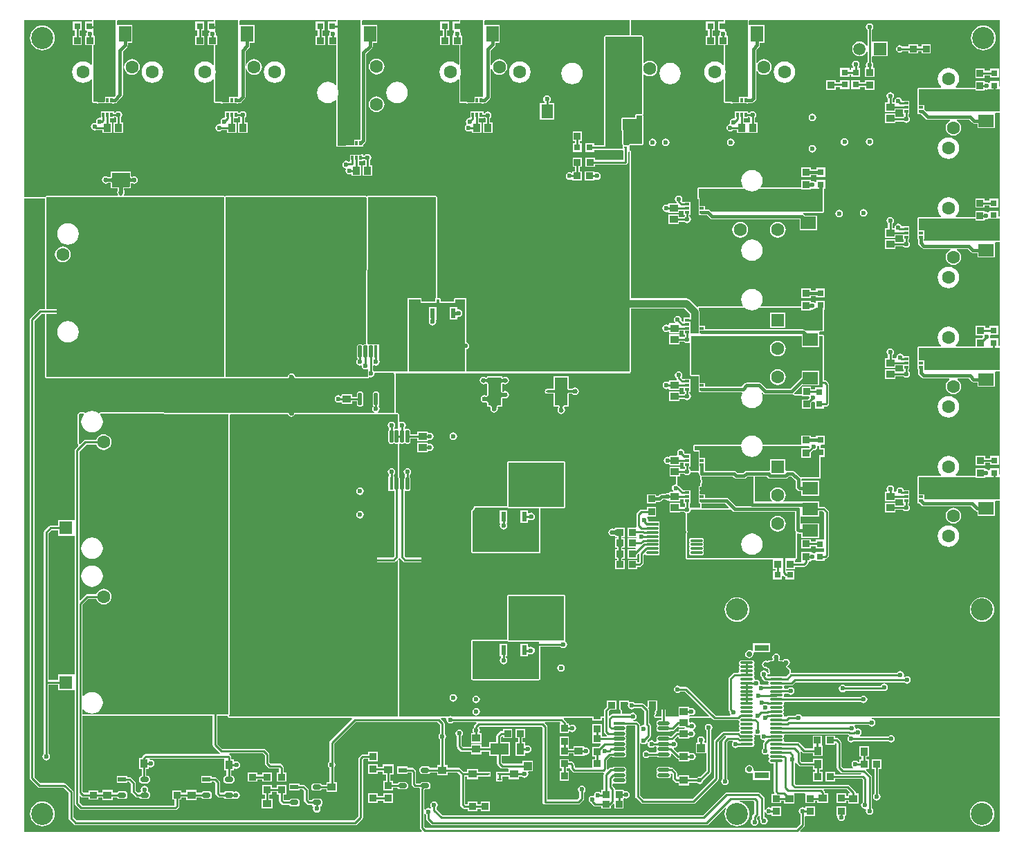
<source format=gtl>
G04*
G04 #@! TF.GenerationSoftware,Altium Limited,Altium Designer,18.1.6 (161)*
G04*
G04 Layer_Physical_Order=1*
G04 Layer_Color=255*
%FSLAX25Y25*%
%MOIN*%
G70*
G01*
G75*
%ADD11C,0.01000*%
%ADD17R,0.03347X0.03347*%
%ADD18R,0.06102X0.13583*%
%ADD19R,0.03937X0.03543*%
G04:AMPARAMS|DCode=20|XSize=59.06mil|YSize=17.72mil|CornerRadius=4.43mil|HoleSize=0mil|Usage=FLASHONLY|Rotation=270.000|XOffset=0mil|YOffset=0mil|HoleType=Round|Shape=RoundedRectangle|*
%AMROUNDEDRECTD20*
21,1,0.05906,0.00886,0,0,270.0*
21,1,0.05020,0.01772,0,0,270.0*
1,1,0.00886,-0.00443,-0.02510*
1,1,0.00886,-0.00443,0.02510*
1,1,0.00886,0.00443,0.02510*
1,1,0.00886,0.00443,-0.02510*
%
%ADD20ROUNDEDRECTD20*%
%ADD21R,0.01772X0.05906*%
%ADD22R,0.07284X0.05906*%
%ADD23R,0.03347X0.03347*%
%ADD24R,0.03937X0.06693*%
%ADD25R,0.01968X0.01181*%
%ADD26R,0.00787X0.03150*%
%ADD27R,0.09843X0.06693*%
%ADD28R,0.05512X0.07087*%
%ADD29R,0.05906X0.07284*%
%ADD30R,0.06693X0.03937*%
%ADD31R,0.01181X0.01968*%
%ADD32R,0.03150X0.00787*%
%ADD33R,0.03543X0.03937*%
%ADD34R,0.06496X0.15000*%
%ADD35R,0.02402X0.04016*%
%ADD36R,0.02402X0.05000*%
%ADD37R,0.01968X0.03386*%
%ADD38R,0.01968X0.00984*%
%ADD39R,0.03150X0.03150*%
%ADD40R,0.03150X0.03150*%
%ADD41R,0.05906X0.01378*%
G04:AMPARAMS|DCode=42|XSize=13.78mil|YSize=59.06mil|CornerRadius=3.45mil|HoleSize=0mil|Usage=FLASHONLY|Rotation=90.000|XOffset=0mil|YOffset=0mil|HoleType=Round|Shape=RoundedRectangle|*
%AMROUNDEDRECTD42*
21,1,0.01378,0.05217,0,0,90.0*
21,1,0.00689,0.05906,0,0,90.0*
1,1,0.00689,0.02608,0.00345*
1,1,0.00689,0.02608,-0.00345*
1,1,0.00689,-0.02608,-0.00345*
1,1,0.00689,-0.02608,0.00345*
%
%ADD42ROUNDEDRECTD42*%
%ADD43R,0.11024X0.13780*%
%ADD44R,0.08500X0.07000*%
%ADD45R,0.07087X0.03150*%
%ADD46O,0.06299X0.01181*%
%ADD47R,0.06299X0.01181*%
%ADD48R,0.08661X0.05512*%
%ADD49R,0.03543X0.05512*%
%ADD50R,0.21457X0.35433*%
%ADD51R,0.13819X0.20984*%
G04:AMPARAMS|DCode=52|XSize=23.62mil|YSize=39.37mil|CornerRadius=5.91mil|HoleSize=0mil|Usage=FLASHONLY|Rotation=90.000|XOffset=0mil|YOffset=0mil|HoleType=Round|Shape=RoundedRectangle|*
%AMROUNDEDRECTD52*
21,1,0.02362,0.02756,0,0,90.0*
21,1,0.01181,0.03937,0,0,90.0*
1,1,0.01181,0.01378,0.00591*
1,1,0.01181,0.01378,-0.00591*
1,1,0.01181,-0.01378,-0.00591*
1,1,0.01181,-0.01378,0.00591*
%
%ADD52ROUNDEDRECTD52*%
%ADD53R,0.03937X0.02362*%
G04:AMPARAMS|DCode=54|XSize=17.72mil|YSize=57.09mil|CornerRadius=4.43mil|HoleSize=0mil|Usage=FLASHONLY|Rotation=90.000|XOffset=0mil|YOffset=0mil|HoleType=Round|Shape=RoundedRectangle|*
%AMROUNDEDRECTD54*
21,1,0.01772,0.04823,0,0,90.0*
21,1,0.00886,0.05709,0,0,90.0*
1,1,0.00886,0.02411,0.00443*
1,1,0.00886,0.02411,-0.00443*
1,1,0.00886,-0.02411,-0.00443*
1,1,0.00886,-0.02411,0.00443*
%
%ADD54ROUNDEDRECTD54*%
%ADD55R,0.05709X0.01772*%
%ADD56R,0.03937X0.04724*%
%ADD57R,0.01575X0.00984*%
%ADD58R,0.01181X0.03110*%
%ADD59R,0.03937X0.03937*%
%ADD111C,0.01500*%
%ADD112C,0.03500*%
%ADD113R,0.06299X0.06299*%
%ADD114C,0.06299*%
%ADD115R,0.05906X0.05906*%
%ADD116C,0.05906*%
%ADD117R,0.06299X0.06299*%
%ADD118C,0.10630*%
%ADD119C,0.02756*%
%ADD120C,0.09843*%
%ADD121C,0.02362*%
G36*
X338043Y392497D02*
X338146Y392344D01*
Y391749D01*
X335424D01*
Y387399D01*
X336111D01*
X336370Y386899D01*
X336118Y386522D01*
X335979Y385827D01*
X336074Y385352D01*
X335749Y384852D01*
X335522D01*
Y380306D01*
X338146D01*
Y370996D01*
X337672Y370836D01*
X337531Y371020D01*
X336460Y371842D01*
X335212Y372359D01*
X333874Y372535D01*
X332535Y372359D01*
X331288Y371842D01*
X330217Y371020D01*
X329395Y369949D01*
X328878Y368702D01*
X328702Y367363D01*
X328878Y366024D01*
X329395Y364777D01*
X330217Y363706D01*
X331288Y362884D01*
X332535Y362367D01*
X333874Y362191D01*
X335212Y362367D01*
X336460Y362884D01*
X337531Y363706D01*
X337672Y363890D01*
X338146Y363729D01*
Y353111D01*
X338336Y352652D01*
X338795Y352462D01*
X341541D01*
Y352235D01*
X349828D01*
Y352443D01*
X351408D01*
X351935Y352547D01*
X352381Y352846D01*
X353335Y353800D01*
X353335Y353800D01*
X353634Y354246D01*
X353739Y354773D01*
Y367739D01*
X354187Y367933D01*
X354239Y367929D01*
X354821Y367169D01*
X355605Y366568D01*
X356517Y366190D01*
X357496Y366061D01*
X358475Y366190D01*
X359387Y366568D01*
X360170Y367169D01*
X360771Y367952D01*
X361149Y368864D01*
X361278Y369843D01*
X361149Y370822D01*
X360771Y371734D01*
X360170Y372517D01*
X359387Y373119D01*
X358475Y373496D01*
X357496Y373625D01*
X356517Y373496D01*
X355605Y373119D01*
X354821Y372517D01*
X354239Y371758D01*
X354187Y371754D01*
X353739Y371948D01*
Y377976D01*
X355123Y379360D01*
X355123Y379360D01*
X355421Y379806D01*
X355526Y380333D01*
Y381585D01*
X357702D01*
Y390069D01*
X350597D01*
X350271Y390434D01*
Y391997D01*
X350708Y392497D01*
X471237Y392497D01*
Y360810D01*
X470737Y360488D01*
X470679Y360515D01*
Y363080D01*
X466329D01*
Y362485D01*
X465829Y362218D01*
X465577Y362386D01*
X464882Y362525D01*
X464387Y362426D01*
X463887Y362742D01*
Y362982D01*
X459341D01*
Y359901D01*
X449972D01*
X449811Y360375D01*
X449996Y360516D01*
X450817Y361587D01*
X451334Y362835D01*
X451510Y364173D01*
X451334Y365512D01*
X450817Y366759D01*
X449996Y367830D01*
X448924Y368652D01*
X447677Y369169D01*
X446339Y369345D01*
X445000Y369169D01*
X443753Y368652D01*
X442682Y367830D01*
X441860Y366759D01*
X441343Y365512D01*
X441167Y364173D01*
X441343Y362835D01*
X441860Y361587D01*
X442682Y360516D01*
X442866Y360375D01*
X442705Y359901D01*
X432087D01*
X431627Y359711D01*
X431437Y359252D01*
Y355324D01*
X431447Y355302D01*
Y351584D01*
X431487Y351488D01*
Y347235D01*
X432423D01*
X432544Y347153D01*
X433071Y347049D01*
X433170D01*
X435346Y344873D01*
X435346Y344873D01*
X435792Y344575D01*
X436319Y344470D01*
X447175D01*
X447274Y343970D01*
X446928Y343827D01*
X446145Y343225D01*
X445544Y342442D01*
X445166Y341530D01*
X445037Y340551D01*
X445166Y339572D01*
X445544Y338660D01*
X446145Y337877D01*
X446928Y337276D01*
X447840Y336898D01*
X448819Y336769D01*
X449798Y336898D01*
X450710Y337276D01*
X451493Y337877D01*
X452094Y338660D01*
X452472Y339572D01*
X452601Y340551D01*
X452472Y341530D01*
X452094Y342442D01*
X451493Y343225D01*
X450710Y343827D01*
X450363Y343970D01*
X450463Y344470D01*
X456339D01*
X457885Y342924D01*
X458331Y342626D01*
X458858Y342521D01*
X458858Y342521D01*
X460325D01*
Y340345D01*
X468809D01*
Y347450D01*
X469174Y347776D01*
X471084D01*
X471237Y347674D01*
Y298002D01*
X470884Y297694D01*
X470384Y297893D01*
Y300502D01*
X466034D01*
Y299990D01*
X465534Y299723D01*
X465261Y299905D01*
X464566Y300044D01*
X464274Y299986D01*
X463887Y300303D01*
Y300403D01*
X459341D01*
Y297566D01*
X449972D01*
X449811Y298039D01*
X449996Y298180D01*
X450817Y299251D01*
X451334Y300499D01*
X451510Y301837D01*
X451334Y303176D01*
X450817Y304423D01*
X449996Y305494D01*
X448924Y306316D01*
X447677Y306833D01*
X446339Y307009D01*
X445000Y306833D01*
X443753Y306316D01*
X442682Y305494D01*
X441860Y304423D01*
X441343Y303176D01*
X441167Y301837D01*
X441343Y300499D01*
X441860Y299251D01*
X442682Y298180D01*
X442866Y298039D01*
X442705Y297566D01*
X432087D01*
X431627Y297375D01*
X431437Y296916D01*
Y294714D01*
X431447Y294691D01*
Y290974D01*
X431487Y290877D01*
Y286624D01*
X431694D01*
Y284989D01*
X431799Y284462D01*
X432098Y284016D01*
X433504Y282609D01*
X433951Y282311D01*
X434477Y282206D01*
X447349D01*
X447449Y281706D01*
X446928Y281490D01*
X446145Y280890D01*
X445544Y280106D01*
X445166Y279194D01*
X445037Y278215D01*
X445166Y277236D01*
X445544Y276324D01*
X446145Y275541D01*
X446928Y274940D01*
X447840Y274562D01*
X448819Y274433D01*
X449798Y274562D01*
X450710Y274940D01*
X451493Y275541D01*
X452094Y276324D01*
X452472Y277236D01*
X452601Y278215D01*
X452472Y279194D01*
X452094Y280106D01*
X451493Y280890D01*
X450710Y281490D01*
X450189Y281706D01*
X450288Y282206D01*
X455493D01*
X457111Y280588D01*
X457557Y280290D01*
X458084Y280185D01*
X460325D01*
Y278009D01*
X468809D01*
Y285114D01*
X469174Y285440D01*
X471084D01*
X471237Y285338D01*
Y235666D01*
X470884Y235358D01*
X470384Y235557D01*
Y239084D01*
X466838D01*
X466521Y239471D01*
X466579Y239764D01*
X466504Y240140D01*
X466875Y240640D01*
X470384D01*
Y244990D01*
X466034D01*
Y243936D01*
X463985D01*
Y245088D01*
X459439D01*
Y240542D01*
X462592D01*
X463002Y240042D01*
X462947Y239764D01*
X462985Y239572D01*
X462399Y238986D01*
X459439D01*
Y235229D01*
X449972D01*
X449811Y235703D01*
X449996Y235844D01*
X450817Y236915D01*
X451334Y238163D01*
X451510Y239501D01*
X451334Y240840D01*
X450817Y242087D01*
X449996Y243158D01*
X448924Y243980D01*
X447677Y244497D01*
X446339Y244673D01*
X445000Y244497D01*
X443753Y243980D01*
X442682Y243158D01*
X441860Y242087D01*
X441343Y240840D01*
X441167Y239501D01*
X441343Y238163D01*
X441860Y236915D01*
X442682Y235844D01*
X442866Y235703D01*
X442705Y235229D01*
X432087D01*
X431627Y235039D01*
X431437Y234580D01*
Y232050D01*
X431447Y232027D01*
Y228310D01*
X431487Y228213D01*
Y223960D01*
X431694D01*
Y222441D01*
X431799Y221914D01*
X432098Y221468D01*
X433521Y220044D01*
X433968Y219745D01*
X434495Y219641D01*
X446776D01*
X446882Y219297D01*
X446914Y219190D01*
D01*
D01*
X446910Y219141D01*
X446145Y218553D01*
X445544Y217770D01*
X445166Y216858D01*
X445037Y215879D01*
X445166Y214900D01*
X445544Y213988D01*
X446145Y213205D01*
X446928Y212604D01*
X447840Y212226D01*
X448819Y212097D01*
X449798Y212226D01*
X450710Y212604D01*
X451493Y213205D01*
X452094Y213988D01*
X452472Y214900D01*
X452601Y215879D01*
X452472Y216858D01*
X452094Y217770D01*
X451493Y218553D01*
X450728Y219141D01*
X450723Y219190D01*
X450862Y219641D01*
X456051D01*
X457439Y218252D01*
X457885Y217954D01*
X458412Y217849D01*
X458412Y217849D01*
X460325D01*
Y215673D01*
X468809D01*
Y221966D01*
D01*
Y222779D01*
X469174Y223104D01*
X471084D01*
X471237Y223002D01*
Y173802D01*
X470737Y173480D01*
X470679Y173507D01*
Y176387D01*
X466329D01*
Y175679D01*
X465950Y175534D01*
X465829Y175510D01*
X465261Y175890D01*
X464566Y176028D01*
X464354Y175986D01*
X463985Y176289D01*
Y176289D01*
X459439D01*
Y172894D01*
X449972D01*
X449811Y173367D01*
X449996Y173508D01*
X450817Y174579D01*
X451334Y175827D01*
X451510Y177165D01*
X451334Y178504D01*
X450817Y179751D01*
X449996Y180822D01*
X448924Y181644D01*
X447677Y182161D01*
X446339Y182337D01*
X445000Y182161D01*
X443753Y181644D01*
X442682Y180822D01*
X441860Y179751D01*
X441343Y178504D01*
X441167Y177165D01*
X441343Y175827D01*
X441860Y174579D01*
X442682Y173508D01*
X442866Y173367D01*
X442705Y172894D01*
X432087D01*
X431627Y172703D01*
X431437Y172244D01*
Y167647D01*
X431447Y167624D01*
Y163907D01*
X431487Y163810D01*
Y159557D01*
X432315D01*
X433475Y158397D01*
X433475Y158397D01*
X433922Y158098D01*
X434449Y157994D01*
X434449Y157994D01*
X457186D01*
X459228Y155952D01*
X459674Y155654D01*
X460201Y155549D01*
X460325D01*
Y153373D01*
X468809D01*
Y160478D01*
X469189Y160768D01*
X471084D01*
Y160768D01*
X471237Y160666D01*
Y125984D01*
X471084D01*
Y56661D01*
X375721D01*
X375693Y56797D01*
X375300Y57386D01*
X374711Y57780D01*
X374016Y57918D01*
X373321Y57780D01*
X372732Y57386D01*
X372623Y57224D01*
X369410D01*
X369410Y57224D01*
X368981Y57138D01*
X368617Y56895D01*
X368617Y56895D01*
X368382Y56661D01*
X367468D01*
X367151Y57047D01*
X367159Y57087D01*
X367066Y57551D01*
X366803Y57945D01*
Y58197D01*
X367066Y58591D01*
X367159Y59055D01*
X367066Y59520D01*
X366803Y59913D01*
Y60165D01*
X367066Y60559D01*
X367159Y61024D01*
X367066Y61488D01*
X366803Y61882D01*
Y62134D01*
X367066Y62528D01*
X367159Y62992D01*
X367090Y63339D01*
X367366Y63839D01*
X404118D01*
X404227Y63676D01*
X404816Y63283D01*
X405511Y63144D01*
X406206Y63283D01*
X406795Y63676D01*
X407189Y64266D01*
X407327Y64960D01*
X407189Y65655D01*
X406795Y66245D01*
X406206Y66638D01*
X405511Y66777D01*
X404816Y66638D01*
X404227Y66245D01*
X404118Y66082D01*
X367366D01*
X367090Y66582D01*
X367159Y66929D01*
X367066Y67394D01*
X367340Y67884D01*
X369042D01*
X369151Y67722D01*
X369740Y67328D01*
X370435Y67190D01*
X371130Y67328D01*
X371719Y67722D01*
X372113Y68311D01*
X372251Y69006D01*
X372113Y69701D01*
X371719Y70290D01*
X371130Y70684D01*
X370435Y70822D01*
X369740Y70684D01*
X369151Y70290D01*
X369042Y70127D01*
X367439D01*
X367111Y70627D01*
X367159Y70866D01*
X367090Y71213D01*
X367366Y71713D01*
X370811D01*
X370811Y71713D01*
X371240Y71798D01*
X371604Y72041D01*
X372779Y73217D01*
X425067D01*
X425176Y73054D01*
X425765Y72661D01*
X426460Y72523D01*
X427155Y72661D01*
X427744Y73054D01*
X428138Y73644D01*
X428276Y74339D01*
X428138Y75033D01*
X427744Y75623D01*
X427155Y76016D01*
X426460Y76155D01*
X425765Y76016D01*
X425332Y75727D01*
X425287Y75747D01*
X424906Y76077D01*
X425044Y76772D01*
X424906Y77467D01*
X424512Y78056D01*
X423923Y78449D01*
X423228Y78588D01*
X422533Y78449D01*
X421944Y78056D01*
X421836Y77893D01*
X370748D01*
X370454Y78175D01*
X370356Y78352D01*
X370433Y78740D01*
X370294Y79435D01*
X369901Y80024D01*
X369311Y80418D01*
X368911Y80497D01*
X368877Y80929D01*
X368889Y81012D01*
X369460Y81393D01*
X369854Y81982D01*
X369992Y82677D01*
X369854Y83372D01*
X369460Y83961D01*
X368871Y84355D01*
X368176Y84493D01*
X367481Y84355D01*
X366892Y83961D01*
X366830Y83868D01*
X365188D01*
X364920Y84368D01*
X365064Y84582D01*
X365202Y85277D01*
X365064Y85972D01*
X364670Y86561D01*
X364081Y86954D01*
X363386Y87093D01*
X362691Y86954D01*
X362102Y86561D01*
X361708Y85972D01*
X361570Y85277D01*
X361708Y84582D01*
X361851Y84368D01*
X361584Y83868D01*
X359636D01*
Y83635D01*
X359195Y83399D01*
X359049Y83496D01*
X358354Y83635D01*
X357659Y83496D01*
X357070Y83103D01*
X356676Y82514D01*
X356538Y81819D01*
X356676Y81124D01*
X357070Y80535D01*
X357659Y80141D01*
X358354Y80003D01*
X358546Y80041D01*
X358671Y79915D01*
X358671Y79915D01*
X359035Y79672D01*
X359372Y79605D01*
X359549Y79392D01*
X359682Y79087D01*
X359613Y78740D01*
X359705Y78276D01*
X359807Y78123D01*
X359899Y77841D01*
X359751Y77589D01*
X359224Y77679D01*
X359173Y77931D01*
X358780Y78520D01*
X358191Y78914D01*
X357496Y79052D01*
X356801Y78914D01*
X356212Y78520D01*
X355818Y77931D01*
X355680Y77236D01*
X355818Y76541D01*
X356212Y75952D01*
X356374Y75843D01*
Y75661D01*
X356374Y75661D01*
X356460Y75232D01*
X356703Y74868D01*
X357561Y74010D01*
X357561Y74010D01*
X357925Y73767D01*
X358354Y73681D01*
X359405D01*
X359682Y73181D01*
X359613Y72835D01*
X359682Y72488D01*
X359405Y71988D01*
X356607D01*
X356607Y71988D01*
X356533Y71973D01*
X356003Y72078D01*
X355954Y72068D01*
X355528Y72493D01*
X355596Y72835D01*
X355458Y73530D01*
X355064Y74119D01*
X354475Y74512D01*
X353780Y74651D01*
X353452Y74585D01*
X353002Y74795D01*
X352955Y74957D01*
X352893Y75268D01*
X352630Y75661D01*
Y75913D01*
X352893Y76307D01*
X352986Y76772D01*
X352893Y77236D01*
X352630Y77630D01*
Y77882D01*
X352893Y78276D01*
X352986Y78740D01*
X352893Y79205D01*
X352630Y79598D01*
Y79850D01*
X352893Y80244D01*
X352986Y80709D01*
X352893Y81173D01*
X352630Y81567D01*
Y81819D01*
X352893Y82213D01*
X352986Y82677D01*
X352893Y83142D01*
X352630Y83535D01*
X352236Y83799D01*
X351772Y83891D01*
X346654D01*
X346189Y83799D01*
X345795Y83535D01*
X345532Y83142D01*
X345440Y82677D01*
X345532Y82213D01*
X345795Y81819D01*
Y81567D01*
X345532Y81173D01*
X345440Y80709D01*
X345532Y80244D01*
X345795Y79850D01*
Y79598D01*
X345532Y79205D01*
X345440Y78740D01*
X345509Y78393D01*
X345232Y77893D01*
X343380D01*
X343380Y77893D01*
X342951Y77808D01*
X342587Y77565D01*
X342587Y77565D01*
X340797Y75775D01*
X340554Y75411D01*
X340469Y74982D01*
X340469Y74982D01*
Y60044D01*
X340469Y60044D01*
X340554Y59615D01*
X340797Y59251D01*
X340954Y59094D01*
X340916Y58903D01*
X341054Y58208D01*
X341377Y57724D01*
X341251Y57352D01*
X341156Y57224D01*
X334179D01*
X320729Y70675D01*
X320365Y70918D01*
X319935Y71003D01*
X319935Y71003D01*
X317337D01*
X317228Y71166D01*
X316639Y71560D01*
X315944Y71698D01*
X315249Y71560D01*
X314660Y71166D01*
X314266Y70577D01*
X314128Y69882D01*
X314266Y69187D01*
X314660Y68598D01*
X315249Y68204D01*
X315944Y68066D01*
X316639Y68204D01*
X317228Y68598D01*
X317337Y68760D01*
X319471D01*
X331109Y57123D01*
X330917Y56661D01*
X321932D01*
X321466Y56743D01*
X321466Y57208D01*
X321829Y57402D01*
X321966Y57427D01*
X322612Y57299D01*
X323307Y57437D01*
X323896Y57831D01*
X324289Y58420D01*
X324428Y59115D01*
X324289Y59810D01*
X323896Y60399D01*
X323307Y60793D01*
X322612Y60931D01*
X321966Y60803D01*
X321829Y60828D01*
X321466Y61022D01*
Y61487D01*
X316329D01*
X316329Y56743D01*
X315863Y56661D01*
X310275D01*
Y62008D01*
X310190Y62437D01*
X309947Y62801D01*
X309583Y63044D01*
X309154Y63129D01*
X308724Y63044D01*
X308361Y62801D01*
X308117Y62437D01*
X308032Y62008D01*
Y56661D01*
X305409D01*
X305303Y56810D01*
X305188Y57161D01*
X305516Y57652D01*
X305655Y58347D01*
X305537Y58939D01*
X305806Y59439D01*
X306210D01*
Y64576D01*
X301467D01*
Y61599D01*
X301005Y61408D01*
X299612Y62801D01*
X299248Y63044D01*
X298819Y63129D01*
X298819Y63129D01*
X295147D01*
X295039Y63292D01*
X294450Y63686D01*
X293755Y63824D01*
X293060Y63686D01*
X292913Y63587D01*
X292412Y63854D01*
Y64478D01*
X287866D01*
Y59931D01*
X288086D01*
X288485Y59431D01*
X288422Y59115D01*
X288554Y58448D01*
X288556Y58361D01*
X288300Y57948D01*
X284449D01*
X284020Y57863D01*
X283656Y57620D01*
X283656Y57620D01*
X283118Y57082D01*
X282618Y57289D01*
Y59199D01*
X283350Y59931D01*
X286310D01*
Y64478D01*
X281764D01*
Y61518D01*
X280703Y60457D01*
X280460Y60093D01*
X280375Y59664D01*
X280375Y59664D01*
Y56661D01*
X207250D01*
X207048Y56796D01*
X206353Y56934D01*
X205658Y56796D01*
X205456Y56661D01*
X181752D01*
Y131924D01*
X181702Y132043D01*
Y132172D01*
X181611Y132264D01*
X181562Y132383D01*
X181447Y132741D01*
X181438Y132782D01*
X181681Y133174D01*
X182169Y133165D01*
X182376Y132855D01*
X183782Y131449D01*
X183782Y131449D01*
X184146Y131206D01*
X184575Y131121D01*
X202982D01*
X203411Y131206D01*
X203775Y131449D01*
X204018Y131813D01*
X204103Y132242D01*
X204018Y132671D01*
X203775Y133035D01*
X203411Y133278D01*
X202982Y133364D01*
X185039D01*
X184291Y134112D01*
Y165256D01*
X184791Y165523D01*
X184879Y165464D01*
X185285Y165384D01*
X186171D01*
X186578Y165464D01*
X186923Y165695D01*
X187154Y166040D01*
X187235Y166447D01*
Y171467D01*
X187154Y171873D01*
X186923Y172218D01*
X186850Y172267D01*
Y173233D01*
X187012Y173342D01*
X187406Y173931D01*
X187544Y174626D01*
X187406Y175321D01*
X187012Y175910D01*
X186423Y176304D01*
X185728Y176442D01*
X185033Y176304D01*
X184444Y175910D01*
X184051Y175321D01*
X183912Y174626D01*
X184051Y173931D01*
X184444Y173342D01*
X184607Y173233D01*
Y172267D01*
X184534Y172218D01*
X184303Y171873D01*
X184222Y171467D01*
Y170177D01*
X183722Y169910D01*
X183598Y169993D01*
X183169Y170078D01*
X182740Y169993D01*
X182616Y169910D01*
X182116Y170177D01*
Y171467D01*
X182036Y171873D01*
X181805Y172218D01*
X181752Y172254D01*
Y188077D01*
X182002Y188282D01*
X182196Y188363D01*
X182273Y188330D01*
X182319Y188299D01*
X182726Y188218D01*
X183612D01*
X184019Y188299D01*
X184065Y188330D01*
X184449Y188494D01*
X184832Y188330D01*
X184879Y188299D01*
X185285Y188218D01*
X186171D01*
X186578Y188299D01*
X186923Y188530D01*
X187154Y188875D01*
X187235Y189281D01*
Y190670D01*
X190432D01*
Y189420D01*
X195569D01*
Y189713D01*
X196069Y190060D01*
X196496Y189975D01*
X197191Y190114D01*
X197780Y190507D01*
X198174Y191096D01*
X198312Y191791D01*
X198174Y192486D01*
X197780Y193075D01*
X197191Y193469D01*
X196496Y193607D01*
X196069Y193523D01*
X195569Y193870D01*
Y194163D01*
X190432D01*
Y192913D01*
X187235D01*
Y194301D01*
X187154Y194708D01*
X186923Y195053D01*
X186578Y195284D01*
X186171Y195364D01*
X185285D01*
X185003Y195308D01*
X184638Y195566D01*
X184552Y195666D01*
X184532Y195930D01*
X184847Y196401D01*
X184985Y197096D01*
X184847Y197791D01*
X184453Y198380D01*
X183864Y198774D01*
X183169Y198912D01*
X182474Y198774D01*
X182252Y198625D01*
X181752Y198892D01*
Y202317D01*
X181657Y202545D01*
X181563Y202775D01*
X181562Y202775D01*
X181562Y202776D01*
X181333Y202870D01*
X181104Y202966D01*
X180041Y202969D01*
X180081Y221966D01*
X292776D01*
Y221968D01*
X292987Y222381D01*
X292987Y222381D01*
X293078Y222472D01*
X293107Y222484D01*
X293118Y222512D01*
X293208Y222601D01*
X293236Y222613D01*
X293247Y222641D01*
X293339Y222732D01*
X293376Y222824D01*
X293376Y222953D01*
X293426Y223072D01*
Y253509D01*
X319020D01*
X321643Y250886D01*
Y249025D01*
X318911D01*
Y247036D01*
X318411Y247008D01*
X317698Y247721D01*
X317760Y248031D01*
X317622Y248726D01*
X317228Y249315D01*
X316639Y249709D01*
X315944Y249847D01*
X315249Y249709D01*
X314660Y249315D01*
X314266Y248726D01*
X314128Y248031D01*
X314266Y247336D01*
X314645Y246769D01*
X314619Y246641D01*
X314475Y246269D01*
X311757D01*
Y245738D01*
X311257Y245471D01*
X311100Y245575D01*
X310405Y245714D01*
X309711Y245575D01*
X309121Y245182D01*
X308728Y244593D01*
X308590Y243898D01*
X308728Y243203D01*
X309121Y242614D01*
X309711Y242220D01*
X310405Y242082D01*
X311100Y242220D01*
X311257Y242324D01*
X311757Y242057D01*
Y241526D01*
X316894D01*
Y242776D01*
X318911D01*
Y240739D01*
X319374D01*
Y239975D01*
X319211Y239867D01*
X319103Y239704D01*
X316894D01*
Y240954D01*
X311757D01*
Y236211D01*
X316894D01*
Y237461D01*
X319103D01*
X319211Y237299D01*
X319801Y236905D01*
X320496Y236767D01*
X321191Y236905D01*
X321291Y236972D01*
X321792Y236705D01*
Y221269D01*
X321982Y220810D01*
X322441Y220620D01*
X325958D01*
Y217529D01*
X325998Y217432D01*
Y213179D01*
X326934D01*
X327055Y213098D01*
X327582Y212994D01*
X327723Y213022D01*
X346635D01*
X346969Y212522D01*
X346658Y211772D01*
X346482Y210433D01*
X346658Y209095D01*
X347175Y207847D01*
X347996Y206776D01*
X349068Y205954D01*
X350315Y205437D01*
X351654Y205261D01*
X352992Y205437D01*
X354239Y205954D01*
X355311Y206776D01*
X356133Y207847D01*
X356649Y209095D01*
X356825Y210433D01*
X356649Y211772D01*
X356288Y212645D01*
X356711Y212928D01*
X357127Y212512D01*
X357127Y212512D01*
X357573Y212214D01*
X358100Y212109D01*
X358100Y212109D01*
X370799D01*
X371325Y212214D01*
X371469Y212171D01*
X371562Y211947D01*
X371653Y211855D01*
X371702Y211736D01*
X371822Y211686D01*
X371913Y211595D01*
X372042D01*
X372162Y211546D01*
X375679D01*
Y211114D01*
X378990D01*
X379401Y210614D01*
X379345Y210336D01*
X379357Y210276D01*
X378640Y209558D01*
X375679D01*
Y205012D01*
X380226D01*
Y207972D01*
X380838Y208584D01*
X381161Y208520D01*
X381565Y208600D01*
X382065Y208243D01*
Y205110D01*
X386415D01*
Y206163D01*
X387403D01*
X387403Y206163D01*
X387832Y206249D01*
X388196Y206492D01*
X388593Y206888D01*
X388593Y206888D01*
X388836Y207252D01*
X388921Y207681D01*
Y216739D01*
X388921Y216739D01*
X388836Y217168D01*
X388593Y217532D01*
X387644Y218480D01*
X387280Y218723D01*
X386851Y218809D01*
X386476Y219114D01*
Y239961D01*
X386286Y240420D01*
X385827Y240610D01*
X384163D01*
Y241939D01*
X384528Y242264D01*
X385827D01*
X386286Y242454D01*
X386476Y242913D01*
Y252747D01*
X386821D01*
Y257096D01*
X382471D01*
Y256272D01*
X381971Y256089D01*
X381502Y256402D01*
X380807Y256540D01*
X380510Y256481D01*
X380124Y256799D01*
Y256998D01*
X375577D01*
Y254390D01*
X356159D01*
X355938Y254838D01*
X356133Y255091D01*
X356649Y256339D01*
X356825Y257677D01*
X356649Y259016D01*
X356133Y260263D01*
X355311Y261334D01*
X354239Y262156D01*
X352992Y262673D01*
X351654Y262849D01*
X350315Y262673D01*
X349068Y262156D01*
X347996Y261334D01*
X347175Y260263D01*
X346658Y259016D01*
X346482Y257677D01*
X346658Y256339D01*
X347175Y255091D01*
X347369Y254838D01*
X347148Y254390D01*
X326223D01*
X326132Y254352D01*
X326034Y254362D01*
X325911Y254260D01*
X325764Y254199D01*
X325264Y254042D01*
X321706Y257600D01*
X320929Y258119D01*
X320012Y258302D01*
X320012Y258301D01*
X293426D01*
Y329007D01*
X293405Y329059D01*
X293417Y329113D01*
X293312Y329282D01*
X293236Y329466D01*
X293184Y329488D01*
X293155Y329535D01*
X292945Y329685D01*
X292844Y329709D01*
X292776Y329767D01*
Y331898D01*
X292814Y331990D01*
X292906Y332028D01*
X298660D01*
X299120Y332218D01*
X299310Y332677D01*
Y335123D01*
X299316Y335132D01*
X299454Y335827D01*
X299316Y336522D01*
X299310Y336530D01*
Y337879D01*
X299316Y337888D01*
X299454Y338583D01*
X299316Y339278D01*
X299310Y339286D01*
Y341029D01*
X299316Y341037D01*
X299454Y341732D01*
X299316Y342427D01*
X299310Y342436D01*
Y346457D01*
X299260Y346576D01*
Y346576D01*
X299207Y346705D01*
X299249Y346733D01*
X299321Y346908D01*
X299426Y347065D01*
X299413Y347131D01*
X299439Y347192D01*
Y366067D01*
X299939Y366289D01*
X300552Y365819D01*
X301464Y365441D01*
X302443Y365313D01*
X303421Y365441D01*
X304333Y365819D01*
X305117Y366420D01*
X305718Y367203D01*
X306096Y368116D01*
X306224Y369094D01*
X306096Y370073D01*
X305718Y370986D01*
X305117Y371769D01*
X304333Y372370D01*
X303421Y372748D01*
X302443Y372877D01*
X301464Y372748D01*
X300552Y372370D01*
X299939Y371900D01*
X299439Y372122D01*
Y384331D01*
X299249Y384790D01*
X298789Y384980D01*
X293426D01*
Y392497D01*
X338043Y392497D01*
D02*
G37*
G36*
X471084Y348425D02*
X435687D01*
X434714Y349398D01*
X434655Y349437D01*
Y351584D01*
X432096D01*
Y355324D01*
X432087D01*
Y359252D01*
X444821D01*
X445000Y359178D01*
X446339Y359001D01*
X447677Y359178D01*
X447857Y359252D01*
X459341D01*
Y358435D01*
X463887D01*
Y358676D01*
X464387Y358991D01*
X464882Y358893D01*
X465577Y359031D01*
X465908Y359252D01*
X471084D01*
Y348425D01*
D02*
G37*
G36*
X349622Y355403D02*
X345479D01*
Y353111D01*
X338795D01*
Y365845D01*
X338869Y366024D01*
X339046Y367363D01*
X338869Y368702D01*
X338795Y368881D01*
Y380306D01*
X340069D01*
Y384852D01*
X339842D01*
X339517Y385352D01*
X339611Y385827D01*
X339473Y386522D01*
X339079Y387111D01*
X338795Y387301D01*
Y392344D01*
X349622D01*
Y355403D01*
D02*
G37*
G36*
X103991D02*
X99848D01*
Y353111D01*
X93164D01*
Y365845D01*
X93239Y366024D01*
X93415Y367363D01*
X93239Y368702D01*
X93164Y368881D01*
Y380306D01*
X94006D01*
Y384852D01*
X93844D01*
X93473Y385352D01*
X93548Y385728D01*
X93410Y386423D01*
X93164Y386791D01*
Y392344D01*
X103991D01*
Y355403D01*
D02*
G37*
G36*
X45133Y356135D02*
X44706Y355708D01*
X44355Y355403D01*
Y355403D01*
X44355Y355403D01*
X40005D01*
Y353111D01*
X34306D01*
Y365845D01*
X34380Y366024D01*
X34556Y367363D01*
X34380Y368702D01*
X34306Y368881D01*
Y380306D01*
X35020D01*
Y384852D01*
X34859D01*
X34859Y384852D01*
X34488Y385352D01*
X34563Y385728D01*
X34424Y386423D01*
X34306Y386600D01*
Y392344D01*
X45133D01*
Y356135D01*
D02*
G37*
G36*
X222101Y355403D02*
X217958D01*
Y353111D01*
X211275D01*
Y365845D01*
X211349Y366024D01*
X211525Y367363D01*
X211349Y368702D01*
X211275Y368881D01*
Y380306D01*
X212116D01*
Y384852D01*
X211738D01*
X211656Y384907D01*
X211367Y385352D01*
X211462Y385827D01*
X211323Y386522D01*
X211275Y386595D01*
Y392344D01*
X222101D01*
Y355403D01*
D02*
G37*
G36*
X33554Y392497D02*
X33656Y392344D01*
Y391643D01*
X30375D01*
Y387294D01*
X31052D01*
X31316Y386794D01*
X31069Y386423D01*
X30931Y385728D01*
X31005Y385352D01*
X30634Y384852D01*
X30473D01*
Y380306D01*
X33656D01*
Y370996D01*
X33183Y370836D01*
X33042Y371020D01*
X31971Y371842D01*
X30723Y372359D01*
X29385Y372535D01*
X28046Y372359D01*
X26799Y371842D01*
X25728Y371020D01*
X24906Y369949D01*
X24389Y368702D01*
X24213Y367363D01*
X24389Y366024D01*
X24906Y364777D01*
X25728Y363706D01*
X26799Y362884D01*
X28046Y362367D01*
X29385Y362191D01*
X30723Y362367D01*
X31971Y362884D01*
X33042Y363706D01*
X33183Y363890D01*
X33656Y363729D01*
Y353111D01*
X33847Y352652D01*
X34306Y352462D01*
X36068D01*
Y352235D01*
X44355D01*
Y352443D01*
X44764D01*
X45290Y352547D01*
X45737Y352846D01*
X48217Y355326D01*
X48516Y355772D01*
X48621Y356299D01*
X48621Y356299D01*
Y377319D01*
X50634Y379332D01*
X50932Y379779D01*
X51037Y380306D01*
Y381585D01*
X53213D01*
Y390069D01*
X46108D01*
X45782Y390434D01*
Y391997D01*
X46219Y392497D01*
X92413Y392497D01*
X92515Y392344D01*
Y391643D01*
X89361D01*
Y387294D01*
X90038D01*
X90302Y386794D01*
X90055Y386423D01*
X89916Y385728D01*
X89991Y385352D01*
X89620Y384852D01*
X89459D01*
Y380306D01*
X92515D01*
Y370996D01*
X92041Y370836D01*
X91900Y371020D01*
X90829Y371842D01*
X89582Y372359D01*
X88243Y372535D01*
X86904Y372359D01*
X85657Y371842D01*
X84586Y371020D01*
X83764Y369949D01*
X83247Y368702D01*
X83071Y367363D01*
X83247Y366024D01*
X83764Y364777D01*
X84586Y363706D01*
X85657Y362884D01*
X86904Y362367D01*
X88243Y362191D01*
X89582Y362367D01*
X90829Y362884D01*
X91900Y363706D01*
X92041Y363890D01*
X92515Y363729D01*
Y353111D01*
X92705Y352652D01*
X93164Y352462D01*
X95911D01*
Y352235D01*
X104197D01*
Y352443D01*
X104769D01*
X105296Y352547D01*
X105742Y352846D01*
X107273Y354376D01*
X107273Y354376D01*
X107571Y354822D01*
X107676Y355349D01*
X107676Y355349D01*
Y369107D01*
X108176Y369140D01*
X108212Y368864D01*
X108590Y367952D01*
X109191Y367169D01*
X109974Y366568D01*
X110886Y366190D01*
X111865Y366061D01*
X112844Y366190D01*
X113756Y366568D01*
X114539Y367169D01*
X115140Y367952D01*
X115518Y368864D01*
X115647Y369843D01*
X115518Y370822D01*
X115140Y371734D01*
X114539Y372517D01*
X113756Y373119D01*
X112844Y373496D01*
X111865Y373625D01*
X110886Y373496D01*
X109974Y373119D01*
X109191Y372517D01*
X108590Y371734D01*
X108212Y370822D01*
X108176Y370547D01*
X107676Y370579D01*
Y377224D01*
X109399Y378948D01*
X109697Y379395D01*
X109802Y379921D01*
Y381585D01*
X111979D01*
Y390068D01*
X104873D01*
X104640Y390472D01*
Y391997D01*
X105077Y392497D01*
X151468Y392497D01*
X151570Y392344D01*
Y391749D01*
X147432D01*
Y387399D01*
X148266D01*
X148443Y386899D01*
X148125Y386423D01*
X147987Y385728D01*
X148062Y385352D01*
X147691Y384852D01*
X147530D01*
Y380306D01*
X151570D01*
Y361094D01*
X151096Y360933D01*
X150955Y361117D01*
X149884Y361939D01*
X148637Y362456D01*
X147298Y362632D01*
X145959Y362456D01*
X144712Y361939D01*
X143641Y361117D01*
X142819Y360046D01*
X142303Y358799D01*
X142126Y357460D01*
X142303Y356122D01*
X142819Y354874D01*
X143641Y353803D01*
X144712Y352981D01*
X145959Y352465D01*
X147298Y352288D01*
X148637Y352465D01*
X149884Y352981D01*
X150955Y353803D01*
X151096Y353987D01*
X151570Y353827D01*
Y331915D01*
X151760Y331456D01*
X152219Y331266D01*
X156273D01*
X156732Y331456D01*
X156739Y331472D01*
X160013D01*
X160110Y331512D01*
X164363D01*
Y332341D01*
X165523Y333501D01*
X165523Y333501D01*
X165822Y333948D01*
X165927Y334474D01*
X165927Y334474D01*
Y376165D01*
X168635Y378873D01*
X168635Y378873D01*
X168933Y379320D01*
X169038Y379846D01*
Y381585D01*
X171214D01*
Y390068D01*
X164109D01*
X163696Y390278D01*
Y391997D01*
X164132Y392497D01*
X210523D01*
X210625Y392344D01*
Y391749D01*
X207471D01*
Y387399D01*
X207962D01*
X208220Y386899D01*
X207968Y386522D01*
X207830Y385827D01*
X207924Y385352D01*
X207599Y384852D01*
X207569D01*
Y380306D01*
X210625D01*
Y370996D01*
X210152Y370836D01*
X210010Y371020D01*
X208939Y371842D01*
X207692Y372359D01*
X206353Y372535D01*
X205015Y372359D01*
X203767Y371842D01*
X202696Y371020D01*
X201874Y369949D01*
X201358Y368702D01*
X201181Y367363D01*
X201358Y366024D01*
X201874Y364777D01*
X202696Y363706D01*
X203767Y362884D01*
X205015Y362367D01*
X206353Y362191D01*
X207692Y362367D01*
X208939Y362884D01*
X210010Y363706D01*
X210152Y363890D01*
X210625Y363729D01*
Y353111D01*
X210815Y352652D01*
X211275Y352462D01*
X214021D01*
Y352235D01*
X222307D01*
Y352443D01*
X222810D01*
X223337Y352547D01*
X223783Y352846D01*
X225437Y354499D01*
X225437Y354499D01*
X225735Y354946D01*
X225840Y355472D01*
Y368776D01*
X226322Y368864D01*
X226700Y367952D01*
X227301Y367169D01*
X228084Y366568D01*
X228996Y366190D01*
X229975Y366061D01*
X230954Y366190D01*
X231866Y366568D01*
X232649Y367169D01*
X233250Y367952D01*
X233628Y368864D01*
X233757Y369843D01*
X233628Y370822D01*
X233250Y371734D01*
X232649Y372517D01*
X231866Y373119D01*
X230954Y373496D01*
X229975Y373625D01*
X228996Y373496D01*
X228084Y373119D01*
X227301Y372517D01*
X226700Y371734D01*
X226322Y370822D01*
X225840Y370911D01*
Y377821D01*
X227698Y379679D01*
X227996Y380125D01*
X228101Y380652D01*
Y381585D01*
X230277D01*
Y390068D01*
X223172D01*
X222751Y390259D01*
Y391997D01*
X223187Y392497D01*
X292776Y392497D01*
Y384980D01*
X281186D01*
X280727Y384790D01*
X280536Y384331D01*
Y332069D01*
X275690D01*
Y333122D01*
X271340D01*
Y328772D01*
X275690D01*
Y329826D01*
X280978D01*
X281186Y329739D01*
X289558D01*
X289823Y329562D01*
Y325014D01*
X275985D01*
Y326166D01*
X271439D01*
Y321620D01*
X275985D01*
Y322771D01*
X290659D01*
X290659Y322771D01*
X291088Y322857D01*
X291452Y323100D01*
X291738Y323386D01*
X291738Y323386D01*
X291981Y323750D01*
X292066Y324179D01*
X292066Y324179D01*
Y328901D01*
X292566Y329158D01*
X292776Y329007D01*
Y258301D01*
Y253509D01*
X292776Y253509D01*
X292776D01*
Y223072D01*
X292739Y222981D01*
X292647Y222943D01*
X214533D01*
X214389Y223063D01*
X214199Y223443D01*
X214232Y223522D01*
X214232Y223523D01*
X214232Y223523D01*
X214232Y233838D01*
X214330Y233857D01*
X214919Y234251D01*
X215313Y234840D01*
X215451Y235535D01*
X215313Y236230D01*
X214919Y236819D01*
X214330Y237213D01*
X214232Y237232D01*
X214232Y257874D01*
X214042Y258333D01*
X213583Y258523D01*
X208749D01*
X208290Y258333D01*
X208100Y257874D01*
Y256896D01*
X201703D01*
Y257874D01*
X201513Y258333D01*
X201053Y258524D01*
X200070D01*
Y307028D01*
X199880Y307487D01*
X199421Y307678D01*
X166788D01*
X166669Y307628D01*
X166541Y307628D01*
X166526Y307623D01*
X166166Y307522D01*
X165828Y307611D01*
X165637Y307692D01*
X165634Y307691D01*
X165631Y307692D01*
X97993D01*
X97707Y307573D01*
X97598Y307618D01*
X97440Y307724D01*
X97375Y307711D01*
X97314Y307736D01*
X49175D01*
X49045Y307951D01*
X48964Y308236D01*
X49310Y308754D01*
X49448Y309449D01*
X49310Y310144D01*
X49009Y310595D01*
Y311254D01*
X52482D01*
Y313681D01*
X52982Y313883D01*
X53291Y313677D01*
X53986Y313538D01*
X54681Y313677D01*
X55270Y314070D01*
X55663Y314659D01*
X55802Y315354D01*
X55663Y316049D01*
X55270Y316638D01*
X54681Y317032D01*
X53986Y317170D01*
X53291Y317032D01*
X52982Y316826D01*
X52482Y317027D01*
Y319454D01*
X42782D01*
Y316731D01*
X41545D01*
X41094Y317032D01*
X40399Y317170D01*
X39704Y317032D01*
X39115Y316638D01*
X38721Y316049D01*
X38583Y315354D01*
X38721Y314659D01*
X39115Y314070D01*
X39704Y313677D01*
X40399Y313538D01*
X41094Y313677D01*
X41545Y313978D01*
X42782D01*
Y311254D01*
X46256D01*
Y310595D01*
X45954Y310144D01*
X45816Y309449D01*
X45954Y308754D01*
X46301Y308236D01*
X46220Y307951D01*
X46090Y307736D01*
X11811D01*
X11352Y307546D01*
X11162Y307087D01*
X1204D01*
Y392497D01*
X33554D01*
D02*
G37*
G36*
X298660Y346327D02*
Y342436D01*
X298691Y342362D01*
X298679Y342301D01*
X298792Y341732D01*
X298679Y341164D01*
X298691Y341102D01*
X298660Y341029D01*
Y339286D01*
X298691Y339213D01*
X298679Y339151D01*
X298792Y338583D01*
X298679Y338014D01*
X298691Y337953D01*
X298660Y337879D01*
Y336530D01*
X298691Y336457D01*
X298679Y336395D01*
X298792Y335827D01*
X298679Y335259D01*
X298691Y335197D01*
X298660Y335123D01*
Y332677D01*
X292776D01*
X292317Y332487D01*
X292132Y332039D01*
X291093D01*
X290945Y332069D01*
X290797Y332039D01*
X290207D01*
X290119Y332251D01*
X290046Y332467D01*
X289939Y332589D01*
X289844Y332636D01*
X289827Y332677D01*
X289773D01*
Y332806D01*
Y337138D01*
Y339323D01*
X289558D01*
Y339452D01*
Y344724D01*
Y344853D01*
X295966D01*
Y346327D01*
Y346457D01*
X298660D01*
Y346327D01*
D02*
G37*
G36*
X163046Y334917D02*
X162810Y334681D01*
X160013D01*
Y332122D01*
X156273D01*
Y331915D01*
X152219D01*
Y355942D01*
X152294Y356122D01*
X152470Y357460D01*
X152294Y358799D01*
X152219Y358978D01*
Y392344D01*
X163046D01*
Y334917D01*
D02*
G37*
G36*
X298789Y370073D02*
X298660Y369094D01*
X298789Y368116D01*
Y347192D01*
X298660Y347106D01*
X295966D01*
X295506Y346916D01*
X295316Y346457D01*
Y345502D01*
X289558D01*
X289098Y345312D01*
X288908Y344853D01*
Y339323D01*
X289098Y338863D01*
X289124Y338853D01*
Y337138D01*
Y332677D01*
X289314Y332218D01*
X289450Y332161D01*
X289558Y332039D01*
Y330389D01*
X281186D01*
Y384331D01*
X298789D01*
Y370073D01*
D02*
G37*
G36*
X51833Y317027D02*
X51884Y316905D01*
X51885Y316773D01*
X51975Y316685D01*
X52023Y316568D01*
X52145Y316517D01*
X52240Y316425D01*
X52740Y316224D01*
X52803Y316224D01*
X52856Y316189D01*
X53044Y316227D01*
X53237Y316229D01*
X53281Y316274D01*
X53343Y316286D01*
X53544Y316420D01*
X53986Y316508D01*
X54427Y316420D01*
X54801Y316170D01*
X55052Y315796D01*
X55139Y315354D01*
X55052Y314913D01*
X54801Y314539D01*
X54427Y314288D01*
X53986Y314200D01*
X53544Y314288D01*
X53343Y314423D01*
X53281Y314435D01*
X53237Y314480D01*
X53044Y314482D01*
X52856Y314520D01*
X52803Y314485D01*
X52740Y314485D01*
X52240Y314284D01*
X52145Y314191D01*
X52023Y314141D01*
X51975Y314024D01*
X51885Y313936D01*
X51884Y313804D01*
X51833Y313681D01*
Y311904D01*
X49009D01*
X48550Y311714D01*
X48359Y311254D01*
Y310595D01*
X48432Y310420D01*
X48469Y310234D01*
X48698Y309890D01*
X48786Y309449D01*
X48698Y309007D01*
X48424Y308597D01*
X48419Y308569D01*
X48397Y308552D01*
X48371Y308329D01*
X48327Y308109D01*
X48212Y307963D01*
X47911Y307736D01*
X47353D01*
X47052Y307963D01*
X46938Y308109D01*
X46894Y308329D01*
X46868Y308552D01*
X46846Y308569D01*
X46841Y308597D01*
X46566Y309007D01*
X46478Y309449D01*
X46566Y309890D01*
X46796Y310234D01*
X46833Y310420D01*
X46905Y310595D01*
Y311254D01*
X46715Y311714D01*
X46256Y311904D01*
X43432D01*
Y313978D01*
X43242Y314437D01*
X42782Y314627D01*
X41545D01*
X41370Y314555D01*
X41184Y314518D01*
X40840Y314288D01*
X40399Y314200D01*
X39957Y314288D01*
X39583Y314539D01*
X39333Y314913D01*
X39245Y315354D01*
X39333Y315796D01*
X39583Y316170D01*
X39957Y316420D01*
X40399Y316508D01*
X40840Y316420D01*
X41184Y316191D01*
X41370Y316154D01*
X41545Y316081D01*
X42782D01*
X43242Y316272D01*
X43432Y316731D01*
Y318805D01*
X51833D01*
Y317027D01*
D02*
G37*
G36*
X471084Y286089D02*
X434447D01*
Y286624D01*
X434655D01*
Y290974D01*
X432096D01*
Y294714D01*
X432087D01*
Y296916D01*
X444821D01*
X445000Y296842D01*
X446339Y296666D01*
X447677Y296842D01*
X447857Y296916D01*
X459341D01*
Y295857D01*
X463887D01*
Y296153D01*
X464274Y296470D01*
X464566Y296412D01*
X465261Y296550D01*
X465808Y296916D01*
X471084D01*
Y286089D01*
D02*
G37*
G36*
X199421Y258427D02*
X199196Y258333D01*
X199005Y257874D01*
Y256896D01*
X192608D01*
Y257874D01*
X192418Y258333D01*
X191959Y258524D01*
X186350D01*
X185891Y258333D01*
X185701Y257874D01*
X185701Y223181D01*
X185696Y223178D01*
X185258Y222943D01*
X169591D01*
X169331Y223331D01*
X169168Y223440D01*
Y225907D01*
X169668Y226175D01*
X169911Y226012D01*
X170606Y225874D01*
X171301Y226012D01*
X171890Y226406D01*
X172284Y226995D01*
X172422Y227690D01*
X172284Y228385D01*
X172148Y228589D01*
X172092Y229065D01*
X172092Y229065D01*
X172092Y229065D01*
Y236171D01*
X169120D01*
X169120Y236171D01*
X168620Y236165D01*
X168490Y236191D01*
X167604D01*
X167197Y236110D01*
X167058Y236018D01*
X166559Y236273D01*
X166774Y307022D01*
X166788Y307028D01*
X199421D01*
Y258427D01*
D02*
G37*
G36*
X11162Y253090D02*
X8947D01*
X8947Y253090D01*
X8518Y253005D01*
X8154Y252762D01*
X8154Y252762D01*
X4128Y248736D01*
X3885Y248372D01*
X3800Y247943D01*
X3800Y247943D01*
Y27067D01*
X3800Y27067D01*
X3885Y26638D01*
X4128Y26274D01*
X7671Y22731D01*
X7671Y22731D01*
X8035Y22487D01*
X8465Y22402D01*
X8465Y22402D01*
X20008D01*
X22501Y19909D01*
Y7811D01*
X22501Y7811D01*
X22586Y7381D01*
X22829Y7017D01*
X25132Y4715D01*
X25132Y4715D01*
X25495Y4472D01*
X25925Y4386D01*
X25925Y4386D01*
X160563D01*
X160563Y4386D01*
X160992Y4472D01*
X161356Y4715D01*
X163965Y7324D01*
X163965Y7324D01*
X164208Y7688D01*
X164294Y8117D01*
X164294Y8117D01*
Y35873D01*
X164736Y36316D01*
X166821D01*
Y35164D01*
X171368D01*
Y39710D01*
X166821D01*
Y38559D01*
X164272D01*
X164272Y38559D01*
X163842Y38473D01*
X163479Y38230D01*
X163479Y38230D01*
X162379Y37130D01*
X162136Y36767D01*
X162050Y36337D01*
X162050Y36337D01*
Y8582D01*
X160098Y6629D01*
X26389D01*
X24744Y8275D01*
Y20374D01*
X24744Y20374D01*
X24658Y20803D01*
X24415Y21167D01*
X24415Y21167D01*
X21265Y24317D01*
X20902Y24560D01*
X20472Y24645D01*
X20472Y24645D01*
X8929D01*
X6043Y27531D01*
Y247478D01*
X9411Y250847D01*
X11162D01*
Y220472D01*
X11352Y220013D01*
X11404Y219961D01*
X11863Y219771D01*
X97338D01*
X97400Y219796D01*
X97465Y219783D01*
X97622Y219889D01*
X97638Y219895D01*
X98045Y219727D01*
X128063D01*
X128094Y219740D01*
X128126Y219730D01*
X128319Y219833D01*
X128440Y219883D01*
X128466Y219888D01*
X128471Y219896D01*
X128522Y219917D01*
X128535Y219948D01*
X128565Y219964D01*
X128607Y220016D01*
X128654Y220169D01*
X128742Y220301D01*
X128855Y220870D01*
X129105Y221244D01*
X129480Y221494D01*
X129921Y221582D01*
X130363Y221494D01*
X130737Y221244D01*
X130987Y220870D01*
X131100Y220301D01*
X131189Y220169D01*
X131235Y220016D01*
X131278Y219964D01*
X131308Y219948D01*
X131321Y219917D01*
X131371Y219896D01*
X131376Y219888D01*
X131403Y219883D01*
X131523Y219833D01*
X131716Y219730D01*
X131749Y219740D01*
X131780Y219727D01*
X166774D01*
X167233Y219917D01*
X167416Y220357D01*
X168047Y220231D01*
X168742Y220370D01*
X169331Y220763D01*
X169725Y221352D01*
X169863Y222047D01*
X170065Y222293D01*
X179025D01*
X179125Y222213D01*
X179431Y221793D01*
X179393Y203324D01*
X179038Y202971D01*
X171666Y202989D01*
X171514Y203490D01*
X171890Y203741D01*
X172284Y204330D01*
X172422Y205025D01*
X172284Y205720D01*
X171890Y206309D01*
X172008Y206832D01*
X172031Y206867D01*
X172112Y207274D01*
Y212293D01*
X172031Y212700D01*
X171801Y213045D01*
X171456Y213276D01*
X171049Y213357D01*
X170163D01*
X169756Y213276D01*
X169411Y213045D01*
X169181Y212700D01*
X169100Y212293D01*
Y207274D01*
X169181Y206867D01*
X169204Y206832D01*
X169322Y206309D01*
X168928Y205720D01*
X168790Y205025D01*
X168928Y204330D01*
X169322Y203741D01*
X169691Y203494D01*
X169538Y202995D01*
X131633Y203088D01*
X131457Y203015D01*
X131271Y202978D01*
X131234Y202924D01*
X131174Y202899D01*
X131100Y202723D01*
X130995Y202565D01*
X130987Y202527D01*
X130737Y202153D01*
X130363Y201903D01*
X129921Y201815D01*
X129480Y201903D01*
X129105Y202153D01*
X128855Y202527D01*
X128846Y202574D01*
X128741Y202730D01*
X128669Y202905D01*
X128607Y202931D01*
X128570Y202987D01*
X128385Y203024D01*
X128211Y203096D01*
X100311Y203165D01*
X100311Y203165D01*
X100310Y203165D01*
X100263Y203145D01*
X99767Y203038D01*
X99765Y203039D01*
X99537Y203133D01*
X99308Y203229D01*
X37873Y203380D01*
X37772Y203339D01*
X37663Y203346D01*
X37551Y203248D01*
X37413Y203191D01*
X37392Y203140D01*
X37220Y203002D01*
X36860Y202919D01*
X36365Y203298D01*
X35118Y203815D01*
X33779Y203991D01*
X32441Y203815D01*
X31194Y203298D01*
X30721Y202935D01*
X30328Y203027D01*
X30186Y203155D01*
X30163Y203209D01*
X30025Y203266D01*
X29913Y203365D01*
X29805Y203358D01*
X29705Y203400D01*
X27915Y203404D01*
X27914Y203404D01*
X27914Y203404D01*
X27686Y203311D01*
X27455Y203215D01*
X27455Y203215D01*
X27454Y203215D01*
X27100Y202862D01*
X27100Y202861D01*
X27100Y202861D01*
X27005Y202631D01*
X26910Y202403D01*
X26910Y202402D01*
X26910Y202402D01*
Y188199D01*
X26959Y188079D01*
Y187950D01*
X27050Y187859D01*
X27100Y187739D01*
X27193Y187404D01*
X27170Y187157D01*
X25759Y185745D01*
X25516Y185381D01*
X25430Y184952D01*
X25430Y184952D01*
Y151578D01*
X25009Y151387D01*
X24930Y151387D01*
X17510D01*
Y148759D01*
X13862D01*
X13433Y148674D01*
X13069Y148431D01*
X13069Y148431D01*
X10939Y146301D01*
X10696Y145937D01*
X10611Y145508D01*
X10611Y145508D01*
Y73228D01*
X10611Y73228D01*
X10617Y73198D01*
Y38788D01*
X10454Y38680D01*
X10061Y38091D01*
X9922Y37396D01*
X10061Y36701D01*
X10454Y36112D01*
X11043Y35718D01*
X11738Y35580D01*
X12433Y35718D01*
X13022Y36112D01*
X13416Y36701D01*
X13554Y37396D01*
X13416Y38091D01*
X13022Y38680D01*
X12860Y38788D01*
Y72107D01*
X17510D01*
Y69479D01*
X24930D01*
X25009Y69479D01*
X25430Y69288D01*
Y14855D01*
X25430Y14855D01*
X25516Y14426D01*
X25759Y14062D01*
X27819Y12002D01*
X27819Y12002D01*
X28182Y11759D01*
X28611Y11674D01*
X73901D01*
X73901Y11674D01*
X74330Y11759D01*
X74694Y12002D01*
X75427Y12735D01*
X75427Y12735D01*
X75670Y13099D01*
X75755Y13528D01*
Y16624D01*
X76907D01*
Y17776D01*
X79124D01*
Y16526D01*
X84261D01*
Y17776D01*
X86450D01*
X86669Y17449D01*
X87063Y17186D01*
X87527Y17093D01*
X90283D01*
X90748Y17186D01*
X91141Y17449D01*
X91405Y17843D01*
X91497Y18307D01*
Y19488D01*
X91405Y19953D01*
X91141Y20346D01*
X90748Y20610D01*
X90283Y20702D01*
X87527D01*
X87063Y20610D01*
X86669Y20346D01*
X86450Y20019D01*
X84261D01*
Y21269D01*
X79124D01*
Y20019D01*
X76907D01*
Y21171D01*
X72360D01*
Y16624D01*
X73512D01*
Y13993D01*
X73436Y13917D01*
X29076D01*
X27674Y15319D01*
Y18320D01*
X28135Y18511D01*
X28542Y18105D01*
X28542Y18105D01*
X28906Y17862D01*
X29335Y17776D01*
X29335Y17776D01*
X32176D01*
Y16624D01*
X36722D01*
Y17776D01*
X38627D01*
Y16526D01*
X43764D01*
Y17776D01*
X45773D01*
X45992Y17449D01*
X46386Y17186D01*
X46850Y17093D01*
X49606D01*
X50071Y17186D01*
X50465Y17449D01*
X50728Y17843D01*
X50820Y18307D01*
Y19488D01*
X50728Y19953D01*
X50465Y20346D01*
X50071Y20610D01*
X49606Y20702D01*
X46850D01*
X46386Y20610D01*
X45992Y20346D01*
X45773Y20019D01*
X43764D01*
Y21269D01*
X38627D01*
Y20019D01*
X36722D01*
Y21171D01*
X32176D01*
Y20019D01*
X29800D01*
X29274Y20545D01*
Y56988D01*
X91910D01*
Y43104D01*
X91910Y43104D01*
X91995Y42675D01*
X92238Y42311D01*
X95248Y39301D01*
X95248Y39301D01*
X95464Y39157D01*
X95312Y38657D01*
X59666D01*
X59237Y38572D01*
X58873Y38328D01*
X58873Y38328D01*
X57987Y37443D01*
X57744Y37079D01*
X57658Y36650D01*
X57183Y36626D01*
X56408D01*
Y31489D01*
X57658D01*
Y28179D01*
X57213Y28090D01*
X56819Y27827D01*
X56556Y27433D01*
X56463Y26969D01*
Y25787D01*
X56556Y25323D01*
X56819Y24929D01*
X57213Y24666D01*
X57677Y24574D01*
X60433D01*
X60898Y24666D01*
X61291Y24929D01*
X61554Y25323D01*
X61647Y25787D01*
Y26969D01*
X61554Y27433D01*
X61291Y27827D01*
X60898Y28090D01*
X60433Y28182D01*
X59901D01*
Y31489D01*
X61151D01*
Y31958D01*
X61651Y32320D01*
X62047Y32241D01*
X62742Y32380D01*
X63331Y32773D01*
X63724Y33362D01*
X63863Y34058D01*
X63724Y34752D01*
X63331Y35342D01*
X62742Y35735D01*
X62047Y35873D01*
X61997Y35864D01*
X61611Y36297D01*
X61649Y36414D01*
X97310D01*
X97360Y35935D01*
X97360D01*
Y30798D01*
X98610D01*
Y28182D01*
X98354D01*
X97890Y28090D01*
X97496Y27827D01*
X97233Y27433D01*
X97140Y26969D01*
Y25787D01*
X97233Y25323D01*
X97496Y24929D01*
X97890Y24666D01*
X98354Y24574D01*
X101110D01*
X101575Y24666D01*
X101968Y24929D01*
X102231Y25323D01*
X102324Y25787D01*
Y26969D01*
X102231Y27433D01*
X101968Y27827D01*
X101575Y28090D01*
X101110Y28182D01*
X100854D01*
Y30798D01*
X102104D01*
Y31500D01*
X102545Y31736D01*
X102616Y31688D01*
X103311Y31550D01*
X104006Y31688D01*
X104595Y32082D01*
X104989Y32671D01*
X105127Y33366D01*
X104989Y34061D01*
X104595Y34650D01*
X104006Y35044D01*
X103311Y35182D01*
X102616Y35044D01*
X102545Y34996D01*
X102104Y35232D01*
Y35935D01*
X100854D01*
Y37133D01*
X100854Y37133D01*
X100768Y37562D01*
X100525Y37926D01*
X100123Y38328D01*
X99906Y38473D01*
X100058Y38973D01*
X116034D01*
X116989Y38018D01*
Y34252D01*
X116989Y34252D01*
X117074Y33823D01*
X117317Y33459D01*
X118655Y32121D01*
X118655Y32121D01*
X119019Y31878D01*
X119448Y31793D01*
X123702D01*
X123947Y31548D01*
Y29832D01*
X122795D01*
Y25286D01*
X127341D01*
Y29832D01*
X126190D01*
Y32012D01*
X126104Y32442D01*
X125861Y32805D01*
X125861Y32805D01*
X124960Y33707D01*
X124596Y33950D01*
X124167Y34036D01*
X124166Y34036D01*
X119913D01*
X119232Y34716D01*
Y38483D01*
X119232Y38483D01*
X119146Y38912D01*
X118903Y39276D01*
X118903Y39276D01*
X117291Y40887D01*
X116928Y41131D01*
X116498Y41216D01*
X116498Y41216D01*
X96506D01*
X94153Y43569D01*
Y56988D01*
X99094D01*
X99185Y56534D01*
X99290Y56376D01*
X99362Y56201D01*
X99424Y56176D01*
X99461Y56121D01*
X99646Y56084D01*
X99821Y56011D01*
X158879D01*
X159086Y55511D01*
X148511Y44936D01*
X148268Y44572D01*
X148182Y44143D01*
X148182Y44143D01*
Y34840D01*
X147920Y34664D01*
X147526Y34075D01*
X147388Y33380D01*
X147526Y32686D01*
X147920Y32096D01*
X148182Y31921D01*
Y25108D01*
X146654D01*
Y23858D01*
X144537D01*
X144318Y24185D01*
X143924Y24448D01*
X143459Y24541D01*
X140704D01*
X140239Y24448D01*
X139845Y24185D01*
X139582Y23791D01*
X139490Y23327D01*
Y22146D01*
X139582Y21681D01*
X139845Y21287D01*
X140239Y21024D01*
X140704Y20932D01*
X143459D01*
X143924Y21024D01*
X144318Y21287D01*
X144537Y21615D01*
X146654D01*
Y20365D01*
X151791D01*
Y25108D01*
X150426D01*
Y32054D01*
X150488Y32096D01*
X150882Y32686D01*
X151020Y33380D01*
X150882Y34075D01*
X150488Y34664D01*
X150426Y34706D01*
Y43678D01*
X160761Y54014D01*
X191423D01*
X191511Y53997D01*
X191511Y53997D01*
X200284D01*
X201437Y52843D01*
Y48395D01*
X201275Y48286D01*
X200881Y47697D01*
X200743Y47002D01*
X200881Y46307D01*
X201275Y45718D01*
X201437Y45609D01*
Y33277D01*
X199991D01*
Y32027D01*
X196648D01*
X196429Y32354D01*
X196035Y32618D01*
X195571Y32710D01*
X192815D01*
X192350Y32618D01*
X191957Y32354D01*
X191693Y31961D01*
X191601Y31496D01*
Y30315D01*
X191693Y29850D01*
X191957Y29457D01*
X192350Y29193D01*
X192815Y29101D01*
X195571D01*
X196035Y29193D01*
X196429Y29457D01*
X196648Y29784D01*
X199991D01*
Y28534D01*
X205128D01*
Y29784D01*
X209870D01*
X211180Y28474D01*
Y14336D01*
X211180Y14336D01*
X211265Y13907D01*
X211508Y13543D01*
X212470Y12581D01*
X212470Y12581D01*
X212834Y12338D01*
X213263Y12252D01*
X213263Y12252D01*
X214907D01*
Y11101D01*
X219453D01*
Y12252D01*
X221009D01*
Y11101D01*
X225556D01*
Y15647D01*
X221009D01*
Y14496D01*
X219453D01*
Y15647D01*
X214907D01*
Y14496D01*
X213727D01*
X213423Y14800D01*
Y27817D01*
X214612D01*
Y26567D01*
X219748D01*
Y27817D01*
X224306D01*
X224454Y27847D01*
X225890D01*
Y30031D01*
X224454D01*
X224306Y30060D01*
X219748D01*
Y31311D01*
X214612D01*
Y30060D01*
X212766D01*
X211128Y31699D01*
X210764Y31942D01*
X210335Y32027D01*
X210335Y32027D01*
X205128D01*
Y33277D01*
X203681D01*
Y45609D01*
X203843Y45718D01*
X204237Y46307D01*
X204375Y47002D01*
X204237Y47697D01*
X203843Y48286D01*
X203681Y48395D01*
Y53308D01*
X203681Y53308D01*
X203595Y53737D01*
X203352Y54101D01*
X201942Y55511D01*
X202149Y56011D01*
X204252D01*
X204615Y55511D01*
X204537Y55118D01*
X204676Y54423D01*
X205069Y53834D01*
X205658Y53440D01*
X206353Y53302D01*
X207048Y53440D01*
X207637Y53834D01*
X207746Y53996D01*
X218823D01*
X219030Y53496D01*
X218127Y52593D01*
X217884Y52229D01*
X217798Y51800D01*
X217798Y51800D01*
Y51590D01*
X217636Y51481D01*
X217242Y50892D01*
X217104Y50197D01*
X217242Y49502D01*
X217486Y49137D01*
X217218Y48637D01*
X216351D01*
Y43894D01*
X221488D01*
Y48637D01*
X220621D01*
X220354Y49137D01*
X220598Y49502D01*
X220736Y50197D01*
X220598Y50892D01*
X220204Y51481D01*
X220202Y51496D01*
X220597Y51891D01*
X250298D01*
X250847Y51342D01*
Y15551D01*
X250932Y15122D01*
X251175Y14758D01*
X251539Y14515D01*
X251969Y14430D01*
X268012D01*
X268012Y14430D01*
X268441Y14515D01*
X268805Y14758D01*
X270478Y16431D01*
X270478Y16431D01*
X270721Y16795D01*
X270807Y17224D01*
Y20202D01*
X270969Y20310D01*
X271363Y20899D01*
X271501Y21595D01*
X271363Y22289D01*
X270969Y22879D01*
X270380Y23272D01*
X269685Y23411D01*
X268990Y23272D01*
X268401Y22879D01*
X268007Y22289D01*
X267869Y21595D01*
X268007Y20899D01*
X268401Y20310D01*
X268564Y20202D01*
Y17689D01*
X267547Y16673D01*
X253090D01*
Y51807D01*
X253005Y52236D01*
X252762Y52600D01*
X252762Y52600D01*
X251865Y53496D01*
X252072Y53996D01*
X259268D01*
X259440Y53775D01*
X259196Y53275D01*
X259052D01*
Y48729D01*
X263598D01*
Y49344D01*
X264099Y49588D01*
X264493Y49324D01*
X265188Y49186D01*
X265883Y49324D01*
X266472Y49718D01*
X266866Y50307D01*
X267004Y51002D01*
X266866Y51697D01*
X266472Y52286D01*
X265883Y52680D01*
X265188Y52818D01*
X264493Y52680D01*
X264099Y52416D01*
X263598Y52660D01*
Y53275D01*
X262746D01*
X262447Y53659D01*
X262362Y54089D01*
X262118Y54453D01*
X262118Y54453D01*
X261060Y55511D01*
X261267Y56011D01*
X274852D01*
Y54677D01*
X279398D01*
Y56011D01*
X280375D01*
Y49527D01*
X280375Y49527D01*
X280460Y49097D01*
X280703Y48734D01*
X281779Y47658D01*
X281779Y47658D01*
X281907Y47572D01*
X281755Y47072D01*
X279398D01*
Y48224D01*
X279398D01*
Y48575D01*
X279398D01*
Y53122D01*
X274852D01*
Y48575D01*
X274852D01*
Y48224D01*
X274852D01*
Y43677D01*
X278715D01*
X278906Y43216D01*
X277812Y42122D01*
X274852D01*
Y37575D01*
X276004D01*
Y36224D01*
X274852D01*
Y32021D01*
X266606D01*
X266310Y32318D01*
Y33303D01*
X266310Y33303D01*
X266224Y33733D01*
X265981Y34097D01*
X265334Y34744D01*
X264970Y34987D01*
X264541Y35072D01*
X264541Y35072D01*
X263598D01*
Y36224D01*
X259052D01*
Y31677D01*
X260204D01*
Y30326D01*
X259052D01*
Y25780D01*
X263598D01*
Y30326D01*
X262447D01*
Y31677D01*
X263598D01*
Y31677D01*
X264099Y31693D01*
X264152Y31424D01*
X264395Y31060D01*
X265349Y30107D01*
X265349Y30106D01*
X265712Y29863D01*
X266142Y29778D01*
X280131D01*
X280131Y29778D01*
X280214Y29795D01*
X280224Y29787D01*
X280489Y29339D01*
X280343Y29122D01*
X280258Y28692D01*
X280258Y28692D01*
Y21269D01*
X279282D01*
Y20228D01*
X279043Y20096D01*
X278782Y20026D01*
X278254Y20379D01*
X277559Y20517D01*
X276864Y20379D01*
X276275Y19985D01*
X275881Y19396D01*
X275790Y18937D01*
X275663Y18679D01*
X275259Y18572D01*
X274883Y18647D01*
X274188Y18508D01*
X273599Y18115D01*
X273206Y17526D01*
X273067Y16831D01*
X273206Y16136D01*
X273599Y15547D01*
X273913Y15337D01*
X274090Y15072D01*
X275388Y13774D01*
X275752Y13531D01*
X276181Y13445D01*
X276181Y13445D01*
X279282D01*
Y12294D01*
X283828D01*
Y13619D01*
X284061Y13774D01*
X284922Y14635D01*
X285384Y14444D01*
Y12294D01*
X289931D01*
Y17004D01*
X290431Y17291D01*
X290987Y17180D01*
X291682Y17318D01*
X292271Y17712D01*
X292665Y18301D01*
X292803Y18996D01*
X292665Y19691D01*
X292271Y20280D01*
X291682Y20674D01*
X290987Y20812D01*
X290431Y20701D01*
X289931Y20988D01*
Y21269D01*
X285728D01*
Y21595D01*
X285643Y22024D01*
X285399Y22388D01*
X285399Y22388D01*
X284586Y23201D01*
Y24165D01*
X285086Y24484D01*
X285285Y24444D01*
X290108D01*
X290515Y24525D01*
X290860Y24756D01*
X291091Y25101D01*
X291172Y25508D01*
Y26394D01*
X291091Y26801D01*
X290860Y27146D01*
Y27256D01*
X291091Y27601D01*
X291172Y28008D01*
Y28894D01*
X291091Y29301D01*
X290860Y29646D01*
Y29756D01*
X291091Y30101D01*
X291172Y30508D01*
Y31394D01*
X291091Y31801D01*
X290860Y32146D01*
X290515Y32376D01*
X290108Y32457D01*
X285285D01*
X284878Y32376D01*
X284534Y32146D01*
X284485Y32072D01*
X283638D01*
X283638Y32072D01*
X283209Y31987D01*
X282845Y31744D01*
X282845Y31744D01*
X282300Y31199D01*
X281839Y31445D01*
X281849Y31496D01*
X281849Y31496D01*
Y35672D01*
X283507Y37329D01*
X284485D01*
X284534Y37256D01*
X284878Y37025D01*
X285285Y36944D01*
X290108D01*
X290515Y37025D01*
X290860Y37256D01*
X291091Y37601D01*
X291172Y38008D01*
Y38894D01*
X291091Y39301D01*
X290860Y39646D01*
Y39756D01*
X291091Y40101D01*
X291172Y40508D01*
Y41394D01*
X291091Y41801D01*
X290860Y42146D01*
Y42256D01*
X291091Y42601D01*
X291172Y43008D01*
Y43894D01*
X291091Y44301D01*
X290860Y44646D01*
Y44756D01*
X291091Y45101D01*
X291172Y45508D01*
Y46394D01*
X291091Y46801D01*
X291087Y46806D01*
X290888Y47201D01*
X291087Y47595D01*
X291091Y47601D01*
X291172Y48008D01*
Y48894D01*
X291091Y49301D01*
X290860Y49646D01*
Y49756D01*
X291091Y50101D01*
X291172Y50508D01*
Y51394D01*
X291157Y51467D01*
X291152Y51877D01*
X291484Y52329D01*
X295459D01*
X295506Y52282D01*
Y18333D01*
X295506Y18333D01*
X295592Y17903D01*
X295835Y17540D01*
X298303Y15072D01*
X298303Y15072D01*
X298667Y14828D01*
X299096Y14743D01*
X299096Y14743D01*
X323575D01*
X323575Y14743D01*
X324005Y14828D01*
X324368Y15072D01*
X335321Y26024D01*
X335321Y26024D01*
X335564Y26388D01*
X335649Y26817D01*
X335649Y26817D01*
Y44384D01*
X338571Y47306D01*
X339064Y47304D01*
X339226Y46829D01*
X337866Y45469D01*
X337623Y45105D01*
X337537Y44676D01*
X337537Y44676D01*
Y26907D01*
X337375Y26798D01*
X336981Y26209D01*
X336843Y25514D01*
X336981Y24820D01*
X337375Y24230D01*
X337964Y23837D01*
X338659Y23698D01*
X339354Y23837D01*
X339943Y24230D01*
X340337Y24820D01*
X340475Y25514D01*
X340337Y26209D01*
X339943Y26798D01*
X339780Y26907D01*
Y44211D01*
X340604Y45035D01*
X342368D01*
X342501Y44783D01*
X342566Y44535D01*
X342210Y44002D01*
X342072Y43307D01*
X342210Y42612D01*
X342603Y42023D01*
X343193Y41629D01*
X343887Y41491D01*
X344583Y41629D01*
X345172Y42023D01*
X345280Y42186D01*
X346189D01*
X346654Y42093D01*
X351772D01*
X352236Y42186D01*
X352630Y42449D01*
X352893Y42843D01*
X352986Y43307D01*
X352893Y43772D01*
X352630Y44165D01*
Y44417D01*
X352893Y44811D01*
X352986Y45276D01*
X352893Y45740D01*
X352630Y46134D01*
Y46386D01*
X352893Y46780D01*
X352986Y47244D01*
X352893Y47709D01*
X352853Y47769D01*
X353213Y48129D01*
X353635Y47848D01*
X354330Y47710D01*
X355025Y47848D01*
X355518Y48177D01*
X355878Y47817D01*
X355838Y47756D01*
X355700Y47061D01*
X355838Y46366D01*
X356232Y45777D01*
X356821Y45384D01*
X357516Y45245D01*
X357563Y45255D01*
X357809Y44794D01*
X357475Y44460D01*
X357231Y44096D01*
X357146Y43667D01*
X357146Y43667D01*
Y41544D01*
X356984Y41436D01*
X356590Y40846D01*
X356452Y40152D01*
X356590Y39457D01*
X356984Y38868D01*
X357573Y38474D01*
X358268Y38336D01*
X358963Y38474D01*
X359218Y38645D01*
X359719Y38512D01*
X359863Y38102D01*
X359705Y37866D01*
X359613Y37402D01*
X359705Y36937D01*
X359968Y36543D01*
Y36291D01*
X359705Y35898D01*
X359613Y35433D01*
X359705Y34969D01*
X359968Y34575D01*
X360362Y34312D01*
X360827Y34219D01*
X362264D01*
Y33071D01*
Y20669D01*
X362264Y20669D01*
X362350Y20240D01*
X362512Y19998D01*
X362328Y19498D01*
X361113D01*
Y14951D01*
X365659D01*
Y16103D01*
X367092D01*
Y14853D01*
X372229D01*
Y19596D01*
X372626Y19845D01*
X377221D01*
X377577Y19498D01*
Y14951D01*
X382124D01*
Y16103D01*
X383258D01*
Y14951D01*
X388395D01*
Y19694D01*
X386948D01*
Y19980D01*
X386863Y20410D01*
X386620Y20773D01*
X386620Y20773D01*
X386241Y21153D01*
X386432Y21615D01*
X397372D01*
X398929Y20058D01*
X398737Y19596D01*
X398022D01*
Y18346D01*
X396958D01*
Y19596D01*
X392412D01*
Y15050D01*
X396958D01*
Y16103D01*
X398022D01*
Y14853D01*
X403159D01*
Y19596D01*
X402010D01*
X401712Y19982D01*
X401627Y20412D01*
X401384Y20775D01*
X401384Y20775D01*
X398630Y23529D01*
X398266Y23772D01*
X397837Y23858D01*
X397836Y23858D01*
X372888D01*
X372381Y24365D01*
Y34230D01*
X372500Y34334D01*
X372565Y34349D01*
X373123Y34232D01*
X373223Y34083D01*
X374310Y32995D01*
X374310Y32995D01*
X374674Y32752D01*
X375103Y32667D01*
X375103Y32667D01*
X380995D01*
Y31220D01*
X382245D01*
Y30031D01*
X381093D01*
Y25485D01*
X385639D01*
Y30031D01*
X384488D01*
Y31220D01*
X385738D01*
Y36357D01*
X380995D01*
Y34910D01*
X375568D01*
X375137Y35340D01*
Y39282D01*
X375137Y39282D01*
X375052Y39711D01*
X374961Y39847D01*
X375349Y40166D01*
X376108Y39408D01*
X376472Y39165D01*
X376901Y39079D01*
X376901Y39079D01*
X380995D01*
Y37632D01*
X385738D01*
Y42769D01*
X385738D01*
X385541Y43002D01*
Y47549D01*
X380995D01*
Y43002D01*
X380995D01*
X380995Y42769D01*
X380995D01*
Y41322D01*
X377365D01*
X376384Y42304D01*
X376384Y42304D01*
X374587Y44100D01*
X374224Y44343D01*
X373795Y44429D01*
X373794Y44429D01*
X367366D01*
X367090Y44929D01*
X367159Y45276D01*
X367066Y45740D01*
X366803Y46134D01*
Y46386D01*
X367066Y46780D01*
X367159Y47244D01*
X367090Y47591D01*
X367366Y48091D01*
X398024D01*
X398364Y47864D01*
X398449Y47337D01*
X398296Y47235D01*
X397903Y46646D01*
X397764Y45951D01*
X397903Y45256D01*
X398296Y44667D01*
X398885Y44273D01*
X399580Y44135D01*
X400275Y44273D01*
X400865Y44667D01*
X400973Y44829D01*
X417332D01*
X417441Y44667D01*
X418030Y44273D01*
X418725Y44135D01*
X419420Y44273D01*
X420009Y44667D01*
X420402Y45256D01*
X420541Y45951D01*
X420402Y46646D01*
X420009Y47235D01*
X419420Y47629D01*
X418725Y47767D01*
X418030Y47629D01*
X417441Y47235D01*
X417332Y47072D01*
X403865D01*
X403790Y47167D01*
X403895Y47839D01*
X404030Y47929D01*
X404423Y48518D01*
X404562Y49213D01*
X404423Y49907D01*
X404030Y50497D01*
X403441Y50890D01*
X402746Y51029D01*
X402051Y50890D01*
X401999Y50856D01*
X401549Y51156D01*
X401554Y51181D01*
X401416Y51876D01*
X401270Y52093D01*
X401538Y52593D01*
X408056D01*
X408165Y52431D01*
X408754Y52037D01*
X409449Y51899D01*
X410144Y52037D01*
X410733Y52431D01*
X411127Y53020D01*
X411265Y53715D01*
X411127Y54410D01*
X410733Y54999D01*
X410144Y55393D01*
X409548Y55511D01*
X409597Y56011D01*
X471084D01*
X471237Y55909D01*
Y1704D01*
X470737Y1204D01*
X375097D01*
X374906Y1666D01*
X376876Y3636D01*
X376876Y3636D01*
X377119Y4000D01*
X377204Y4429D01*
X377204Y4429D01*
Y8542D01*
X377577Y8849D01*
X382124D01*
Y13395D01*
X377577D01*
Y12867D01*
X377077Y12600D01*
X376778Y12800D01*
X376083Y12938D01*
X375388Y12800D01*
X374799Y12406D01*
X374405Y11817D01*
X374267Y11122D01*
X374405Y10427D01*
X374799Y9838D01*
X374961Y9729D01*
Y4894D01*
X373042Y2974D01*
X194565D01*
X193919Y3621D01*
Y9634D01*
X194419Y9786D01*
X194581Y9543D01*
X194744Y9434D01*
Y7417D01*
X194744Y7416D01*
X194829Y6987D01*
X195072Y6623D01*
X196981Y4715D01*
X196981Y4715D01*
X197345Y4472D01*
X197774Y4386D01*
X197774Y4386D01*
X329874D01*
X329874Y4386D01*
X330303Y4472D01*
X330667Y4715D01*
X338844Y12892D01*
X339250Y12591D01*
X338997Y12117D01*
X338659Y11002D01*
X338545Y9843D01*
X338659Y8683D01*
X338997Y7568D01*
X339546Y6540D01*
X340285Y5640D01*
X341186Y4901D01*
X342214Y4351D01*
X343329Y4013D01*
X344488Y3899D01*
X345648Y4013D01*
X346763Y4351D01*
X347790Y4901D01*
X348691Y5640D01*
X349430Y6540D01*
X349979Y7568D01*
X350318Y8683D01*
X350432Y9843D01*
X350318Y11002D01*
X349979Y12117D01*
X349430Y13145D01*
X348691Y14045D01*
X347790Y14784D01*
X346763Y15334D01*
X345875Y15603D01*
X345950Y16103D01*
X352488D01*
X352858Y15733D01*
Y9956D01*
X352160Y9258D01*
X351917Y8894D01*
X351831Y8465D01*
X351831Y8465D01*
Y7298D01*
X351669Y7190D01*
X351275Y6600D01*
X351137Y5906D01*
X351275Y5211D01*
X351669Y4621D01*
X352258Y4228D01*
X352953Y4090D01*
X353648Y4228D01*
X354237Y4621D01*
X354630Y5211D01*
X354769Y5906D01*
X354630Y6600D01*
X354237Y7190D01*
X354074Y7298D01*
Y8000D01*
X354773Y8698D01*
X354773Y8698D01*
X355403Y8747D01*
X355486Y8688D01*
Y7307D01*
X355486Y7307D01*
X355571Y6878D01*
X355725Y6647D01*
X355680Y6419D01*
X355818Y5724D01*
X356212Y5134D01*
X356801Y4741D01*
X357496Y4603D01*
X358191Y4741D01*
X358780Y5134D01*
X359173Y5724D01*
X359312Y6419D01*
X359173Y7113D01*
X358780Y7703D01*
X358191Y8096D01*
X357729Y8188D01*
Y10638D01*
X358229Y10687D01*
X358261Y10526D01*
X358655Y9936D01*
X359244Y9543D01*
X359939Y9404D01*
X360613Y9539D01*
X360701Y9546D01*
X361113Y9285D01*
Y8849D01*
X365659D01*
Y13395D01*
X361113D01*
Y13156D01*
X360701Y12895D01*
X360613Y12902D01*
X359939Y13036D01*
X359244Y12898D01*
X358655Y12505D01*
X358261Y11915D01*
X358229Y11754D01*
X357729Y11804D01*
Y17139D01*
X357729Y17139D01*
X357644Y17568D01*
X357400Y17932D01*
X355543Y19789D01*
X355179Y20032D01*
X354750Y20118D01*
X354750Y20118D01*
X339425D01*
X339425Y20118D01*
X338996Y20032D01*
X338632Y19789D01*
X338632Y19789D01*
X328082Y9239D01*
X202435D01*
X199702Y11972D01*
Y12625D01*
X199864Y12734D01*
X200258Y13323D01*
X200396Y14018D01*
X200258Y14713D01*
X199864Y15302D01*
X199275Y15696D01*
X198580Y15834D01*
X197885Y15696D01*
X197296Y15302D01*
X196903Y14713D01*
X196764Y14018D01*
X196903Y13323D01*
X197184Y12902D01*
X197157Y12707D01*
X196623Y12467D01*
X196615Y12468D01*
X196561Y12505D01*
X195866Y12643D01*
X195171Y12505D01*
X194581Y12111D01*
X194419Y11868D01*
X193919Y12020D01*
Y21565D01*
X193975Y21621D01*
X195571D01*
X196035Y21713D01*
X196429Y21976D01*
X196692Y22370D01*
X196785Y22835D01*
Y24016D01*
X196692Y24480D01*
X196429Y24874D01*
X196035Y25137D01*
X195571Y25230D01*
X192815D01*
X192350Y25137D01*
X191957Y24874D01*
X191738Y24547D01*
X190033D01*
X189901Y24679D01*
Y30138D01*
X189901Y30138D01*
X189816Y30567D01*
X189573Y30931D01*
X188805Y31699D01*
X188441Y31942D01*
X188012Y32027D01*
X188012Y32027D01*
X185935D01*
Y32687D01*
X180798D01*
Y29124D01*
X185935D01*
Y29784D01*
X187547D01*
X187658Y29673D01*
Y24214D01*
X187658Y24214D01*
X187743Y23785D01*
X187987Y23421D01*
X188776Y22632D01*
X188776Y22632D01*
X189139Y22389D01*
X189569Y22304D01*
X189569Y22304D01*
X191451D01*
X191676Y22030D01*
X191676Y22030D01*
Y3156D01*
X191676Y3156D01*
X191762Y2727D01*
X192005Y2363D01*
X192701Y1666D01*
X192510Y1204D01*
X1204D01*
Y306437D01*
X11162D01*
Y253090D01*
D02*
G37*
G36*
X385827Y242913D02*
X377335D01*
X376905Y243201D01*
X376378Y243306D01*
X329166D01*
Y245088D01*
X326607D01*
Y248828D01*
X326435D01*
Y251879D01*
X326435Y251879D01*
X326253Y252796D01*
X325955Y253240D01*
X326223Y253740D01*
X348361D01*
X349068Y253198D01*
X350315Y252682D01*
X351654Y252505D01*
X352992Y252682D01*
X354239Y253198D01*
X354946Y253740D01*
X375577D01*
Y252451D01*
X380124D01*
Y252650D01*
X380510Y252968D01*
X380807Y252908D01*
X381502Y253047D01*
X382091Y253440D01*
X382292Y253740D01*
X385827D01*
Y242913D01*
D02*
G37*
G36*
X166123Y306542D02*
X165911Y236658D01*
X165910Y236275D01*
X165447Y236191D01*
X165045D01*
X164638Y236110D01*
X164293Y235880D01*
X164124D01*
X163779Y236110D01*
X163372Y236191D01*
X162486D01*
X162079Y236110D01*
X161734Y235880D01*
X161504Y235535D01*
X161423Y235128D01*
Y230108D01*
X161504Y229701D01*
X161626Y229518D01*
X161645Y228974D01*
X161251Y228385D01*
X161113Y227690D01*
X161251Y226995D01*
X161645Y226406D01*
X162234Y226012D01*
X162929Y225874D01*
X163185Y225925D01*
X163662Y225846D01*
X163728Y225562D01*
X163810Y225149D01*
X164204Y224560D01*
X164793Y224166D01*
X165488Y224028D01*
X166183Y224166D01*
X166274Y224227D01*
X166774Y223960D01*
Y220376D01*
X131780D01*
X131737Y220428D01*
X131599Y221123D01*
X131205Y221712D01*
X130616Y222106D01*
X129921Y222244D01*
X129226Y222106D01*
X128637Y221712D01*
X128244Y221123D01*
X128105Y220428D01*
X128063Y220376D01*
X98045D01*
X97993Y220428D01*
Y307042D01*
X165631D01*
X166123Y306542D01*
D02*
G37*
G36*
X385827Y215365D02*
X382065D01*
Y214509D01*
X380226D01*
Y215661D01*
X375679D01*
Y212195D01*
X372162D01*
X371954Y212695D01*
X375302Y216043D01*
X375680Y216309D01*
Y216309D01*
X375680Y216309D01*
X384163D01*
Y223415D01*
X375680D01*
Y220313D01*
X370228Y214862D01*
X358670D01*
X356248Y217284D01*
X355802Y217582D01*
X355275Y217687D01*
X349219D01*
X348692Y217582D01*
X348246Y217284D01*
X348246Y217284D01*
X346736Y215774D01*
X329166D01*
Y217529D01*
X326607D01*
Y221269D01*
X322441D01*
Y239961D01*
X375680D01*
Y234833D01*
X384163D01*
Y239961D01*
X385827D01*
Y215365D01*
D02*
G37*
G36*
X471084Y223753D02*
X435069D01*
X434655Y223960D01*
Y228310D01*
X432096D01*
Y232050D01*
X432087D01*
Y234580D01*
X444821D01*
X445000Y234506D01*
X446339Y234330D01*
X447677Y234506D01*
X447857Y234580D01*
X459439D01*
Y234439D01*
X463985D01*
Y234580D01*
X471084D01*
Y223753D01*
D02*
G37*
G36*
X191959Y257874D02*
Y256247D01*
X199655D01*
Y257874D01*
X201053D01*
Y256247D01*
X208749D01*
Y257874D01*
X213583D01*
X213583Y223523D01*
X213229Y223169D01*
X186350Y223181D01*
X186350Y257874D01*
X191959D01*
D02*
G37*
G36*
X97343Y307042D02*
Y220428D01*
X97338Y220420D01*
X11863D01*
X11811Y220472D01*
Y250847D01*
X19685D01*
X20114Y250932D01*
X20478Y251175D01*
X20721Y251539D01*
X20807Y251969D01*
X20721Y252398D01*
X20478Y252762D01*
X20114Y253005D01*
X19685Y253090D01*
X11811D01*
Y307087D01*
X97314D01*
X97343Y307042D01*
D02*
G37*
G36*
X128209Y202447D02*
X128244Y202274D01*
X128637Y201685D01*
X129226Y201291D01*
X129921Y201153D01*
X130616Y201291D01*
X131205Y201685D01*
X131599Y202274D01*
X131632Y202438D01*
X181102Y202317D01*
Y195405D01*
X181053Y195364D01*
X180167D01*
X179885Y195308D01*
X179520Y195566D01*
X179434Y195666D01*
X179414Y195930D01*
X179729Y196401D01*
X179867Y197096D01*
X179729Y197791D01*
X179335Y198380D01*
X178746Y198774D01*
X178051Y198912D01*
X177356Y198774D01*
X176767Y198380D01*
X176373Y197791D01*
X176235Y197096D01*
X176373Y196401D01*
X176767Y195812D01*
X176930Y195703D01*
Y195102D01*
X176856Y195053D01*
X176626Y194708D01*
X176545Y194301D01*
Y189281D01*
X176626Y188875D01*
X176856Y188530D01*
X177201Y188299D01*
X177608Y188218D01*
X178494D01*
X178901Y188299D01*
X178947Y188330D01*
X179331Y188494D01*
X179714Y188330D01*
X179760Y188299D01*
X180167Y188218D01*
X181053D01*
X181102Y188178D01*
Y170490D01*
X180610Y170078D01*
X180181Y169993D01*
X180037Y169897D01*
X179537Y170162D01*
Y172509D01*
X179173D01*
Y173233D01*
X179335Y173342D01*
X179729Y173931D01*
X179867Y174626D01*
X179729Y175321D01*
X179335Y175910D01*
X178746Y176304D01*
X178051Y176442D01*
X177356Y176304D01*
X176767Y175910D01*
X176373Y175321D01*
X176235Y174626D01*
X176373Y173931D01*
X176767Y173342D01*
X176930Y173233D01*
Y172509D01*
X176565D01*
Y165404D01*
X179489D01*
Y134135D01*
X178717Y133364D01*
X160462D01*
X160033Y133278D01*
X159669Y133035D01*
X159426Y132671D01*
X159341Y132242D01*
X159426Y131813D01*
X159669Y131449D01*
X160033Y131206D01*
X160462Y131121D01*
X179181D01*
X179181Y131121D01*
X179611Y131206D01*
X179974Y131449D01*
X180640Y132115D01*
X181102Y131924D01*
Y56661D01*
X99821D01*
X99722Y57161D01*
X99765Y57178D01*
X99955Y57638D01*
Y202162D01*
X100309Y202516D01*
X128209Y202447D01*
D02*
G37*
G36*
X29703Y202751D02*
X29949Y202250D01*
X29301Y201405D01*
X28784Y200157D01*
X28608Y198819D01*
X28784Y197480D01*
X29301Y196233D01*
X30123Y195162D01*
X31194Y194340D01*
X32441Y193823D01*
X33779Y193647D01*
X35118Y193823D01*
X36365Y194340D01*
X37437Y195162D01*
X38258Y196233D01*
X38775Y197480D01*
X38951Y198819D01*
X38775Y200157D01*
X38258Y201405D01*
X37624Y202231D01*
X37871Y202730D01*
X99306Y202579D01*
Y57638D01*
X29274D01*
Y60014D01*
X29774Y60184D01*
X30123Y59729D01*
X31194Y58907D01*
X32441Y58390D01*
X33779Y58214D01*
X35118Y58390D01*
X36365Y58907D01*
X37437Y59729D01*
X38258Y60800D01*
X38775Y62047D01*
X38951Y63386D01*
X38775Y64724D01*
X38258Y65972D01*
X37437Y67043D01*
X36365Y67865D01*
X35118Y68381D01*
X33779Y68558D01*
X32441Y68381D01*
X31194Y67865D01*
X30123Y67043D01*
X29774Y66588D01*
X29274Y66758D01*
Y110764D01*
X31955Y113445D01*
X35776D01*
X36095Y112676D01*
X36696Y111893D01*
X37479Y111292D01*
X38391Y110914D01*
X39370Y110785D01*
X40349Y110914D01*
X41261Y111292D01*
X42044Y111893D01*
X42645Y112676D01*
X43023Y113588D01*
X43152Y114567D01*
X43023Y115546D01*
X42645Y116458D01*
X42044Y117241D01*
X41261Y117842D01*
X40349Y118220D01*
X39370Y118349D01*
X38391Y118220D01*
X37479Y117842D01*
X36696Y117241D01*
X36095Y116458D01*
X35776Y115689D01*
X31491D01*
X31491Y115689D01*
X31062Y115603D01*
X30698Y115360D01*
X30698Y115360D01*
X28135Y112798D01*
X27674Y112989D01*
Y184488D01*
X31041Y187855D01*
X35776D01*
X36095Y187085D01*
X36696Y186302D01*
X37479Y185701D01*
X38391Y185323D01*
X39370Y185194D01*
X40349Y185323D01*
X41261Y185701D01*
X42044Y186302D01*
X42645Y187085D01*
X43023Y187997D01*
X43152Y188976D01*
X43023Y189955D01*
X42645Y190867D01*
X42044Y191651D01*
X41261Y192252D01*
X40349Y192630D01*
X39370Y192758D01*
X38391Y192630D01*
X37479Y192252D01*
X36696Y191651D01*
X36095Y190867D01*
X35776Y190098D01*
X30576D01*
X30576Y190098D01*
X30147Y190013D01*
X29783Y189769D01*
X29783Y189769D01*
X28021Y188007D01*
X27559Y188199D01*
Y202402D01*
X27913Y202755D01*
X29703Y202751D01*
D02*
G37*
G36*
X471084Y161417D02*
X434655D01*
Y161526D01*
Y163907D01*
X432096D01*
Y167647D01*
X432087D01*
Y172244D01*
X444821D01*
X445000Y172170D01*
X446339Y171994D01*
X447677Y172170D01*
X447857Y172244D01*
X459439D01*
Y171742D01*
X463985D01*
Y172244D01*
X471084D01*
Y161417D01*
D02*
G37*
G36*
X363827Y86343D02*
X364202Y86093D01*
X364452Y85718D01*
X364540Y85277D01*
X364452Y84835D01*
X364381Y84728D01*
X364361Y84632D01*
X364299Y84556D01*
X364315Y84397D01*
X364283Y84241D01*
X364338Y84159D01*
X364348Y84061D01*
X364615Y83561D01*
X364691Y83499D01*
X364728Y83408D01*
X364876Y83347D01*
X364999Y83246D01*
X365097Y83256D01*
X365188Y83218D01*
X366830D01*
X366891Y83244D01*
X366956Y83231D01*
X367114Y83336D01*
X367289Y83408D01*
X367310Y83459D01*
X367735Y83743D01*
X368176Y83831D01*
X368618Y83743D01*
X368992Y83493D01*
X369242Y83119D01*
X369330Y82677D01*
X369242Y82235D01*
X368992Y81861D01*
X368529Y81552D01*
X368520Y81539D01*
X368505Y81535D01*
X368398Y81358D01*
X368383Y81350D01*
X368372Y81317D01*
X368252Y81138D01*
X368255Y81123D01*
X368248Y81110D01*
X368235Y81027D01*
X368253Y80951D01*
X368229Y80877D01*
X368264Y80446D01*
X368339Y80299D01*
X368371Y80137D01*
X368448Y80085D01*
X368490Y80003D01*
X368647Y79952D01*
X368784Y79861D01*
X369058Y79806D01*
X369432Y79556D01*
X369683Y79182D01*
X369770Y78740D01*
X369719Y78479D01*
X369762Y78260D01*
X369787Y78038D01*
X369885Y77861D01*
X369657Y77406D01*
X368176Y75925D01*
X366409D01*
X365945Y76017D01*
X360827D01*
X360363Y75925D01*
X359363D01*
X359096Y76425D01*
X359173Y76541D01*
X359267Y77013D01*
X359643Y76949D01*
X359777Y76980D01*
X359914Y76961D01*
X360010Y77033D01*
X360127Y77060D01*
X360201Y77177D01*
X360311Y77260D01*
X360459Y77511D01*
X360462Y77533D01*
X360479Y77547D01*
X360496Y77776D01*
X360528Y78003D01*
X360515Y78021D01*
X360517Y78043D01*
X360424Y78325D01*
X360365Y78395D01*
X360347Y78484D01*
X360317Y78529D01*
X360275Y78740D01*
X360319Y78960D01*
X360281Y79151D01*
X360277Y79346D01*
X360144Y79651D01*
X360076Y79717D01*
X360048Y79808D01*
X359871Y80021D01*
X359679Y80122D01*
X359499Y80242D01*
X359289Y80284D01*
X359085Y80420D01*
X359005Y80500D01*
X358944Y80526D01*
X358907Y80581D01*
X358721Y80618D01*
X358546Y80690D01*
X358484Y80665D01*
X358419Y80678D01*
X358354Y80665D01*
X357913Y80753D01*
X357538Y81003D01*
X357288Y81377D01*
X357200Y81819D01*
X357288Y82260D01*
X357538Y82635D01*
X357913Y82885D01*
X358354Y82973D01*
X358796Y82885D01*
X358834Y82859D01*
X358931Y82840D01*
X359007Y82777D01*
X359166Y82793D01*
X359322Y82762D01*
X359404Y82816D01*
X359501Y82826D01*
X359942Y83062D01*
X360005Y83138D01*
X360095Y83175D01*
X360113Y83218D01*
X361584D01*
X361675Y83256D01*
X361772Y83246D01*
X361896Y83347D01*
X362043Y83408D01*
X362081Y83499D01*
X362157Y83561D01*
X362424Y84061D01*
X362434Y84159D01*
X362488Y84241D01*
X362457Y84397D01*
X362473Y84556D01*
X362410Y84632D01*
X362391Y84728D01*
X362320Y84835D01*
X362232Y85277D01*
X362320Y85718D01*
X362570Y86093D01*
X362944Y86343D01*
X363386Y86431D01*
X363827Y86343D01*
D02*
G37*
G36*
X17510Y143888D02*
X24930D01*
X25009Y143888D01*
X25430Y143697D01*
Y77169D01*
X25009Y76978D01*
X24930Y76978D01*
X17510D01*
Y74350D01*
X12854D01*
Y145043D01*
X14327Y146516D01*
X17510D01*
Y143888D01*
D02*
G37*
G36*
X291791Y63666D02*
X291892Y63542D01*
X291953Y63395D01*
X292200Y62907D01*
X292204Y62892D01*
X292077Y62703D01*
X291939Y62008D01*
X292077Y61313D01*
X292471Y60724D01*
X293060Y60330D01*
X293755Y60192D01*
X294450Y60330D01*
X295039Y60724D01*
X295147Y60886D01*
X298354D01*
X299845Y59395D01*
Y53096D01*
X299840Y53063D01*
X299460Y52674D01*
X299417Y52658D01*
X298756Y52526D01*
X298250Y52188D01*
X297942Y52281D01*
X297749Y52408D01*
Y52747D01*
X297749Y52747D01*
X297664Y53176D01*
X297421Y53540D01*
X296717Y54244D01*
X296353Y54487D01*
X295924Y54572D01*
X295924Y54572D01*
X294650D01*
X294601Y55072D01*
X294986Y55149D01*
X295575Y55543D01*
X295969Y56132D01*
X296107Y56827D01*
X295969Y57522D01*
X295575Y58111D01*
X294986Y58504D01*
X294291Y58643D01*
X293596Y58504D01*
X293007Y58111D01*
X292899Y57948D01*
X289603D01*
X289487Y58011D01*
X289205Y58373D01*
X289204Y58460D01*
X289187Y58499D01*
X289188Y58509D01*
X289180Y58520D01*
X289191Y58575D01*
X289084Y59115D01*
X289122Y59305D01*
X289116Y59333D01*
X289130Y59359D01*
X289068Y59574D01*
X289025Y59792D01*
X289000Y59808D01*
X288992Y59837D01*
X288593Y60337D01*
X288560Y60355D01*
X288545Y60391D01*
X288515Y60403D01*
Y63828D01*
X291312D01*
X291791Y63666D01*
D02*
G37*
G36*
X332922Y55309D02*
X333286Y55066D01*
X333715Y54981D01*
X333715Y54981D01*
X345116D01*
X345116Y54981D01*
X345521Y54711D01*
X345532Y54654D01*
X345795Y54260D01*
Y54008D01*
X345532Y53614D01*
X345440Y53150D01*
X345532Y52685D01*
X345795Y52291D01*
Y52039D01*
X345532Y51646D01*
X345440Y51181D01*
X345532Y50717D01*
X345795Y50323D01*
Y50071D01*
X345532Y49677D01*
X345024Y49572D01*
X338130D01*
X338130Y49572D01*
X337701Y49487D01*
X337337Y49244D01*
X337337Y49244D01*
X333734Y45641D01*
X333491Y45278D01*
X333406Y44848D01*
X333406Y44848D01*
Y27281D01*
X323111Y16986D01*
X299561D01*
X297749Y18797D01*
Y43769D01*
X298250Y43921D01*
X298321Y43815D01*
X298910Y43421D01*
X299605Y43283D01*
X300300Y43421D01*
X300889Y43815D01*
X301104Y44137D01*
X301575Y43942D01*
X301477Y43451D01*
X301616Y42756D01*
X302009Y42167D01*
X302598Y41773D01*
X303293Y41635D01*
X303988Y41773D01*
X304577Y42167D01*
X304686Y42329D01*
X305512D01*
X305779Y41829D01*
X305760Y41801D01*
X305679Y41394D01*
Y40508D01*
X305760Y40101D01*
X305779Y40072D01*
X305512Y39572D01*
X302274D01*
X302166Y39735D01*
X301577Y40128D01*
X300882Y40267D01*
X300187Y40128D01*
X299598Y39735D01*
X299204Y39146D01*
X299066Y38451D01*
X299204Y37756D01*
X299598Y37167D01*
X300187Y36773D01*
X300882Y36635D01*
X301577Y36773D01*
X302166Y37167D01*
X302274Y37329D01*
X305941D01*
X305990Y37256D01*
X306335Y37025D01*
X306742Y36944D01*
X311565D01*
X311972Y37025D01*
X312317Y37256D01*
X312547Y37601D01*
X312628Y38008D01*
Y38616D01*
X313128Y38823D01*
X315349Y36603D01*
X315349Y36603D01*
X315713Y36359D01*
X316142Y36274D01*
X316329Y35844D01*
Y35024D01*
X321466D01*
Y35572D01*
X321966Y35839D01*
X322139Y35724D01*
X322834Y35586D01*
X323529Y35724D01*
X324118Y36118D01*
X324512Y36707D01*
X324650Y37402D01*
X324512Y38096D01*
X324118Y38686D01*
X323529Y39079D01*
X322834Y39218D01*
X322139Y39079D01*
X321966Y38964D01*
X321466Y39231D01*
Y39767D01*
X316329D01*
Y39448D01*
X315867Y39256D01*
X313963Y41161D01*
X313963Y41187D01*
X314159Y41671D01*
X314671Y41773D01*
X315261Y42167D01*
X315654Y42756D01*
X315792Y43451D01*
X315654Y44146D01*
X315261Y44735D01*
X314688Y45117D01*
X314619Y45174D01*
X314515Y45651D01*
X315829Y46965D01*
X316329Y46758D01*
Y46079D01*
X321466D01*
Y46427D01*
X321966Y46736D01*
X322474Y46635D01*
X323169Y46773D01*
X323759Y47167D01*
X324152Y47756D01*
X324290Y48451D01*
X324152Y49146D01*
X323759Y49735D01*
X323426Y49957D01*
X323529Y50488D01*
X324118Y50881D01*
X324512Y51470D01*
X324650Y52165D01*
X324512Y52860D01*
X324118Y53449D01*
X323529Y53843D01*
X322834Y53981D01*
X322139Y53843D01*
X321966Y53728D01*
X321466Y53995D01*
Y55726D01*
X321645Y55876D01*
X321932Y56011D01*
X330917D01*
X331037Y56061D01*
X331166D01*
X331257Y56152D01*
X331377Y56201D01*
X331888Y56343D01*
X332922Y55309D01*
D02*
G37*
G36*
X305561Y60013D02*
X305496Y59960D01*
X305347Y59899D01*
X305310Y59809D01*
X305235Y59748D01*
X304965Y59248D01*
X304943Y59029D01*
X304900Y58813D01*
X304992Y58347D01*
X304905Y57906D01*
X304648Y57521D01*
X304640Y57481D01*
X304608Y57454D01*
X304592Y57242D01*
X304551Y57034D01*
X304574Y56999D01*
X304571Y56958D01*
X304685Y56608D01*
X304751Y56532D01*
X304774Y56434D01*
X304880Y56284D01*
X304928Y56254D01*
X304950Y56201D01*
X305133Y56125D01*
X305302Y56020D01*
X305357Y56033D01*
X305409Y56011D01*
X308032D01*
Y54957D01*
X306742D01*
X306335Y54876D01*
X305990Y54646D01*
X305760Y54301D01*
X305679Y53894D01*
Y53008D01*
X305760Y52601D01*
X305990Y52256D01*
Y52146D01*
X305760Y51801D01*
X305679Y51394D01*
Y50508D01*
X305760Y50101D01*
X305990Y49756D01*
X306335Y49525D01*
X306742Y49444D01*
X311565D01*
X311972Y49525D01*
X312317Y49756D01*
X312366Y49829D01*
X313397D01*
X313397Y49829D01*
X313826Y49915D01*
X314190Y50158D01*
X315867Y51835D01*
X316329Y51643D01*
Y51428D01*
X319323D01*
X319403Y51322D01*
X319154Y50822D01*
X316329D01*
Y49572D01*
X315728D01*
X315299Y49487D01*
X314935Y49244D01*
X314935Y49244D01*
X312825Y47133D01*
X312317Y47146D01*
X311972Y47376D01*
X311565Y47457D01*
X306742D01*
X306335Y47376D01*
X305990Y47146D01*
X305760Y46801D01*
X305679Y46394D01*
Y45508D01*
X305760Y45101D01*
X305779Y45072D01*
X305512Y44572D01*
X304686D01*
X304577Y44735D01*
X303988Y45129D01*
X303293Y45267D01*
X302598Y45129D01*
X302009Y44735D01*
X301794Y44413D01*
X301323Y44608D01*
X301421Y45099D01*
X301382Y45291D01*
X302663Y46571D01*
X302663Y46571D01*
X302906Y46935D01*
X302992Y47365D01*
Y52165D01*
X302992Y52165D01*
X302906Y52595D01*
X302663Y52958D01*
X302088Y53533D01*
Y59860D01*
X302088Y59860D01*
X302003Y60289D01*
X301852Y60515D01*
X301796Y60716D01*
X301823Y60837D01*
X301926Y61140D01*
X301976Y61259D01*
X302067Y61351D01*
Y61480D01*
X302116Y61599D01*
Y63927D01*
X305561D01*
Y60013D01*
D02*
G37*
%LPC*%
G36*
X333868Y391749D02*
X329518D01*
Y387399D01*
X330571D01*
Y384852D01*
X329420D01*
Y380306D01*
X333966D01*
Y384852D01*
X332815D01*
Y387399D01*
X333868D01*
Y391749D01*
D02*
G37*
G36*
X408425Y390851D02*
X407730Y390713D01*
X407141Y390319D01*
X406747Y389730D01*
X406609Y389035D01*
X406747Y388340D01*
X407141Y387751D01*
X407303Y387642D01*
Y380059D01*
X406803Y379960D01*
X406647Y380338D01*
X406077Y381080D01*
X405335Y381649D01*
X404471Y382007D01*
X403543Y382129D01*
X402616Y382007D01*
X401752Y381649D01*
X401010Y381080D01*
X400440Y380338D01*
X400082Y379473D01*
X399960Y378546D01*
X400082Y377619D01*
X400440Y376754D01*
X401010Y376012D01*
X401752Y375443D01*
X402616Y375085D01*
X403543Y374963D01*
X404471Y375085D01*
X405335Y375443D01*
X406077Y376012D01*
X406647Y376754D01*
X406803Y377133D01*
X407303Y377033D01*
Y372259D01*
X407141Y372150D01*
X406747Y371561D01*
X406609Y370866D01*
X406747Y370171D01*
X406850Y370017D01*
X406583Y369517D01*
X406152D01*
Y364971D01*
X410698D01*
Y369517D01*
X410267D01*
X410000Y370017D01*
X410103Y370171D01*
X410241Y370866D01*
X410103Y371561D01*
X409709Y372150D01*
X409546Y372259D01*
Y374858D01*
X409991Y374993D01*
X410046Y374993D01*
X417096D01*
Y382099D01*
X410046D01*
X409991Y382099D01*
X409546Y382234D01*
Y387642D01*
X409709Y387751D01*
X410103Y388340D01*
X410241Y389035D01*
X410103Y389730D01*
X409709Y390319D01*
X409120Y390713D01*
X408425Y390851D01*
D02*
G37*
G36*
X437903Y380819D02*
X433357D01*
Y379667D01*
X431801D01*
Y380819D01*
X427254D01*
Y379667D01*
X424326D01*
X424217Y379830D01*
X423628Y380224D01*
X422933Y380362D01*
X422238Y380224D01*
X421649Y379830D01*
X421255Y379241D01*
X421117Y378546D01*
X421255Y377851D01*
X421649Y377262D01*
X422238Y376868D01*
X422933Y376730D01*
X423628Y376868D01*
X424217Y377262D01*
X424326Y377424D01*
X427254D01*
Y376273D01*
X431801D01*
Y377424D01*
X433357D01*
Y376273D01*
X437903D01*
Y380819D01*
D02*
G37*
G36*
X463189Y389802D02*
X462029Y389688D01*
X460915Y389349D01*
X459887Y388800D01*
X458986Y388061D01*
X458247Y387160D01*
X457698Y386133D01*
X457360Y385018D01*
X457245Y383858D01*
X457360Y382699D01*
X457698Y381584D01*
X458247Y380556D01*
X458986Y379656D01*
X459887Y378916D01*
X460915Y378367D01*
X462029Y378029D01*
X463189Y377915D01*
X464349Y378029D01*
X465463Y378367D01*
X466491Y378916D01*
X467392Y379656D01*
X468131Y380556D01*
X468680Y381584D01*
X469018Y382699D01*
X469133Y383858D01*
X469018Y385018D01*
X468680Y386133D01*
X468131Y387160D01*
X467392Y388061D01*
X466491Y388800D01*
X465463Y389349D01*
X464349Y389688D01*
X463189Y389802D01*
D02*
G37*
G36*
X401677Y372879D02*
X400982Y372741D01*
X400392Y372347D01*
X399999Y371758D01*
X399861Y371063D01*
X399999Y370368D01*
X400299Y369919D01*
X400118Y369466D01*
X400077Y369419D01*
X399502D01*
Y368366D01*
X398632D01*
Y369419D01*
X394282D01*
Y365069D01*
X398632D01*
Y366123D01*
X399502D01*
Y365069D01*
X403851D01*
Y369419D01*
X403276D01*
X403235Y369466D01*
X403054Y369919D01*
X403354Y370368D01*
X403493Y371063D01*
X403354Y371758D01*
X402961Y372347D01*
X402372Y372741D01*
X401677Y372879D01*
D02*
G37*
G36*
X463887Y369084D02*
X459341D01*
Y364538D01*
X463887D01*
Y365689D01*
X466329D01*
Y364636D01*
X470679D01*
Y368986D01*
X466329D01*
Y367933D01*
X463887D01*
Y369084D01*
D02*
G37*
G36*
X398632Y363513D02*
X394282D01*
Y362460D01*
X392037D01*
Y363415D01*
X387491D01*
Y358869D01*
X392037D01*
Y360217D01*
X394282D01*
Y359164D01*
X398632D01*
Y363513D01*
D02*
G37*
G36*
X367338Y372535D02*
X366000Y372359D01*
X364752Y371842D01*
X363681Y371020D01*
X362859Y369949D01*
X362343Y368702D01*
X362167Y367363D01*
X362343Y366024D01*
X362859Y364777D01*
X363681Y363706D01*
X364752Y362884D01*
X366000Y362367D01*
X367338Y362191D01*
X368677Y362367D01*
X369924Y362884D01*
X370995Y363706D01*
X371817Y364777D01*
X372334Y366024D01*
X372510Y367363D01*
X372334Y368702D01*
X371817Y369949D01*
X370995Y371020D01*
X369924Y371842D01*
X368677Y372359D01*
X367338Y372535D01*
D02*
G37*
G36*
X312285Y371786D02*
X310946Y371610D01*
X309699Y371093D01*
X308628Y370271D01*
X307806Y369200D01*
X307289Y367953D01*
X307113Y366614D01*
X307289Y365276D01*
X307806Y364028D01*
X308628Y362957D01*
X309699Y362135D01*
X310946Y361619D01*
X312285Y361442D01*
X313623Y361619D01*
X314871Y362135D01*
X315942Y362957D01*
X316764Y364028D01*
X317281Y365276D01*
X317457Y366614D01*
X317281Y367953D01*
X316764Y369200D01*
X315942Y370271D01*
X314871Y371093D01*
X313623Y371610D01*
X312285Y371786D01*
D02*
G37*
G36*
X403851Y363513D02*
X399502D01*
Y359164D01*
X403851D01*
Y360217D01*
X406152D01*
Y358869D01*
X410698D01*
Y363415D01*
X406152D01*
Y362460D01*
X403851D01*
Y363513D01*
D02*
G37*
G36*
X351984Y348548D02*
X351289Y348410D01*
X350700Y348016D01*
X350591Y347854D01*
X349828D01*
Y348317D01*
X343510D01*
Y345373D01*
X343079Y344982D01*
X342768Y345044D01*
X342073Y344905D01*
X341484Y344512D01*
X341090Y343923D01*
X340952Y343228D01*
X341031Y342832D01*
X340717Y342260D01*
X340561Y342229D01*
X339971Y341835D01*
X339578Y341246D01*
X339440Y340551D01*
X339578Y339856D01*
X339971Y339267D01*
X340561Y338873D01*
X341256Y338735D01*
X341951Y338873D01*
X342540Y339267D01*
X342648Y339430D01*
X344297D01*
Y337983D01*
X349041D01*
Y343120D01*
X347791D01*
Y345148D01*
X349828D01*
Y345611D01*
X350591D01*
X350700Y345448D01*
X350862Y345340D01*
Y343120D01*
X349612D01*
Y337983D01*
X354356D01*
Y343120D01*
X353105D01*
Y345340D01*
X353268Y345448D01*
X353662Y346037D01*
X353800Y346732D01*
X353662Y347427D01*
X353268Y348016D01*
X352679Y348410D01*
X351984Y348548D01*
D02*
G37*
G36*
X418307Y357713D02*
X417612Y357575D01*
X417023Y357181D01*
X416629Y356592D01*
X416491Y355897D01*
X416629Y355202D01*
X417023Y354613D01*
X417185Y354504D01*
Y352765D01*
X415739D01*
Y348022D01*
X420876D01*
Y349272D01*
X424400D01*
Y347235D01*
X424863D01*
Y346069D01*
X424700Y345960D01*
X424591Y345798D01*
X420876D01*
Y347450D01*
X415739D01*
Y342707D01*
X420876D01*
Y343555D01*
X424591D01*
X424700Y343392D01*
X425289Y342999D01*
X425984Y342860D01*
X426679Y342999D01*
X427268Y343392D01*
X427662Y343981D01*
X427800Y344676D01*
X427662Y345371D01*
X427268Y345960D01*
X427106Y346069D01*
Y347235D01*
X427568D01*
Y349203D01*
Y353553D01*
X424400D01*
X423980Y353747D01*
X423922Y354041D01*
X423528Y354630D01*
X422939Y355024D01*
X422244Y355162D01*
X421549Y355024D01*
X420960Y354630D01*
X420566Y354041D01*
X420428Y353346D01*
X420467Y353152D01*
X420150Y352765D01*
X419429D01*
Y354504D01*
X419591Y354613D01*
X419985Y355202D01*
X420123Y355897D01*
X419985Y356592D01*
X419591Y357181D01*
X419002Y357575D01*
X418307Y357713D01*
D02*
G37*
G36*
X380807Y347288D02*
X380112Y347150D01*
X379523Y346757D01*
X379129Y346167D01*
X378991Y345472D01*
X379129Y344777D01*
X379523Y344188D01*
X380112Y343795D01*
X380807Y343656D01*
X381502Y343795D01*
X382091Y344188D01*
X382485Y344777D01*
X382623Y345472D01*
X382485Y346167D01*
X382091Y346757D01*
X381502Y347150D01*
X380807Y347288D01*
D02*
G37*
G36*
X408425Y335477D02*
X407730Y335339D01*
X407141Y334946D01*
X406747Y334356D01*
X406609Y333661D01*
X406747Y332966D01*
X407141Y332377D01*
X407730Y331984D01*
X408425Y331845D01*
X409120Y331984D01*
X409709Y332377D01*
X410103Y332966D01*
X410241Y333661D01*
X410103Y334356D01*
X409709Y334946D01*
X409120Y335339D01*
X408425Y335477D01*
D02*
G37*
G36*
X396292Y335416D02*
X395597Y335278D01*
X395007Y334884D01*
X394614Y334295D01*
X394476Y333600D01*
X394614Y332905D01*
X395007Y332316D01*
X395597Y331922D01*
X396292Y331784D01*
X396987Y331922D01*
X397576Y332316D01*
X397969Y332905D01*
X398108Y333600D01*
X397969Y334295D01*
X397576Y334884D01*
X396987Y335278D01*
X396292Y335416D01*
D02*
G37*
G36*
X341535Y335384D02*
X340841Y335246D01*
X340251Y334852D01*
X339858Y334263D01*
X339719Y333568D01*
X339858Y332873D01*
X340251Y332284D01*
X340841Y331890D01*
X341535Y331752D01*
X342230Y331890D01*
X342819Y332284D01*
X343213Y332873D01*
X343351Y333568D01*
X343213Y334263D01*
X342819Y334852D01*
X342230Y335246D01*
X341535Y335384D01*
D02*
G37*
G36*
X310197D02*
X309502Y335246D01*
X308913Y334852D01*
X308520Y334263D01*
X308381Y333568D01*
X308520Y332873D01*
X308913Y332284D01*
X309502Y331890D01*
X310197Y331752D01*
X310892Y331890D01*
X311481Y332284D01*
X311875Y332873D01*
X312013Y333568D01*
X311875Y334263D01*
X311481Y334852D01*
X310892Y335246D01*
X310197Y335384D01*
D02*
G37*
G36*
X303936Y335280D02*
X303241Y335142D01*
X302652Y334748D01*
X302258Y334159D01*
X302120Y333464D01*
X302258Y332769D01*
X302652Y332180D01*
X303241Y331786D01*
X303936Y331648D01*
X304631Y331786D01*
X305220Y332180D01*
X305614Y332769D01*
X305752Y333464D01*
X305614Y334159D01*
X305220Y334748D01*
X304631Y335142D01*
X303936Y335280D01*
D02*
G37*
G36*
X380807Y332205D02*
X380112Y332067D01*
X379523Y331673D01*
X379129Y331084D01*
X378991Y330389D01*
X379129Y329694D01*
X379523Y329105D01*
X380112Y328711D01*
X380807Y328573D01*
X381502Y328711D01*
X382091Y329105D01*
X382485Y329694D01*
X382623Y330389D01*
X382485Y331084D01*
X382091Y331673D01*
X381502Y332067D01*
X380807Y332205D01*
D02*
G37*
G36*
X446339Y335880D02*
X445000Y335704D01*
X443753Y335188D01*
X442682Y334366D01*
X441860Y333295D01*
X441343Y332047D01*
X441167Y330709D01*
X441343Y329370D01*
X441860Y328123D01*
X442682Y327052D01*
X443753Y326230D01*
X445000Y325713D01*
X446339Y325537D01*
X447677Y325713D01*
X448924Y326230D01*
X449996Y327052D01*
X450817Y328123D01*
X451334Y329370D01*
X451510Y330709D01*
X451334Y332047D01*
X450817Y333295D01*
X449996Y334366D01*
X448924Y335188D01*
X447677Y335704D01*
X446339Y335880D01*
D02*
G37*
G36*
X380124Y321367D02*
X375577D01*
Y316821D01*
X380124D01*
Y317717D01*
X382668D01*
Y316919D01*
X387017D01*
Y321269D01*
X382668D01*
Y320470D01*
X380124D01*
Y321367D01*
D02*
G37*
G36*
X316412Y307918D02*
X315717Y307780D01*
X315128Y307386D01*
X314734Y306797D01*
X314596Y306102D01*
X314734Y305407D01*
X315128Y304818D01*
X315322Y304688D01*
X315351Y304545D01*
X315138Y304166D01*
X315024Y304045D01*
X311408D01*
Y303712D01*
X310908Y303392D01*
X310421Y303489D01*
X309726Y303351D01*
X309137Y302957D01*
X308743Y302368D01*
X308605Y301673D01*
X308743Y300978D01*
X309137Y300389D01*
X309726Y299995D01*
X310421Y299857D01*
X310908Y299954D01*
X311408Y299635D01*
Y299302D01*
X316545D01*
Y300552D01*
X318911D01*
Y298514D01*
X319374D01*
Y297767D01*
X319211Y297659D01*
X319092Y297480D01*
X316545D01*
Y298730D01*
X311408D01*
Y293987D01*
X316545D01*
Y295237D01*
X319114D01*
X319211Y295091D01*
X319801Y294697D01*
X320496Y294559D01*
X321191Y294697D01*
X321780Y295091D01*
X322173Y295680D01*
X322311Y296375D01*
X322173Y297070D01*
X321780Y297659D01*
X321617Y297767D01*
Y298514D01*
X322080D01*
Y300483D01*
Y304832D01*
X318911D01*
Y304763D01*
X318261D01*
X317959Y305212D01*
X318090Y305407D01*
X318228Y306102D01*
X318090Y306797D01*
X317696Y307386D01*
X317107Y307780D01*
X316412Y307918D01*
D02*
G37*
G36*
X463887Y306505D02*
X459341D01*
Y301959D01*
X463887D01*
Y303111D01*
X466034D01*
Y302058D01*
X470384D01*
Y306407D01*
X466034D01*
Y305354D01*
X463887D01*
Y306505D01*
D02*
G37*
G36*
X405512Y301363D02*
X404817Y301225D01*
X404228Y300832D01*
X403834Y300242D01*
X403696Y299547D01*
X403834Y298852D01*
X404228Y298263D01*
X404817Y297870D01*
X405512Y297731D01*
X406207Y297870D01*
X406796Y298263D01*
X407190Y298852D01*
X407328Y299547D01*
X407190Y300242D01*
X406796Y300832D01*
X406207Y301225D01*
X405512Y301363D01*
D02*
G37*
G36*
X393701Y301029D02*
X393006Y300890D01*
X392417Y300497D01*
X392023Y299907D01*
X391885Y299213D01*
X392023Y298518D01*
X392417Y297929D01*
X393006Y297535D01*
X393701Y297397D01*
X394396Y297535D01*
X394985Y297929D01*
X395378Y298518D01*
X395517Y299213D01*
X395378Y299907D01*
X394985Y300497D01*
X394396Y300890D01*
X393701Y301029D01*
D02*
G37*
G36*
X351654Y320132D02*
X350315Y319956D01*
X349068Y319440D01*
X347996Y318618D01*
X347175Y317547D01*
X346658Y316299D01*
X346482Y314961D01*
X346658Y313622D01*
X347175Y312375D01*
X347369Y312122D01*
X347148Y311673D01*
X325998D01*
X325539Y311483D01*
X325348Y311024D01*
Y306604D01*
X325539Y306145D01*
X325958Y305971D01*
Y302864D01*
X325998Y302767D01*
Y298514D01*
X326934D01*
X327055Y298433D01*
X327582Y298328D01*
X330040D01*
X331507Y296861D01*
X331507Y296861D01*
X331953Y296563D01*
X332480Y296458D01*
X374695D01*
Y291132D01*
X383179D01*
Y298238D01*
X377331D01*
X376761Y298808D01*
X376402Y299047D01*
X376455Y299468D01*
X376485Y299547D01*
X385827D01*
X386286Y299738D01*
X386476Y300197D01*
Y311014D01*
X387017D01*
Y315363D01*
X382668D01*
Y314313D01*
X382168Y314161D01*
X382091Y314276D01*
X381502Y314669D01*
X380807Y314807D01*
X380510Y314748D01*
X380124Y315066D01*
Y315265D01*
X375577D01*
Y311673D01*
X356159D01*
X355938Y312122D01*
X356133Y312375D01*
X356649Y313622D01*
X356825Y314961D01*
X356649Y316299D01*
X356133Y317547D01*
X355311Y318618D01*
X354239Y319440D01*
X352992Y319956D01*
X351654Y320132D01*
D02*
G37*
G36*
X364173Y295121D02*
X363194Y294992D01*
X362282Y294614D01*
X361499Y294013D01*
X360898Y293230D01*
X360520Y292317D01*
X360391Y291339D01*
X360520Y290360D01*
X360898Y289448D01*
X361499Y288664D01*
X362282Y288063D01*
X363194Y287685D01*
X364173Y287557D01*
X365152Y287685D01*
X366064Y288063D01*
X366847Y288664D01*
X367448Y289448D01*
X367826Y290360D01*
X367955Y291339D01*
X367826Y292317D01*
X367448Y293230D01*
X366847Y294013D01*
X366064Y294614D01*
X365152Y294992D01*
X364173Y295121D01*
D02*
G37*
G36*
X346063D02*
X345084Y294992D01*
X344172Y294614D01*
X343389Y294013D01*
X342788Y293230D01*
X342410Y292317D01*
X342281Y291339D01*
X342410Y290360D01*
X342788Y289448D01*
X343389Y288664D01*
X344172Y288063D01*
X345084Y287685D01*
X346063Y287557D01*
X347042Y287685D01*
X347954Y288063D01*
X348737Y288664D01*
X349338Y289448D01*
X349716Y290360D01*
X349845Y291339D01*
X349716Y292317D01*
X349338Y293230D01*
X348737Y294013D01*
X347954Y294614D01*
X347042Y294992D01*
X346063Y295121D01*
D02*
G37*
G36*
X418307Y297516D02*
X417612Y297378D01*
X417023Y296984D01*
X416629Y296395D01*
X416491Y295700D01*
X416629Y295005D01*
X417023Y294416D01*
X417185Y294307D01*
Y292085D01*
X415739D01*
Y287342D01*
X420876D01*
Y288592D01*
X424400D01*
Y286624D01*
X424863D01*
Y285828D01*
X424700Y285720D01*
X424591Y285557D01*
X420876D01*
Y286770D01*
X415739D01*
Y282027D01*
X420876D01*
Y283314D01*
X424591D01*
X424700Y283152D01*
X425289Y282758D01*
X425984Y282620D01*
X426679Y282758D01*
X427268Y283152D01*
X427662Y283741D01*
X427800Y284436D01*
X427662Y285131D01*
X427268Y285720D01*
X427106Y285828D01*
Y286624D01*
X427568D01*
Y288593D01*
Y292943D01*
X424400D01*
X424400Y292943D01*
Y292943D01*
X424400Y292943D01*
X423941Y293041D01*
X423922Y293136D01*
X423528Y293725D01*
X422939Y294119D01*
X422244Y294257D01*
X421549Y294119D01*
X420960Y293725D01*
X420566Y293136D01*
X420428Y292441D01*
X420136Y292085D01*
X419429D01*
Y294307D01*
X419591Y294416D01*
X419985Y295005D01*
X420123Y295700D01*
X419985Y296395D01*
X419591Y296984D01*
X419002Y297378D01*
X418307Y297516D01*
D02*
G37*
G36*
X351654Y286668D02*
X350315Y286492D01*
X349068Y285975D01*
X347996Y285153D01*
X347175Y284082D01*
X346658Y282835D01*
X346482Y281496D01*
X346658Y280157D01*
X347175Y278910D01*
X347996Y277839D01*
X349068Y277017D01*
X350315Y276501D01*
X351654Y276324D01*
X352992Y276501D01*
X354239Y277017D01*
X355311Y277839D01*
X356133Y278910D01*
X356649Y280157D01*
X356825Y281496D01*
X356649Y282835D01*
X356133Y284082D01*
X355311Y285153D01*
X354239Y285975D01*
X352992Y286492D01*
X351654Y286668D01*
D02*
G37*
G36*
X446339Y273545D02*
X445000Y273368D01*
X443753Y272852D01*
X442682Y272030D01*
X441860Y270959D01*
X441343Y269711D01*
X441167Y268373D01*
X441343Y267034D01*
X441860Y265787D01*
X442682Y264716D01*
X443753Y263894D01*
X445000Y263377D01*
X446339Y263201D01*
X447677Y263377D01*
X448924Y263894D01*
X449996Y264716D01*
X450817Y265787D01*
X451334Y267034D01*
X451510Y268373D01*
X451334Y269711D01*
X450817Y270959D01*
X449996Y272030D01*
X448924Y272852D01*
X447677Y273368D01*
X446339Y273545D01*
D02*
G37*
G36*
X380124Y263100D02*
X375577D01*
Y258554D01*
X380124D01*
Y259450D01*
X382471D01*
Y258652D01*
X386821D01*
Y263002D01*
X382471D01*
Y262203D01*
X380124D01*
Y263100D01*
D02*
G37*
G36*
X418307Y234135D02*
X417612Y233996D01*
X417023Y233603D01*
X416629Y233014D01*
X416491Y232319D01*
X416629Y231624D01*
X417023Y231034D01*
X417185Y230926D01*
Y229491D01*
X415739D01*
Y224748D01*
X420876D01*
Y225998D01*
X424400D01*
Y223960D01*
X424863D01*
Y223214D01*
X424749Y223138D01*
X424641Y222975D01*
X420876D01*
Y224176D01*
X415739D01*
Y219433D01*
X420876D01*
Y220732D01*
X424641D01*
X424749Y220570D01*
X425339Y220176D01*
X426033Y220038D01*
X426728Y220176D01*
X427318Y220570D01*
X427711Y221159D01*
X427849Y221854D01*
Y221854D01*
X427711Y222549D01*
X427318Y223138D01*
X427106Y223279D01*
Y223960D01*
X427568D01*
Y225929D01*
Y230278D01*
X424816D01*
X424778Y230472D01*
X424384Y231061D01*
X423795Y231455D01*
X423100Y231593D01*
X422405Y231455D01*
X421816Y231061D01*
X421422Y230472D01*
X421291Y229811D01*
X421284Y229777D01*
X421202Y229632D01*
X421181Y229609D01*
X420831Y229491D01*
X420468Y229491D01*
X419429D01*
Y230926D01*
X419591Y231034D01*
X419985Y231624D01*
X420123Y232319D01*
X419985Y233014D01*
X419591Y233603D01*
X419002Y233996D01*
X418307Y234135D01*
D02*
G37*
G36*
X231313Y220876D02*
X224011D01*
Y220287D01*
X223886Y220194D01*
X223511Y220066D01*
X223028Y220388D01*
X222334Y220526D01*
X221639Y220388D01*
X221049Y219994D01*
X220656Y219405D01*
X220518Y218710D01*
X220656Y218015D01*
X221049Y217426D01*
X221639Y217033D01*
X222334Y216894D01*
X223028Y217033D01*
X223511Y217355D01*
X223886Y217226D01*
X224011Y217133D01*
Y211708D01*
X223778Y211583D01*
X223511Y211489D01*
X222883Y211614D01*
X222188Y211476D01*
X221599Y211082D01*
X221205Y210493D01*
X221067Y209798D01*
X221205Y209103D01*
X221599Y208514D01*
X222188Y208120D01*
X222883Y207982D01*
X223511Y208107D01*
X223778Y208014D01*
X224011Y207889D01*
Y206093D01*
X225548D01*
X225829Y205593D01*
X225716Y205025D01*
X225854Y204330D01*
X226248Y203741D01*
X226837Y203347D01*
X227532Y203209D01*
X228227Y203347D01*
X228816Y203741D01*
X229210Y204330D01*
X229348Y205025D01*
X229235Y205593D01*
X229516Y206093D01*
X231313D01*
Y210051D01*
X231813Y210318D01*
X232135Y210104D01*
X232830Y209965D01*
X233525Y210104D01*
X234114Y210497D01*
X234507Y211086D01*
X234646Y211781D01*
X234507Y212476D01*
X234114Y213065D01*
X233525Y213459D01*
X232830Y213597D01*
X232135Y213459D01*
X231813Y213244D01*
X231313Y213512D01*
Y217045D01*
X231813Y217293D01*
X232203Y217033D01*
X232898Y216894D01*
X233593Y217033D01*
X234182Y217426D01*
X234576Y218015D01*
X234714Y218710D01*
X234576Y219405D01*
X234182Y219994D01*
X233593Y220388D01*
X232898Y220526D01*
X232203Y220388D01*
X231813Y220128D01*
X231313Y220376D01*
Y220876D01*
D02*
G37*
G36*
X316412Y223085D02*
X315717Y222947D01*
X315128Y222553D01*
X314734Y221964D01*
X314596Y221269D01*
X314734Y220574D01*
X315128Y219985D01*
X315290Y219877D01*
Y219862D01*
X315290Y219862D01*
X315376Y219433D01*
X315524Y219210D01*
X315324Y218710D01*
X311757D01*
Y218203D01*
X311316Y217967D01*
X311242Y218016D01*
X310547Y218155D01*
X309852Y218016D01*
X309263Y217623D01*
X308869Y217034D01*
X308731Y216339D01*
X308869Y215644D01*
X309263Y215054D01*
X309852Y214661D01*
X310547Y214523D01*
X311242Y214661D01*
X311316Y214710D01*
X311757Y214474D01*
Y213967D01*
X316894D01*
Y215217D01*
X318911D01*
Y213179D01*
X319374D01*
Y212432D01*
X319188Y212308D01*
X319080Y212145D01*
X316894D01*
Y213395D01*
X311757D01*
Y208652D01*
X316894D01*
Y209902D01*
X319080D01*
X319188Y209739D01*
X319777Y209346D01*
X320472Y209208D01*
X321167Y209346D01*
X321757Y209739D01*
X322150Y210329D01*
X322288Y211024D01*
X322150Y211719D01*
X321757Y212308D01*
X321617Y212401D01*
Y213179D01*
X322080D01*
Y215148D01*
Y219498D01*
X318911D01*
Y219477D01*
X318411Y219449D01*
X317768Y220093D01*
X318090Y220574D01*
X318228Y221269D01*
X318189Y221466D01*
X318090Y221964D01*
X317696Y222553D01*
X317107Y222947D01*
X316412Y223085D01*
D02*
G37*
G36*
X263494Y220876D02*
X256191D01*
Y214606D01*
X253028D01*
X252598Y214520D01*
X252235Y214277D01*
X251991Y213913D01*
X251906Y213484D01*
X251991Y213055D01*
X252235Y212691D01*
X252598Y212448D01*
X253028Y212363D01*
X256191D01*
Y206093D01*
X258375D01*
X258520Y205715D01*
X258544Y205593D01*
X258165Y205025D01*
X258027Y204330D01*
X258165Y203635D01*
X258558Y203046D01*
X259148Y202652D01*
X259842Y202514D01*
X260538Y202652D01*
X261127Y203046D01*
X261520Y203635D01*
X261659Y204330D01*
X261520Y205025D01*
X261141Y205593D01*
X261165Y205715D01*
X261310Y206093D01*
X263494D01*
Y212363D01*
X265157D01*
X265265Y212200D01*
X265855Y211807D01*
X266550Y211668D01*
X267245Y211807D01*
X267834Y212200D01*
X268227Y212789D01*
X268366Y213484D01*
X268227Y214179D01*
X267834Y214768D01*
X267245Y215162D01*
X266550Y215300D01*
X265855Y215162D01*
X265265Y214768D01*
X265157Y214606D01*
X263494D01*
Y220876D01*
D02*
G37*
G36*
X446339Y211209D02*
X445000Y211032D01*
X443753Y210516D01*
X442682Y209694D01*
X441860Y208623D01*
X441343Y207375D01*
X441167Y206037D01*
X441343Y204698D01*
X441860Y203451D01*
X442682Y202380D01*
X443753Y201558D01*
X445000Y201041D01*
X446339Y200865D01*
X447677Y201041D01*
X448924Y201558D01*
X449996Y202380D01*
X450817Y203451D01*
X451334Y204698D01*
X451510Y206037D01*
X451334Y207375D01*
X450817Y208623D01*
X449996Y209694D01*
X448924Y210516D01*
X447677Y211032D01*
X446339Y211209D01*
D02*
G37*
G36*
X207854Y193607D02*
X207159Y193469D01*
X206570Y193075D01*
X206176Y192486D01*
X206038Y191791D01*
X206176Y191096D01*
X206570Y190507D01*
X207159Y190114D01*
X207854Y189975D01*
X208549Y190114D01*
X209138Y190507D01*
X209532Y191096D01*
X209670Y191791D01*
X209532Y192486D01*
X209138Y193075D01*
X208549Y193469D01*
X207854Y193607D01*
D02*
G37*
G36*
X380124Y192222D02*
X375577D01*
Y187676D01*
X375085Y187657D01*
X356825D01*
X356733Y187711D01*
X356649Y188346D01*
X356133Y189594D01*
X355311Y190665D01*
X354239Y191487D01*
X352992Y192003D01*
X351654Y192180D01*
X350315Y192003D01*
X349068Y191487D01*
X347996Y190665D01*
X347175Y189594D01*
X346658Y188346D01*
X346574Y187711D01*
X346482Y187657D01*
X324130D01*
X324011Y187608D01*
X323881D01*
X323790Y187516D01*
X323671Y187467D01*
X323621Y187348D01*
X323530Y187256D01*
X323439Y187037D01*
Y186907D01*
X323389Y186788D01*
Y185049D01*
X323580Y184590D01*
X324039Y184399D01*
X325958D01*
Y181309D01*
X325998Y181212D01*
Y176959D01*
X326206D01*
Y175575D01*
X325853Y175183D01*
D01*
X325851Y175180D01*
X322197Y175174D01*
X322178Y175184D01*
X322116Y175498D01*
X321722Y176087D01*
X321617Y176157D01*
Y176959D01*
X322080D01*
Y178928D01*
Y183277D01*
X319604D01*
X319214Y183667D01*
X319252Y183858D01*
X319114Y184553D01*
X318721Y185142D01*
X318131Y185536D01*
X317436Y185674D01*
X316741Y185536D01*
X316152Y185142D01*
X315759Y184553D01*
X315620Y183858D01*
X315759Y183163D01*
X315875Y182990D01*
X315607Y182490D01*
X312005D01*
Y182160D01*
X311505Y181838D01*
X311024Y181934D01*
X310329Y181796D01*
X309739Y181402D01*
X309346Y180813D01*
X309208Y180118D01*
X309346Y179423D01*
X309739Y178834D01*
X310329Y178440D01*
X311024Y178302D01*
X311505Y178398D01*
X312005Y178076D01*
Y177746D01*
X317142D01*
Y178997D01*
X318911D01*
Y176959D01*
X319374D01*
Y176234D01*
X319154Y176087D01*
X319045Y175925D01*
X317142D01*
Y177175D01*
X312005D01*
Y172432D01*
X315109D01*
Y168828D01*
X314961Y168707D01*
X314266Y168568D01*
X313677Y168175D01*
X313283Y167586D01*
X313145Y166891D01*
X313283Y166196D01*
X313677Y165606D01*
X313827Y165506D01*
X313676Y165006D01*
X312005D01*
Y164810D01*
X311505Y164399D01*
X311250Y164450D01*
X310556Y164312D01*
X310105Y164010D01*
X308223D01*
X307696Y163906D01*
X307249Y163607D01*
X307249Y163607D01*
X306633Y162991D01*
X305567D01*
Y163887D01*
X301020D01*
Y159341D01*
X305567D01*
Y160238D01*
X307203D01*
X307730Y160343D01*
X308176Y160641D01*
X308793Y161257D01*
X310105D01*
X310556Y160956D01*
X311250Y160818D01*
X311505Y160868D01*
X312005Y160458D01*
Y160262D01*
X317142D01*
Y161512D01*
X318911D01*
Y159557D01*
X319443D01*
Y157924D01*
X319280Y157816D01*
X319172Y157653D01*
X317142D01*
Y159691D01*
X312005D01*
Y154947D01*
X317142D01*
Y155410D01*
X319172D01*
X319280Y155247D01*
X319870Y154854D01*
X319861Y154743D01*
X319860Y154743D01*
X319861Y154742D01*
X319857Y154689D01*
X319780Y152272D01*
X319731Y152154D01*
Y150045D01*
X319788Y149909D01*
Y146572D01*
X319860Y146397D01*
X319897Y146211D01*
X319964Y146111D01*
X320052Y145669D01*
X319964Y145228D01*
X319897Y145128D01*
X319860Y144942D01*
X319788Y144767D01*
Y135201D01*
X319731Y135065D01*
Y133177D01*
X319921Y132718D01*
X320381Y132528D01*
X361497Y132528D01*
X361900Y132293D01*
Y127746D01*
X362974D01*
Y127175D01*
X361920D01*
Y125984D01*
Y122825D01*
X366270D01*
Y124562D01*
X366770Y124769D01*
X367332Y124207D01*
X367332Y124207D01*
X367696Y123964D01*
X367826Y123938D01*
Y122825D01*
X372176D01*
Y125984D01*
Y127175D01*
X368248D01*
Y127746D01*
X372549D01*
Y128898D01*
X376761D01*
X376761Y128898D01*
X377190Y128983D01*
X377554Y129227D01*
X378643Y130316D01*
X378643Y130316D01*
X378887Y130680D01*
X378972Y131109D01*
X379018Y131571D01*
X380124D01*
Y131672D01*
X380624Y132082D01*
X380892Y132028D01*
X381587Y132167D01*
X381868Y132355D01*
X382368Y132088D01*
Y131684D01*
X386718D01*
Y132345D01*
X386963Y132737D01*
X387392Y132822D01*
X387756Y133065D01*
X388437Y133746D01*
X388437Y133746D01*
X388680Y134110D01*
X388766Y134539D01*
X388766Y134539D01*
Y155324D01*
X388680Y155754D01*
X388437Y156117D01*
X388437Y156117D01*
X387048Y157507D01*
X386684Y157750D01*
X386255Y157835D01*
X386255Y157835D01*
X384061D01*
Y160267D01*
X375577D01*
Y160263D01*
X367000D01*
X366984Y160311D01*
X366887Y160763D01*
X367448Y161495D01*
X367826Y162407D01*
X367955Y163386D01*
X367826Y164365D01*
X367448Y165277D01*
X366847Y166060D01*
X366064Y166661D01*
X365152Y167039D01*
X364173Y167168D01*
X363194Y167039D01*
X362282Y166661D01*
X361499Y166060D01*
X360898Y165277D01*
X360520Y164365D01*
X360391Y163386D01*
X360520Y162407D01*
X360898Y161495D01*
X361460Y160763D01*
X361395Y160458D01*
X361363Y160311D01*
X361347Y160263D01*
X353012D01*
Y172407D01*
X358776D01*
X359491Y171692D01*
X359938Y171394D01*
X360464Y171289D01*
X360465Y171289D01*
X367882D01*
X368409Y171394D01*
X368855Y171692D01*
X369570Y172407D01*
X370606D01*
X372639Y170375D01*
Y167417D01*
X372744Y166891D01*
X373042Y166444D01*
X373739Y165747D01*
X374186Y165449D01*
X374713Y165344D01*
X374713Y165344D01*
X375577D01*
Y163168D01*
X384061D01*
Y170273D01*
X375577D01*
X375392Y170697D01*
Y170945D01*
X375392Y170945D01*
X375673Y171288D01*
X384240D01*
X384699Y171478D01*
X384890Y171937D01*
Y181880D01*
X386821D01*
Y186230D01*
X384890D01*
Y187008D01*
X384774Y187286D01*
X385034Y187786D01*
X386821D01*
Y192135D01*
X382471D01*
Y191325D01*
X380124D01*
Y192222D01*
D02*
G37*
G36*
X195569Y188848D02*
X190432D01*
Y184105D01*
X195569D01*
Y184398D01*
X196069Y184745D01*
X196496Y184660D01*
X197191Y184799D01*
X197780Y185192D01*
X198174Y185781D01*
X198312Y186476D01*
X198174Y187171D01*
X197780Y187760D01*
X197191Y188154D01*
X196496Y188292D01*
X196069Y188207D01*
X195569Y188555D01*
Y188848D01*
D02*
G37*
G36*
X463985Y182391D02*
X459439D01*
Y177845D01*
X463985D01*
Y178997D01*
X466329D01*
Y177943D01*
X470679D01*
Y182293D01*
X466329D01*
Y181240D01*
X463985D01*
Y182391D01*
D02*
G37*
G36*
X418423Y168155D02*
X417728Y168016D01*
X417139Y167623D01*
X416745Y167034D01*
X416607Y166339D01*
X416745Y165644D01*
X416822Y165529D01*
X416586Y165088D01*
X415739D01*
Y160345D01*
X420876D01*
Y161479D01*
X424400D01*
Y159557D01*
X424863D01*
Y158803D01*
X424686Y158686D01*
X424578Y158523D01*
X420876D01*
Y159773D01*
X415739D01*
Y155030D01*
X420876D01*
Y156280D01*
X424578D01*
X424686Y156117D01*
X425276Y155724D01*
X425971Y155586D01*
X426665Y155724D01*
X427255Y156117D01*
X427648Y156707D01*
X427786Y157402D01*
X427648Y158097D01*
X427255Y158686D01*
X427106Y158785D01*
Y159557D01*
X427568D01*
Y161526D01*
Y165875D01*
X424816D01*
X424778Y166069D01*
X424384Y166658D01*
X423795Y167052D01*
X423100Y167190D01*
X422405Y167052D01*
X421816Y166658D01*
X421422Y166069D01*
X421291Y165408D01*
X421284Y165374D01*
X421202Y165229D01*
X421181Y165206D01*
D01*
X420831Y165088D01*
X420260Y165088D01*
X420024Y165529D01*
X420101Y165644D01*
X420239Y166339D01*
X420101Y167034D01*
X419707Y167623D01*
X419118Y168016D01*
X418423Y168155D01*
D02*
G37*
G36*
X234523Y179783D02*
X234063Y179593D01*
X233873Y179134D01*
Y158130D01*
X218351Y158130D01*
X218176Y158057D01*
X217991Y158020D01*
X217954Y157965D01*
X217892Y157940D01*
X217820Y157764D01*
X217715Y157607D01*
X217601Y157039D01*
X217351Y156664D01*
X216870Y156342D01*
X216843Y156302D01*
X216721Y156252D01*
X216695Y156190D01*
X216640Y156153D01*
X216603Y155967D01*
X216530Y155792D01*
X216530Y136013D01*
X216627Y135781D01*
X216721Y135554D01*
X216721Y135554D01*
X216721Y135554D01*
X216951Y135459D01*
X217180Y135364D01*
X248859Y135350D01*
X248859Y135350D01*
X248859Y135350D01*
X249108Y135453D01*
X249318Y135540D01*
X249318Y135540D01*
X249318Y135540D01*
X249672Y135894D01*
X249672Y135894D01*
X249672Y135894D01*
X249761Y136108D01*
X249862Y136353D01*
X249862Y136353D01*
X249862Y136353D01*
X249862Y157215D01*
X250324Y157215D01*
X261031D01*
X261490Y157405D01*
X261680Y157864D01*
X261680Y179134D01*
X261490Y179593D01*
X261031Y179783D01*
X234523Y179783D01*
D02*
G37*
G36*
X448819Y157325D02*
X447840Y157196D01*
X446928Y156819D01*
X446145Y156218D01*
X445544Y155434D01*
X445166Y154522D01*
X445037Y153543D01*
X445166Y152565D01*
X445544Y151652D01*
X446145Y150869D01*
X446928Y150268D01*
X447840Y149890D01*
X448819Y149761D01*
X449798Y149890D01*
X450710Y150268D01*
X451493Y150869D01*
X452094Y151652D01*
X452472Y152565D01*
X452601Y153543D01*
X452472Y154522D01*
X452094Y155434D01*
X451493Y156218D01*
X450710Y156819D01*
X449798Y157196D01*
X448819Y157325D01*
D02*
G37*
G36*
X290325Y147781D02*
X285779D01*
Y147348D01*
X285279Y147081D01*
X285123Y147186D01*
X284428Y147324D01*
X283733Y147186D01*
X283143Y146792D01*
X282750Y146203D01*
X282612Y145508D01*
X282750Y144813D01*
X283143Y144224D01*
X283733Y143830D01*
X284428Y143692D01*
X285123Y143830D01*
X285279Y143935D01*
X285779Y143667D01*
Y143235D01*
X286930D01*
Y142589D01*
X285779D01*
Y138042D01*
X286930D01*
Y137339D01*
X285779D01*
Y132792D01*
X286930D01*
Y132194D01*
X285877D01*
Y127648D01*
X290424D01*
Y132194D01*
X289174D01*
Y132792D01*
X290325D01*
Y137339D01*
X289174D01*
Y138042D01*
X290325D01*
Y142589D01*
X289174D01*
Y143235D01*
X290325D01*
Y147781D01*
D02*
G37*
G36*
X446339Y148873D02*
X445000Y148696D01*
X443753Y148180D01*
X442682Y147358D01*
X441860Y146287D01*
X441343Y145039D01*
X441167Y143701D01*
X441343Y142362D01*
X441860Y141115D01*
X442682Y140044D01*
X443753Y139222D01*
X445000Y138705D01*
X446339Y138529D01*
X447677Y138705D01*
X448924Y139222D01*
X449996Y140044D01*
X450817Y141115D01*
X451334Y142362D01*
X451510Y143701D01*
X451334Y145039D01*
X450817Y146287D01*
X449996Y147358D01*
X448924Y148180D01*
X447677Y148696D01*
X446339Y148873D01*
D02*
G37*
G36*
X305567Y157785D02*
X301020D01*
Y156531D01*
X298404D01*
X297974Y156446D01*
X297610Y156203D01*
X297610Y156203D01*
X296451Y155043D01*
X296208Y154680D01*
X296123Y154250D01*
X296123Y154250D01*
Y148700D01*
X296123Y148700D01*
X296206Y148281D01*
X296208Y148270D01*
X295934Y147781D01*
X291881D01*
Y143235D01*
X296179Y143235D01*
X296247Y143089D01*
X296135Y142813D01*
X295926Y142589D01*
X291881D01*
Y138042D01*
X295448D01*
X295699Y137542D01*
X295546Y137339D01*
X291881D01*
Y132792D01*
X296428D01*
Y134801D01*
X296846Y135220D01*
X297346Y135012D01*
Y131414D01*
X297026Y131099D01*
X296526Y131169D01*
Y132194D01*
X291980D01*
Y127648D01*
X296526D01*
Y128800D01*
X297483D01*
X297483Y128800D01*
X297912Y128885D01*
X298276Y129128D01*
X299260Y130112D01*
X299260Y130112D01*
X299503Y130476D01*
X299589Y130905D01*
X299589Y130906D01*
Y134554D01*
X299794Y134727D01*
X300406Y134640D01*
X300718Y134431D01*
X301087Y134358D01*
X306304D01*
X306672Y134431D01*
X306984Y134640D01*
X307193Y134952D01*
X307266Y135321D01*
Y136010D01*
X307193Y136378D01*
X307012Y136650D01*
X307193Y136921D01*
X307266Y137289D01*
Y137978D01*
X307193Y138347D01*
X307012Y138618D01*
X307193Y138889D01*
X307266Y139258D01*
Y139947D01*
X307193Y140315D01*
X307012Y140587D01*
X307193Y140858D01*
X307266Y141226D01*
Y141915D01*
X307193Y142284D01*
X307012Y142555D01*
X307193Y142826D01*
X307266Y143195D01*
Y143884D01*
X307193Y144252D01*
X307012Y144524D01*
X307193Y144795D01*
X307266Y145163D01*
Y145852D01*
X307193Y146221D01*
X307012Y146492D01*
X307193Y146763D01*
X307266Y147132D01*
Y147821D01*
X307209Y148109D01*
X307248Y148156D01*
X307248D01*
Y150734D01*
X301992D01*
X301605Y151234D01*
X301673Y151575D01*
X301534Y152270D01*
X301221Y152739D01*
X301371Y153149D01*
X301443Y153239D01*
X305567D01*
Y157785D01*
D02*
G37*
G36*
X462598Y114211D02*
X461439Y114097D01*
X460324Y113759D01*
X459296Y113210D01*
X458396Y112470D01*
X457656Y111570D01*
X457107Y110542D01*
X456769Y109427D01*
X456655Y108268D01*
X456769Y107108D01*
X457107Y105993D01*
X457656Y104966D01*
X458396Y104065D01*
X459296Y103326D01*
X460324Y102777D01*
X461439Y102438D01*
X462598Y102324D01*
X463758Y102438D01*
X464873Y102777D01*
X465901Y103326D01*
X466801Y104065D01*
X467540Y104966D01*
X468090Y105993D01*
X468428Y107108D01*
X468542Y108268D01*
X468428Y109427D01*
X468090Y110542D01*
X467540Y111570D01*
X466801Y112470D01*
X465901Y113210D01*
X464873Y113759D01*
X463758Y114097D01*
X462598Y114211D01*
D02*
G37*
G36*
X344488D02*
X343329Y114097D01*
X342214Y113759D01*
X341186Y113210D01*
X340285Y112470D01*
X339546Y111570D01*
X338997Y110542D01*
X338659Y109427D01*
X338545Y108268D01*
X338659Y107108D01*
X338997Y105993D01*
X339546Y104966D01*
X340285Y104065D01*
X341186Y103326D01*
X342214Y102777D01*
X343329Y102438D01*
X344488Y102324D01*
X345648Y102438D01*
X346763Y102777D01*
X347790Y103326D01*
X348691Y104065D01*
X349430Y104966D01*
X349979Y105993D01*
X350318Y107108D01*
X350432Y108268D01*
X350318Y109427D01*
X349979Y110542D01*
X349430Y111570D01*
X348691Y112470D01*
X347790Y113210D01*
X346763Y113759D01*
X345648Y114097D01*
X344488Y114211D01*
D02*
G37*
G36*
X234523Y115468D02*
X234063Y115278D01*
X233873Y114819D01*
Y93815D01*
X217180Y93815D01*
X216721Y93625D01*
X216530Y93165D01*
X216530Y74813D01*
X216627Y74581D01*
X216721Y74354D01*
X216721Y74354D01*
X216721Y74354D01*
X216951Y74259D01*
X217180Y74164D01*
X248859Y74150D01*
X248859Y74150D01*
X248859Y74150D01*
X249108Y74253D01*
X249318Y74340D01*
X249318Y74340D01*
X249318Y74340D01*
X249672Y74694D01*
X249672Y74694D01*
X249672Y74694D01*
X249761Y74908D01*
X249862Y75153D01*
X249862Y75153D01*
X249862Y75153D01*
X249862Y90414D01*
X259434D01*
X259543Y90251D01*
X260132Y89858D01*
X260827Y89719D01*
X261522Y89858D01*
X262111Y90251D01*
X262505Y90841D01*
X262643Y91535D01*
X262505Y92230D01*
X262111Y92819D01*
X261537Y93203D01*
X261680Y93550D01*
X261680Y114819D01*
X261490Y115278D01*
X261031Y115468D01*
X234523Y115468D01*
D02*
G37*
G36*
X360442Y91939D02*
X352156D01*
Y88565D01*
X351656Y88346D01*
X351166Y88674D01*
X350394Y88828D01*
X349622Y88674D01*
X348968Y88237D01*
X348531Y87583D01*
X348377Y86811D01*
X348531Y86039D01*
X348968Y85385D01*
X349622Y84948D01*
X350394Y84794D01*
X351166Y84948D01*
X351820Y85385D01*
X352257Y86039D01*
X352410Y86811D01*
X352355Y87089D01*
X352765Y87589D01*
X360442D01*
Y91939D01*
D02*
G37*
G36*
X259751Y81908D02*
X259055Y81770D01*
X258466Y81376D01*
X258073Y80787D01*
X257934Y80092D01*
X258073Y79397D01*
X258466Y78808D01*
X259055Y78414D01*
X259751Y78276D01*
X260445Y78414D01*
X261035Y78808D01*
X261428Y79397D01*
X261566Y80092D01*
X261428Y80787D01*
X261035Y81376D01*
X260445Y81770D01*
X259751Y81908D01*
D02*
G37*
G36*
X415354Y72696D02*
X414659Y72558D01*
X414070Y72164D01*
X413677Y71575D01*
X413638Y71384D01*
X396757D01*
X396648Y71546D01*
X396059Y71940D01*
X395364Y72078D01*
X394669Y71940D01*
X394080Y71546D01*
X393686Y70957D01*
X393548Y70262D01*
X393686Y69567D01*
X394080Y68978D01*
X394669Y68584D01*
X395364Y68446D01*
X396059Y68584D01*
X396648Y68978D01*
X396757Y69141D01*
X414736D01*
X414736Y69141D01*
X414853Y69164D01*
X415354Y69064D01*
X416049Y69203D01*
X416638Y69596D01*
X417032Y70185D01*
X417170Y70880D01*
X417032Y71575D01*
X416638Y72164D01*
X416049Y72558D01*
X415354Y72696D01*
D02*
G37*
G36*
X207854Y67471D02*
X207159Y67333D01*
X206570Y66940D01*
X206176Y66350D01*
X206038Y65655D01*
X206176Y64960D01*
X206570Y64371D01*
X207159Y63978D01*
X207854Y63840D01*
X208549Y63978D01*
X209138Y64371D01*
X209532Y64960D01*
X209670Y65655D01*
X209532Y66350D01*
X209138Y66940D01*
X208549Y67333D01*
X207854Y67471D01*
D02*
G37*
G36*
X218920Y66777D02*
X218225Y66638D01*
X217636Y66245D01*
X217242Y65655D01*
X217104Y64960D01*
X217242Y64266D01*
X217636Y63676D01*
X218225Y63283D01*
X218920Y63144D01*
X219615Y63283D01*
X220204Y63676D01*
X220598Y64266D01*
X220736Y64960D01*
X220598Y65655D01*
X220204Y66245D01*
X219615Y66638D01*
X218920Y66777D01*
D02*
G37*
G36*
Y60871D02*
X218225Y60733D01*
X217636Y60339D01*
X217242Y59750D01*
X217104Y59055D01*
X217242Y58360D01*
X217636Y57771D01*
X218225Y57377D01*
X218920Y57239D01*
X219615Y57377D01*
X220204Y57771D01*
X220598Y58360D01*
X220736Y59055D01*
X220598Y59750D01*
X220204Y60339D01*
X219615Y60733D01*
X218920Y60871D01*
D02*
G37*
%LPD*%
G36*
X385827Y300197D02*
X332064D01*
X331583Y300678D01*
X331137Y300976D01*
X330610Y301081D01*
X329166D01*
Y302864D01*
X326607D01*
Y306604D01*
X325998D01*
Y311024D01*
X348361D01*
X349068Y310482D01*
X350315Y309965D01*
X351654Y309789D01*
X352992Y309965D01*
X354239Y310482D01*
X354946Y311024D01*
X375577D01*
Y310718D01*
X380124D01*
Y311024D01*
X385827D01*
Y300197D01*
D02*
G37*
G36*
X230698Y220169D02*
X230797Y220056D01*
X230854Y219917D01*
X230954Y219875D01*
X231025Y219794D01*
X231524Y219546D01*
X231613Y219540D01*
X231687Y219491D01*
X231852Y219524D01*
X232020Y219512D01*
X232087Y219570D01*
X232174Y219587D01*
X232457Y219776D01*
X232898Y219864D01*
X233340Y219776D01*
X233714Y219526D01*
X233964Y219152D01*
X234052Y218710D01*
X233964Y218269D01*
X233714Y217894D01*
X233340Y217644D01*
X232898Y217556D01*
X232457Y217644D01*
X232174Y217833D01*
X232087Y217850D01*
X232020Y217909D01*
X231852Y217897D01*
X231687Y217930D01*
X231613Y217881D01*
X231524Y217875D01*
X231025Y217626D01*
X230954Y217545D01*
X230854Y217504D01*
X230797Y217365D01*
X230698Y217252D01*
X230705Y217144D01*
X230664Y217045D01*
Y213512D01*
X230702Y213421D01*
X230692Y213323D01*
X230793Y213200D01*
X230854Y213052D01*
X230945Y213015D01*
X231007Y212939D01*
X231507Y212672D01*
X231605Y212662D01*
X231687Y212607D01*
X231843Y212638D01*
X232002Y212623D01*
X232078Y212685D01*
X232174Y212704D01*
X232388Y212847D01*
X232830Y212935D01*
X233271Y212847D01*
X233646Y212597D01*
X233896Y212223D01*
X233983Y211781D01*
X233896Y211340D01*
X233646Y210965D01*
X233271Y210715D01*
X232830Y210627D01*
X232388Y210715D01*
X232174Y210858D01*
X232078Y210877D01*
X232002Y210940D01*
X231843Y210924D01*
X231687Y210955D01*
X231605Y210901D01*
X231507Y210891D01*
X231007Y210624D01*
X230945Y210548D01*
X230854Y210510D01*
X230793Y210363D01*
X230692Y210240D01*
X230702Y210142D01*
X230664Y210051D01*
Y206742D01*
X229516D01*
X229431Y206707D01*
X229341Y206718D01*
X229210Y206616D01*
X229057Y206552D01*
X229022Y206468D01*
X228950Y206411D01*
X228669Y205911D01*
X228642Y205687D01*
X228598Y205466D01*
X228686Y205025D01*
X228598Y204583D01*
X228348Y204209D01*
X227974Y203959D01*
X227532Y203871D01*
X227090Y203959D01*
X226716Y204209D01*
X226466Y204583D01*
X226378Y205025D01*
X226466Y205466D01*
X226422Y205687D01*
X226395Y205911D01*
X226114Y206411D01*
X226042Y206468D01*
X226007Y206552D01*
X225854Y206616D01*
X225723Y206718D01*
X225633Y206707D01*
X225548Y206742D01*
X224660D01*
Y207889D01*
X224623Y207979D01*
X224633Y208077D01*
X224531Y208201D01*
X224470Y208348D01*
X224379Y208386D01*
X224317Y208461D01*
X224084Y208586D01*
X224032Y208591D01*
X223993Y208626D01*
X223726Y208720D01*
X223554Y208710D01*
X223384Y208744D01*
X222883Y208644D01*
X222441Y208732D01*
X222067Y208982D01*
X221817Y209357D01*
X221729Y209798D01*
X221817Y210240D01*
X222067Y210614D01*
X222441Y210864D01*
X222883Y210952D01*
X223384Y210852D01*
X223554Y210886D01*
X223726Y210876D01*
X223993Y210970D01*
X224032Y211005D01*
X224084Y211010D01*
X224317Y211135D01*
X224379Y211211D01*
X224470Y211248D01*
X224531Y211396D01*
X224633Y211519D01*
X224623Y211617D01*
X224660Y211708D01*
Y217133D01*
X224641Y217179D01*
X224654Y217228D01*
X224549Y217404D01*
X224470Y217593D01*
X224424Y217612D01*
X224399Y217654D01*
X224274Y217747D01*
X224174Y217772D01*
X224097Y217841D01*
X223722Y217969D01*
X223676Y217966D01*
X223638Y217992D01*
X223433Y217951D01*
X223226Y217938D01*
X223195Y217904D01*
X223150Y217895D01*
X222775Y217644D01*
X222334Y217556D01*
X221892Y217644D01*
X221518Y217894D01*
X221268Y218269D01*
X221180Y218710D01*
X221268Y219152D01*
X221518Y219526D01*
X221892Y219776D01*
X222334Y219864D01*
X222775Y219776D01*
X223150Y219526D01*
X223195Y219517D01*
X223226Y219482D01*
X223433Y219469D01*
X223638Y219429D01*
X223676Y219454D01*
X223722Y219451D01*
X224097Y219580D01*
X224174Y219648D01*
X224274Y219673D01*
X224399Y219766D01*
X224424Y219809D01*
X224470Y219828D01*
X224549Y220017D01*
X224654Y220193D01*
X224680Y220226D01*
X230644D01*
X230698Y220169D01*
D02*
G37*
G36*
X262844Y214606D02*
X263035Y214147D01*
X263494Y213956D01*
X265157D01*
X265218Y213982D01*
X265284Y213969D01*
X265441Y214074D01*
X265616Y214147D01*
X265641Y214208D01*
X265697Y214245D01*
X265734Y214300D01*
X266108Y214550D01*
X266550Y214638D01*
X266991Y214550D01*
X267366Y214300D01*
X267616Y213926D01*
X267703Y213484D01*
X267616Y213043D01*
X267366Y212668D01*
X266991Y212418D01*
X266550Y212330D01*
X266108Y212418D01*
X265734Y212668D01*
X265697Y212723D01*
X265642Y212760D01*
X265616Y212822D01*
X265441Y212894D01*
X265284Y213000D01*
X265218Y212987D01*
X265157Y213012D01*
X263494D01*
X263035Y212822D01*
X262844Y212363D01*
Y206742D01*
X261310D01*
X261182Y206690D01*
X261045Y206686D01*
X260962Y206598D01*
X260851Y206552D01*
X260798Y206425D01*
X260703Y206325D01*
X260559Y205947D01*
X260560Y205890D01*
X260528Y205843D01*
X260504Y205721D01*
X260504Y205720D01*
X260504Y205720D01*
X260552Y205476D01*
X260600Y205233D01*
X260600Y205233D01*
X260601Y205232D01*
X260909Y204771D01*
X260996Y204330D01*
X260909Y203888D01*
X260658Y203514D01*
X260284Y203264D01*
X259842Y203176D01*
X259401Y203264D01*
X259027Y203514D01*
X258776Y203888D01*
X258689Y204330D01*
X258776Y204771D01*
X259084Y205232D01*
X259085Y205233D01*
X259085Y205233D01*
X259133Y205475D01*
X259181Y205720D01*
X259181Y205720D01*
X259181Y205721D01*
X259156Y205843D01*
X259125Y205890D01*
X259126Y205947D01*
X258982Y206325D01*
X258887Y206425D01*
X258835Y206552D01*
X258723Y206598D01*
X258640Y206686D01*
X258503Y206690D01*
X258375Y206742D01*
X256841D01*
Y212363D01*
X256651Y212822D01*
X256191Y213012D01*
X253092D01*
X252852Y213060D01*
X252703Y213159D01*
X252603Y213308D01*
X252568Y213484D01*
X252603Y213660D01*
X252703Y213809D01*
X252852Y213909D01*
X253092Y213956D01*
X256191D01*
X256651Y214147D01*
X256841Y214606D01*
Y220226D01*
X262844D01*
Y214606D01*
D02*
G37*
G36*
X384240Y171937D02*
X374970D01*
X372150Y174757D01*
X371703Y175056D01*
X371177Y175160D01*
X368673D01*
X368423Y175111D01*
X367923Y175462D01*
Y180915D01*
X360424D01*
Y175462D01*
X359924Y175111D01*
X359674Y175160D01*
X349045D01*
X349045Y175161D01*
X348518Y175056D01*
X348072Y174757D01*
X347357Y174042D01*
X344769D01*
X344054Y174757D01*
X343608Y175056D01*
X343081Y175160D01*
X328959D01*
Y176959D01*
X329166D01*
Y181309D01*
X326607D01*
Y185049D01*
X324039D01*
Y186788D01*
X324130Y187008D01*
X346482D01*
X346658Y185669D01*
X347175Y184422D01*
X347996Y183351D01*
X349068Y182529D01*
X350315Y182012D01*
X351654Y181836D01*
X352992Y182012D01*
X354239Y182529D01*
X355311Y183351D01*
X356133Y184422D01*
X356649Y185669D01*
X356825Y187008D01*
X379204D01*
X379406Y186508D01*
X379018Y186120D01*
X375577D01*
Y181573D01*
X380124D01*
Y184053D01*
X381135Y185065D01*
X381327Y185027D01*
X382022Y185165D01*
X382611Y185558D01*
X383004Y186147D01*
X383143Y186843D01*
X383278Y187008D01*
X384240D01*
Y171937D01*
D02*
G37*
G36*
X326206Y174178D02*
Y173784D01*
X326310Y173257D01*
X326609Y172811D01*
X326763Y172708D01*
Y167844D01*
X325998D01*
Y163494D01*
Y159557D01*
X326763D01*
Y157480D01*
X322073Y157480D01*
X321849Y157816D01*
X321686Y157924D01*
Y159557D01*
X322080D01*
Y161526D01*
Y165875D01*
X318911D01*
X318911Y165875D01*
Y165875D01*
X318911Y165875D01*
X318445Y165958D01*
X316720Y167684D01*
X316454Y167861D01*
X316245Y168175D01*
X315759Y168499D01*
Y172432D01*
X317142D01*
Y173682D01*
X319045D01*
X319154Y173519D01*
X319743Y173125D01*
X320438Y172987D01*
X321133Y173125D01*
X321722Y173519D01*
X322116Y174108D01*
X322199Y174524D01*
X325852Y174531D01*
X326206Y174178D01*
D02*
G37*
G36*
X352362Y158214D02*
X352311Y158163D01*
X343939D01*
X340381Y161721D01*
X339934Y162020D01*
X339407Y162124D01*
X329166D01*
Y163907D01*
X326647D01*
Y167195D01*
X326763D01*
X327222Y167385D01*
X327412Y167844D01*
Y168943D01*
X327633Y169273D01*
X327771Y169968D01*
X327633Y170663D01*
X327412Y170994D01*
Y172268D01*
X327582Y172407D01*
X342511D01*
X343226Y171692D01*
X343672Y171394D01*
X344199Y171289D01*
X344199Y171289D01*
X347927D01*
X348453Y171394D01*
X348900Y171692D01*
X349615Y172407D01*
X352362D01*
Y158214D01*
D02*
G37*
G36*
X340566Y157643D02*
X340375Y157181D01*
X327612D01*
X327412Y157480D01*
Y159232D01*
X327582Y159371D01*
X338837D01*
X340566Y157643D01*
D02*
G37*
G36*
X386523Y154860D02*
Y141939D01*
X382368D01*
Y141068D01*
X380124D01*
Y142220D01*
X375577D01*
Y137674D01*
X380124D01*
Y138825D01*
X382368D01*
Y137589D01*
X386523D01*
Y136033D01*
X382368D01*
Y135601D01*
X381868Y135334D01*
X381587Y135522D01*
X380892Y135661D01*
X380624Y135607D01*
X380124Y136018D01*
Y136118D01*
X375577D01*
Y131571D01*
X375577D01*
X375408Y131141D01*
X372549D01*
Y132028D01*
X372674Y132401D01*
X372917Y132611D01*
X373176Y132718D01*
X373366Y133177D01*
X373366Y144755D01*
X373866Y144993D01*
X374313Y144904D01*
X374313Y144904D01*
X375577D01*
Y142728D01*
X384061D01*
Y149834D01*
X375577D01*
Y149834D01*
X375077Y149834D01*
Y153161D01*
X375577Y153161D01*
Y153161D01*
X384061D01*
Y155592D01*
X385790D01*
X386523Y154860D01*
D02*
G37*
G36*
X341677Y156532D02*
X342396Y155813D01*
X342843Y155515D01*
X343369Y155410D01*
X372324D01*
Y146893D01*
X372429Y146366D01*
X372717Y145936D01*
X372717Y133177D01*
X320381Y133177D01*
Y135065D01*
X320437D01*
Y144767D01*
X320576Y144974D01*
X320714Y145669D01*
X320576Y146364D01*
X320437Y146572D01*
Y150045D01*
X320381D01*
Y152154D01*
X320427Y152201D01*
X320506Y154669D01*
X320565Y154716D01*
X321259Y154854D01*
X321849Y155247D01*
X322242Y155837D01*
X322380Y156532D01*
X341677D01*
D02*
G37*
%LPC*%
G36*
X364173Y153388D02*
X363194Y153259D01*
X362282Y152882D01*
X361499Y152280D01*
X360898Y151497D01*
X360520Y150585D01*
X360391Y149606D01*
X360520Y148627D01*
X360898Y147715D01*
X361499Y146932D01*
X362282Y146331D01*
X363194Y145953D01*
X364173Y145824D01*
X365152Y145953D01*
X366064Y146331D01*
X366847Y146932D01*
X367448Y147715D01*
X367826Y148627D01*
X367955Y149606D01*
X367826Y150585D01*
X367448Y151497D01*
X366847Y152280D01*
X366064Y152882D01*
X365152Y153259D01*
X364173Y153388D01*
D02*
G37*
G36*
X351654Y144936D02*
X350315Y144759D01*
X349068Y144243D01*
X347996Y143421D01*
X347175Y142350D01*
X346658Y141102D01*
X346482Y139764D01*
X346658Y138425D01*
X347175Y137178D01*
X347996Y136107D01*
X349068Y135285D01*
X350315Y134768D01*
X351654Y134592D01*
X352992Y134768D01*
X354239Y135285D01*
X355311Y136107D01*
X356133Y137178D01*
X356649Y138425D01*
X356825Y139764D01*
X356649Y141102D01*
X356133Y142350D01*
X355311Y143421D01*
X354239Y144243D01*
X352992Y144759D01*
X351654Y144936D01*
D02*
G37*
G36*
X327563Y142878D02*
X322347D01*
X321978Y142805D01*
X321666Y142596D01*
X321457Y142284D01*
X321384Y141915D01*
Y141226D01*
X321457Y140858D01*
X321638Y140587D01*
X321457Y140315D01*
X321384Y139947D01*
Y139258D01*
X321457Y138889D01*
X321638Y138618D01*
X321457Y138347D01*
X321384Y137978D01*
Y137289D01*
X321457Y136921D01*
X321638Y136650D01*
X321457Y136378D01*
X321384Y136010D01*
Y135321D01*
X321457Y134952D01*
X321666Y134640D01*
X321978Y134431D01*
X322347Y134358D01*
X327563D01*
X327932Y134431D01*
X328244Y134640D01*
X328453Y134952D01*
X328526Y135321D01*
Y136010D01*
X328453Y136378D01*
X328272Y136650D01*
X328453Y136921D01*
X328526Y137289D01*
Y137978D01*
X328453Y138347D01*
X328272Y138618D01*
X328453Y138889D01*
X328526Y139258D01*
Y139947D01*
X328453Y140315D01*
X328272Y140587D01*
X328453Y140858D01*
X328526Y141226D01*
Y141915D01*
X328453Y142284D01*
X328244Y142596D01*
X327932Y142805D01*
X327563Y142878D01*
D02*
G37*
%LPD*%
G36*
X261031Y179134D02*
X261031Y157864D01*
X234523Y157864D01*
Y179134D01*
X261031Y179134D01*
D02*
G37*
G36*
X234032Y157480D02*
X234063Y157405D01*
X234523Y157215D01*
X249213Y157215D01*
X249213Y136353D01*
X248859Y135999D01*
X217180Y136013D01*
X217180Y155792D01*
X217230Y155803D01*
X217819Y156196D01*
X218213Y156785D01*
X218351Y157480D01*
X234032Y157480D01*
D02*
G37*
%LPC*%
G36*
X243823Y156210D02*
X240222D01*
Y150010D01*
X243823D01*
Y151351D01*
X244323Y151618D01*
X244601Y151433D01*
X245296Y151294D01*
X245991Y151433D01*
X246580Y151826D01*
X246973Y152415D01*
X247112Y153110D01*
X246973Y153805D01*
X246580Y154394D01*
X245991Y154788D01*
X245296Y154926D01*
X244601Y154788D01*
X244323Y154603D01*
X243823Y154870D01*
Y156210D01*
D02*
G37*
G36*
X233823D02*
X230222D01*
Y150010D01*
X230222D01*
X230474Y149510D01*
X230345Y149317D01*
X230206Y148622D01*
X230345Y147927D01*
X230738Y147338D01*
X231328Y146944D01*
X232023Y146806D01*
X232717Y146944D01*
X233307Y147338D01*
X233700Y147927D01*
X233839Y148622D01*
X233700Y149317D01*
X233571Y149510D01*
X233823Y150010D01*
X233823D01*
Y156210D01*
D02*
G37*
%LPD*%
G36*
X289676Y143884D02*
X289174D01*
X288714Y143694D01*
X288524Y143235D01*
Y142589D01*
X288714Y142129D01*
X289174Y141939D01*
X289676D01*
Y138692D01*
X289174D01*
X288714Y138501D01*
X288524Y138042D01*
Y137339D01*
X288714Y136879D01*
X289174Y136689D01*
X289676D01*
Y133442D01*
X289174D01*
X288714Y133251D01*
X288524Y132792D01*
Y132194D01*
X288714Y131735D01*
X289174Y131545D01*
X289774D01*
Y128297D01*
X286527D01*
Y131545D01*
X286930D01*
X287390Y131735D01*
X287580Y132194D01*
Y132792D01*
X287390Y133251D01*
X286930Y133442D01*
X286428D01*
Y136689D01*
X286930D01*
X287390Y136879D01*
X287580Y137339D01*
Y138042D01*
X287390Y138501D01*
X286930Y138692D01*
X286428D01*
Y141939D01*
X286930D01*
X287390Y142129D01*
X287580Y142589D01*
Y143235D01*
X287390Y143694D01*
X286930Y143884D01*
X286377D01*
X286299Y143979D01*
X286238Y144126D01*
X286147Y144164D01*
X286085Y144240D01*
X285585Y144507D01*
X285487Y144517D01*
X285405Y144571D01*
X285249Y144540D01*
X285090Y144556D01*
X285014Y144494D01*
X284918Y144474D01*
X284869Y144442D01*
X284428Y144354D01*
X283986Y144442D01*
X283612Y144692D01*
X283362Y145066D01*
X283274Y145508D01*
X283362Y145949D01*
X283612Y146324D01*
X283986Y146574D01*
X284428Y146662D01*
X284869Y146574D01*
X284918Y146541D01*
X285014Y146522D01*
X285090Y146460D01*
X285249Y146475D01*
X285405Y146444D01*
X285487Y146499D01*
X285585Y146509D01*
X286085Y146776D01*
X286147Y146852D01*
X286238Y146889D01*
X286299Y147037D01*
X286377Y147132D01*
X289676D01*
Y143884D01*
D02*
G37*
G36*
X261031Y114819D02*
X261031Y93550D01*
X234523Y93550D01*
Y114819D01*
X261031Y114819D01*
D02*
G37*
G36*
X234032Y93165D02*
X234063Y93090D01*
X234523Y92900D01*
X249213Y92900D01*
X249213Y75153D01*
X248859Y74799D01*
X217180Y74813D01*
X217180Y93165D01*
X234032Y93165D01*
D02*
G37*
%LPC*%
G36*
X243823Y91895D02*
X240222D01*
Y85695D01*
X243823D01*
Y86800D01*
X244323Y87067D01*
X244587Y86891D01*
X245282Y86753D01*
X245977Y86891D01*
X246566Y87285D01*
X246960Y87874D01*
X247098Y88569D01*
X246960Y89264D01*
X246566Y89853D01*
X245977Y90247D01*
X245282Y90385D01*
X244587Y90247D01*
X244323Y90070D01*
X243823Y90338D01*
Y91895D01*
D02*
G37*
G36*
X233823D02*
X230222D01*
Y85695D01*
X230901D01*
Y85054D01*
X230738Y84945D01*
X230345Y84356D01*
X230206Y83661D01*
X230345Y82967D01*
X230738Y82377D01*
X231328Y81984D01*
X232023Y81845D01*
X232717Y81984D01*
X233307Y82377D01*
X233700Y82967D01*
X233839Y83661D01*
X233700Y84356D01*
X233307Y84945D01*
X233144Y85054D01*
Y85695D01*
X233823D01*
Y91895D01*
D02*
G37*
G36*
X205915Y391749D02*
X201565D01*
Y387399D01*
X202619D01*
Y384852D01*
X201467D01*
Y380306D01*
X206013D01*
Y384852D01*
X204862D01*
Y387399D01*
X205915D01*
Y391749D01*
D02*
G37*
G36*
X145876D02*
X141526D01*
Y387399D01*
X142579D01*
Y384852D01*
X141428D01*
Y380306D01*
X145974D01*
Y384852D01*
X144822D01*
Y387399D01*
X145876D01*
Y391749D01*
D02*
G37*
G36*
X87805Y391643D02*
X83455D01*
Y387294D01*
X84508D01*
Y384852D01*
X83357D01*
Y380306D01*
X87903D01*
Y384852D01*
X86752D01*
Y387294D01*
X87805D01*
Y391643D01*
D02*
G37*
G36*
X28819D02*
X24469D01*
Y387294D01*
X25523D01*
Y384852D01*
X24371D01*
Y380306D01*
X28918D01*
Y384852D01*
X27766D01*
Y387294D01*
X28819D01*
Y391643D01*
D02*
G37*
G36*
X9843Y389802D02*
X8683Y389688D01*
X7568Y389349D01*
X6540Y388800D01*
X5640Y388061D01*
X4901Y387160D01*
X4351Y386133D01*
X4013Y385018D01*
X3899Y383858D01*
X4013Y382699D01*
X4351Y381584D01*
X4901Y380556D01*
X5640Y379656D01*
X6540Y378916D01*
X7568Y378367D01*
X8683Y378029D01*
X9843Y377915D01*
X11002Y378029D01*
X12117Y378367D01*
X13145Y378916D01*
X14045Y379656D01*
X14784Y380556D01*
X15334Y381584D01*
X15672Y382699D01*
X15786Y383858D01*
X15672Y385018D01*
X15334Y386133D01*
X14784Y387160D01*
X14045Y388061D01*
X13145Y388800D01*
X12117Y389349D01*
X11002Y389688D01*
X9843Y389802D01*
D02*
G37*
G36*
X170920Y373762D02*
X169941Y373633D01*
X169029Y373255D01*
X168246Y372654D01*
X167645Y371871D01*
X167267Y370959D01*
X167138Y369980D01*
X167267Y369001D01*
X167645Y368089D01*
X168246Y367306D01*
X169029Y366705D01*
X169941Y366327D01*
X170920Y366198D01*
X171899Y366327D01*
X172811Y366705D01*
X173594Y367306D01*
X174195Y368089D01*
X174573Y369001D01*
X174702Y369980D01*
X174573Y370959D01*
X174195Y371871D01*
X173594Y372654D01*
X172811Y373255D01*
X171899Y373633D01*
X170920Y373762D01*
D02*
G37*
G36*
X53007Y373625D02*
X52028Y373496D01*
X51116Y373119D01*
X50332Y372517D01*
X49731Y371734D01*
X49354Y370822D01*
X49225Y369843D01*
X49354Y368864D01*
X49731Y367952D01*
X50332Y367169D01*
X51116Y366568D01*
X52028Y366190D01*
X53007Y366061D01*
X53986Y366190D01*
X54898Y366568D01*
X55681Y367169D01*
X56282Y367952D01*
X56660Y368864D01*
X56789Y369843D01*
X56660Y370822D01*
X56282Y371734D01*
X55681Y372517D01*
X54898Y373119D01*
X53986Y373496D01*
X53007Y373625D01*
D02*
G37*
G36*
X121707Y372535D02*
X120369Y372359D01*
X119122Y371842D01*
X118051Y371020D01*
X117229Y369949D01*
X116712Y368702D01*
X116536Y367363D01*
X116712Y366024D01*
X117229Y364777D01*
X118051Y363706D01*
X119122Y362884D01*
X120369Y362367D01*
X121707Y362191D01*
X123046Y362367D01*
X124293Y362884D01*
X125365Y363706D01*
X126187Y364777D01*
X126703Y366024D01*
X126879Y367363D01*
X126703Y368702D01*
X126187Y369949D01*
X125365Y371020D01*
X124293Y371842D01*
X123046Y372359D01*
X121707Y372535D01*
D02*
G37*
G36*
X62849D02*
X61511Y372359D01*
X60263Y371842D01*
X59192Y371020D01*
X58370Y369949D01*
X57854Y368702D01*
X57678Y367363D01*
X57854Y366024D01*
X58370Y364777D01*
X59192Y363706D01*
X60263Y362884D01*
X61511Y362367D01*
X62849Y362191D01*
X64188Y362367D01*
X65435Y362884D01*
X66506Y363706D01*
X67328Y364777D01*
X67845Y366024D01*
X68021Y367363D01*
X67845Y368702D01*
X67328Y369949D01*
X66506Y371020D01*
X65435Y371842D01*
X64188Y372359D01*
X62849Y372535D01*
D02*
G37*
G36*
X239818Y372535D02*
X238479Y372359D01*
X237232Y371842D01*
X236161Y371020D01*
X235339Y369949D01*
X234822Y368702D01*
X234646Y367363D01*
X234822Y366024D01*
X235339Y364777D01*
X236161Y363706D01*
X237232Y362884D01*
X238479Y362367D01*
X239818Y362191D01*
X241156Y362367D01*
X242404Y362884D01*
X243475Y363706D01*
X244297Y364777D01*
X244813Y366024D01*
X244990Y367363D01*
X244813Y368702D01*
X244297Y369949D01*
X243475Y371020D01*
X242404Y371842D01*
X241156Y372359D01*
X239818Y372535D01*
D02*
G37*
G36*
X265041Y371786D02*
X263702Y371610D01*
X262455Y371093D01*
X261384Y370271D01*
X260562Y369200D01*
X260045Y367953D01*
X259869Y366614D01*
X260045Y365276D01*
X260562Y364028D01*
X261384Y362957D01*
X262455Y362135D01*
X263702Y361619D01*
X265041Y361442D01*
X266379Y361619D01*
X267627Y362135D01*
X268698Y362957D01*
X269520Y364028D01*
X270037Y365276D01*
X270213Y366614D01*
X270037Y367953D01*
X269520Y369200D01*
X268698Y370271D01*
X267627Y371093D01*
X266379Y371610D01*
X265041Y371786D01*
D02*
G37*
G36*
X180763Y362632D02*
X179424Y362456D01*
X178177Y361939D01*
X177106Y361117D01*
X176284Y360046D01*
X175767Y358799D01*
X175591Y357460D01*
X175767Y356122D01*
X176284Y354874D01*
X177106Y353803D01*
X178177Y352981D01*
X179424Y352465D01*
X180763Y352288D01*
X182101Y352465D01*
X183349Y352981D01*
X184420Y353803D01*
X185242Y354874D01*
X185758Y356122D01*
X185934Y357460D01*
X185758Y358799D01*
X185242Y360046D01*
X184420Y361117D01*
X183349Y361939D01*
X182101Y362456D01*
X180763Y362632D01*
D02*
G37*
G36*
X170920Y355652D02*
X169941Y355523D01*
X169029Y355145D01*
X168246Y354544D01*
X167645Y353761D01*
X167267Y352849D01*
X167138Y351870D01*
X167267Y350891D01*
X167645Y349979D01*
X168246Y349195D01*
X169029Y348594D01*
X169941Y348217D01*
X170920Y348088D01*
X171899Y348217D01*
X172811Y348594D01*
X173594Y349195D01*
X174195Y349979D01*
X174573Y350891D01*
X174702Y351870D01*
X174573Y352849D01*
X174195Y353761D01*
X173594Y354544D01*
X172811Y355145D01*
X171899Y355523D01*
X170920Y355652D01*
D02*
G37*
G36*
X106353Y348548D02*
X105658Y348410D01*
X105069Y348016D01*
X104961Y347854D01*
X104197D01*
Y348317D01*
X97879D01*
Y345673D01*
X97468Y345315D01*
X97441Y345320D01*
X96746Y345182D01*
X96157Y344788D01*
X95763Y344199D01*
X95625Y343504D01*
X95763Y342809D01*
X95849Y342681D01*
X95527Y342262D01*
X94999Y342367D01*
X94304Y342229D01*
X93715Y341835D01*
X93321Y341246D01*
X93183Y340551D01*
X93321Y339856D01*
X93715Y339267D01*
X94304Y338873D01*
X94999Y338735D01*
X95694Y338873D01*
X96283Y339267D01*
X96391Y339430D01*
X98667D01*
Y337983D01*
X103410D01*
Y343120D01*
X102160D01*
Y345148D01*
X104197D01*
Y345611D01*
X104961D01*
X105069Y345448D01*
X105232Y345340D01*
Y343120D01*
X103982D01*
Y337983D01*
X108725D01*
Y343120D01*
X107475D01*
Y345340D01*
X107637Y345448D01*
X108031Y346037D01*
X108169Y346732D01*
X108031Y347427D01*
X107637Y348016D01*
X107048Y348410D01*
X106353Y348548D01*
D02*
G37*
G36*
X46511D02*
X45816Y348410D01*
X45227Y348016D01*
X45118Y347854D01*
X44355D01*
Y348317D01*
X38037D01*
Y345618D01*
X37650Y345301D01*
X37554Y345320D01*
X36859Y345182D01*
X36270Y344788D01*
X35876Y344199D01*
X35738Y343504D01*
X35811Y343138D01*
X35384Y342719D01*
X35006Y342794D01*
X34311Y342656D01*
X33722Y342263D01*
X33328Y341673D01*
X33190Y340978D01*
X33328Y340283D01*
X33722Y339694D01*
X34311Y339301D01*
X35006Y339162D01*
X35701Y339301D01*
X35894Y339430D01*
X38824D01*
Y337983D01*
X43567D01*
Y343120D01*
X42317D01*
Y345148D01*
X44355D01*
Y345611D01*
X45118D01*
X45227Y345448D01*
X45389Y345340D01*
Y343120D01*
X44139D01*
Y337983D01*
X48882D01*
Y343120D01*
X47632D01*
Y345340D01*
X47795Y345448D01*
X48188Y346037D01*
X48327Y346732D01*
X48188Y347427D01*
X47795Y348016D01*
X47206Y348410D01*
X46511Y348548D01*
D02*
G37*
G36*
X252953Y356234D02*
X252258Y356096D01*
X251669Y355702D01*
X251275Y355113D01*
X251137Y354418D01*
X251275Y353723D01*
X251669Y353134D01*
X251766Y353068D01*
X251759Y352569D01*
X249597D01*
Y344282D01*
X256309D01*
Y352569D01*
X254147D01*
X254139Y353068D01*
X254237Y353134D01*
X254630Y353723D01*
X254769Y354418D01*
X254630Y355113D01*
X254237Y355702D01*
X253648Y356096D01*
X252953Y356234D01*
D02*
G37*
G36*
X222307Y348317D02*
X215989D01*
Y345773D01*
X215704Y345320D01*
X215009Y345182D01*
X214420Y344788D01*
X214026Y344199D01*
X213888Y343504D01*
X214026Y342809D01*
X214167Y342597D01*
X214046Y341914D01*
X213927Y341835D01*
X213534Y341246D01*
X213396Y340551D01*
X213534Y339856D01*
X213927Y339267D01*
X214516Y338873D01*
X215212Y338735D01*
X215906Y338873D01*
X216277Y339121D01*
X216777Y338857D01*
Y337983D01*
X221520D01*
Y343120D01*
X220270D01*
Y345148D01*
X222307D01*
Y345335D01*
X223016D01*
X223125Y345172D01*
X223287Y345063D01*
Y343120D01*
X222092D01*
Y337983D01*
X226835D01*
Y343120D01*
X225530D01*
Y345063D01*
X225693Y345172D01*
X226087Y345761D01*
X226225Y346456D01*
X226087Y347151D01*
X225693Y347740D01*
X225104Y348134D01*
X224409Y348272D01*
X223714Y348134D01*
X223125Y347740D01*
X223016Y347578D01*
X222307D01*
Y348317D01*
D02*
G37*
G36*
X269883Y338752D02*
X265336D01*
Y334206D01*
X266488D01*
Y333122D01*
X265435D01*
Y328772D01*
X269785D01*
Y333122D01*
X268731D01*
Y334206D01*
X269883D01*
Y338752D01*
D02*
G37*
G36*
X166518Y327826D02*
X165824Y327688D01*
X165234Y327294D01*
X165126Y327131D01*
X164363D01*
Y327594D01*
X158045D01*
Y324426D01*
X157995Y324377D01*
X157566Y324119D01*
X156977Y324512D01*
X156282Y324651D01*
X155587Y324512D01*
X154998Y324119D01*
X154604Y323530D01*
X154466Y322835D01*
X154604Y322140D01*
X154998Y321550D01*
X155587Y321157D01*
X155813Y321112D01*
X155979Y320709D01*
X155954Y320574D01*
X155817Y319882D01*
X155955Y319187D01*
X156349Y318598D01*
X156938Y318204D01*
X157633Y318066D01*
X158328Y318204D01*
X158391Y318246D01*
X158832Y318011D01*
Y317313D01*
X163575D01*
Y322450D01*
X162325D01*
Y324426D01*
X164363D01*
Y324888D01*
X165126D01*
X165234Y324726D01*
X165397Y324617D01*
Y322450D01*
X164147D01*
Y317313D01*
X168890D01*
Y322450D01*
X167640D01*
Y324617D01*
X167803Y324726D01*
X168196Y325315D01*
X168334Y326010D01*
X168196Y326705D01*
X167803Y327294D01*
X167213Y327688D01*
X166518Y327826D01*
D02*
G37*
G36*
X269883Y326166D02*
X265336D01*
Y321620D01*
X266488D01*
Y319535D01*
X265140D01*
Y319096D01*
X264640Y318829D01*
X264475Y318939D01*
X263779Y319077D01*
X263085Y318939D01*
X262495Y318546D01*
X262102Y317956D01*
X261964Y317262D01*
X262102Y316566D01*
X262495Y315977D01*
X263085Y315584D01*
X263779Y315445D01*
X264475Y315584D01*
X264640Y315694D01*
X265140Y315427D01*
Y314988D01*
X269686D01*
Y319535D01*
X268731D01*
Y321620D01*
X269883D01*
Y326166D01*
D02*
G37*
G36*
X275788Y319535D02*
X271242D01*
Y314988D01*
X275788D01*
Y315411D01*
X276289Y315678D01*
X276430Y315584D01*
X277125Y315445D01*
X277820Y315584D01*
X278409Y315977D01*
X278803Y316566D01*
X278941Y317262D01*
X278803Y317956D01*
X278409Y318546D01*
X277820Y318939D01*
X277125Y319077D01*
X276430Y318939D01*
X276289Y318845D01*
X275788Y319112D01*
Y319535D01*
D02*
G37*
G36*
X163372Y213357D02*
X162486D01*
X162079Y213276D01*
X161734Y213045D01*
X161504Y212700D01*
X161423Y212293D01*
Y210905D01*
X159146D01*
Y212155D01*
X154009D01*
Y211485D01*
X153509Y211217D01*
X153144Y211461D01*
X152449Y211599D01*
X151754Y211461D01*
X151165Y211068D01*
X150771Y210478D01*
X150633Y209783D01*
X150771Y209088D01*
X151165Y208499D01*
X151754Y208106D01*
X152449Y207967D01*
X153144Y208106D01*
X153509Y208350D01*
X154009Y208082D01*
Y207412D01*
X159146D01*
Y208662D01*
X161423D01*
Y207274D01*
X161504Y206867D01*
X161734Y206522D01*
X162079Y206291D01*
X162486Y206210D01*
X163372D01*
X163779Y206291D01*
X164124Y206522D01*
X164354Y206867D01*
X164435Y207274D01*
Y212293D01*
X164354Y212700D01*
X164124Y213045D01*
X163779Y213276D01*
X163372Y213357D01*
D02*
G37*
G36*
X236245Y50850D02*
X231698D01*
Y49698D01*
X231033D01*
X231033Y49698D01*
X230604Y49613D01*
X230240Y49370D01*
X230240Y49370D01*
X228922Y48052D01*
X228679Y47688D01*
X228594Y47259D01*
X228594Y47259D01*
Y44301D01*
X225104D01*
Y42072D01*
X221488D01*
Y43322D01*
X216351D01*
Y42072D01*
X212461D01*
X211781Y42752D01*
Y47216D01*
X211943Y47324D01*
X212337Y47913D01*
X212475Y48608D01*
X212337Y49303D01*
X211943Y49892D01*
X211354Y50286D01*
X210659Y50424D01*
X209964Y50286D01*
X209375Y49892D01*
X208981Y49303D01*
X208843Y48608D01*
X208981Y47913D01*
X209375Y47324D01*
X209538Y47216D01*
Y42288D01*
X209538Y42288D01*
X209623Y41858D01*
X209866Y41495D01*
X211203Y40158D01*
X211203Y40158D01*
X211567Y39915D01*
X211996Y39829D01*
X211996Y39829D01*
X216351D01*
Y38579D01*
X221488D01*
Y39829D01*
X225104D01*
Y37589D01*
X228913D01*
Y34168D01*
X228913Y34168D01*
X228998Y33739D01*
X229241Y33375D01*
X230561Y32055D01*
X230561Y32055D01*
X230925Y31812D01*
X231354Y31727D01*
X234252D01*
X234454Y31311D01*
Y30060D01*
X229975D01*
X229827Y30031D01*
X228391D01*
Y27847D01*
X228391D01*
Y27669D01*
X228391D01*
Y25485D01*
X229827D01*
X229975Y25455D01*
X230123Y25485D01*
X231559D01*
Y27669D01*
X231998Y27817D01*
X234454D01*
Y26567D01*
X239591D01*
Y27817D01*
X240897D01*
X240965Y27717D01*
X241554Y27323D01*
X242249Y27185D01*
X242944Y27323D01*
X243533Y27717D01*
X243927Y28306D01*
X244065Y29001D01*
X243927Y29696D01*
X243831Y29839D01*
X244067Y30280D01*
X246196D01*
Y35417D01*
X241059D01*
Y33970D01*
X231819D01*
X231156Y34633D01*
Y37589D01*
X234965D01*
Y44301D01*
X230837D01*
Y46794D01*
X231198Y47155D01*
X231698Y46948D01*
Y46303D01*
X236245D01*
Y50850D01*
D02*
G37*
G36*
X242347D02*
X237801D01*
Y46303D01*
X238952D01*
Y44301D01*
X237702D01*
Y37589D01*
X242445D01*
Y38992D01*
X242855Y39280D01*
X242945Y39265D01*
X243628Y39129D01*
X244323Y39267D01*
X244912Y39661D01*
X245306Y40250D01*
X245444Y40945D01*
X245306Y41640D01*
X244912Y42229D01*
X244323Y42623D01*
X243628Y42761D01*
X242945Y42625D01*
X242855Y42610D01*
X242445Y42898D01*
Y44301D01*
X241195D01*
Y46303D01*
X242347D01*
Y50850D01*
D02*
G37*
G36*
X263598Y47173D02*
X259052D01*
Y42626D01*
X259052D01*
Y42326D01*
X259052D01*
Y37780D01*
X263598D01*
Y38932D01*
X265688D01*
Y37681D01*
X270825D01*
Y37909D01*
X271325Y38302D01*
X271654Y38237D01*
X272348Y38375D01*
X272938Y38769D01*
X273331Y39358D01*
X273469Y40053D01*
X273331Y40748D01*
X272938Y41337D01*
X272348Y41731D01*
X271654Y41869D01*
X271325Y41804D01*
X270825Y42197D01*
Y42425D01*
X265688D01*
Y41175D01*
X263598D01*
Y42326D01*
X263598D01*
Y42626D01*
X263598D01*
Y47173D01*
D02*
G37*
G36*
X391643Y47549D02*
X387097D01*
Y43002D01*
X391643D01*
Y44005D01*
X392143Y44092D01*
X392579Y43656D01*
Y32175D01*
X392579Y32175D01*
X392665Y31746D01*
X392908Y31382D01*
X394571Y29719D01*
X394571Y29719D01*
X394935Y29476D01*
X395364Y29390D01*
X395364Y29390D01*
X404521D01*
X404529Y29379D01*
X404261Y28879D01*
X391742D01*
Y30031D01*
X387195D01*
Y25485D01*
X391742D01*
Y26636D01*
X404750D01*
X404963Y26423D01*
Y15341D01*
X404801Y15233D01*
X404407Y14643D01*
X404269Y13949D01*
X404407Y13254D01*
X404801Y12664D01*
X405390Y12271D01*
X406085Y12133D01*
X406358Y12187D01*
X406688Y11781D01*
X406550Y11086D01*
X406688Y10391D01*
X407082Y9802D01*
X407671Y9409D01*
X408366Y9270D01*
X409061Y9409D01*
X409650Y9802D01*
X410044Y10391D01*
X410182Y11086D01*
X410044Y11781D01*
X409650Y12370D01*
X409488Y12479D01*
Y27657D01*
X409488Y27657D01*
X409402Y28087D01*
X409159Y28451D01*
X409159Y28451D01*
X406707Y30902D01*
X406915Y31402D01*
X407982D01*
Y35949D01*
X406830D01*
Y37280D01*
X408080D01*
Y42417D01*
X403337D01*
Y37280D01*
X404587D01*
Y35949D01*
X403435D01*
Y34797D01*
X402845D01*
X402736Y34960D01*
X402147Y35353D01*
X401452Y35492D01*
X400757Y35353D01*
X400168Y34960D01*
X399775Y34370D01*
X399636Y33676D01*
X399775Y32981D01*
X400168Y32392D01*
X400555Y32133D01*
X400403Y31633D01*
X395829D01*
X394822Y32640D01*
Y44121D01*
X394737Y44550D01*
X394494Y44914D01*
X394494Y44914D01*
X393339Y46069D01*
X392975Y46312D01*
X392546Y46397D01*
X392546Y46397D01*
X391643D01*
Y47549D01*
D02*
G37*
G36*
X120384Y29832D02*
X115837D01*
Y28681D01*
X113494D01*
Y29832D01*
X108947D01*
Y25286D01*
X113494D01*
Y26438D01*
X115837D01*
Y25286D01*
X120384D01*
Y29832D01*
D02*
G37*
G36*
X350394Y33316D02*
X349622Y33162D01*
X348968Y32725D01*
X348531Y32071D01*
X348377Y31299D01*
X348531Y30527D01*
X348968Y29873D01*
X349622Y29436D01*
X350394Y29283D01*
X351166Y29436D01*
X351656Y29764D01*
X352156Y29545D01*
Y26172D01*
X360442D01*
Y30521D01*
X352765D01*
X352355Y31021D01*
X352410Y31299D01*
X352257Y32071D01*
X351820Y32725D01*
X351166Y33162D01*
X350394Y33316D01*
D02*
G37*
G36*
X127341Y23730D02*
X122795D01*
Y22578D01*
X120384D01*
Y23730D01*
X115837D01*
Y19184D01*
X116989D01*
Y17135D01*
X115542D01*
Y12392D01*
X120679D01*
Y17135D01*
X119232D01*
Y19184D01*
X120384D01*
Y20335D01*
X122795D01*
Y19184D01*
X123947D01*
Y16172D01*
X123947Y16172D01*
X124032Y15743D01*
X124275Y15379D01*
X125191Y14463D01*
X125191Y14463D01*
X125555Y14220D01*
X125984Y14134D01*
X125984Y14134D01*
X128800D01*
X129018Y13807D01*
X129412Y13544D01*
X129877Y13452D01*
X132633D01*
X133097Y13544D01*
X133491Y13807D01*
X133754Y14201D01*
X133847Y14665D01*
Y15846D01*
X133754Y16311D01*
X133491Y16705D01*
X133097Y16968D01*
X132633Y17060D01*
X129877D01*
X129412Y16968D01*
X129018Y16705D01*
X128800Y16377D01*
X126449D01*
X126190Y16636D01*
Y19184D01*
X127341D01*
Y23730D01*
D02*
G37*
G36*
X171368Y33608D02*
X166821D01*
Y29061D01*
X171368D01*
Y30213D01*
X173908D01*
Y28865D01*
X175355D01*
Y25698D01*
X174203D01*
Y21152D01*
X178750D01*
Y22304D01*
X180911D01*
X181130Y21976D01*
X181524Y21713D01*
X181988Y21621D01*
X184744D01*
X185209Y21713D01*
X185602Y21976D01*
X185866Y22370D01*
X185958Y22835D01*
Y24016D01*
X185866Y24480D01*
X185602Y24874D01*
X185209Y25137D01*
X184744Y25230D01*
X181988D01*
X181524Y25137D01*
X181130Y24874D01*
X180911Y24547D01*
X178750D01*
Y25698D01*
X177598D01*
Y28865D01*
X179045D01*
Y33608D01*
X173908D01*
Y32456D01*
X171368D01*
Y33608D01*
D02*
G37*
G36*
X178750Y19596D02*
X174203D01*
Y18444D01*
X171368D01*
Y19596D01*
X166821D01*
Y15050D01*
X171368D01*
Y16201D01*
X174203D01*
Y15050D01*
X178750D01*
Y19596D01*
D02*
G37*
G36*
X50797Y28159D02*
X45660D01*
Y24597D01*
X50797D01*
Y25256D01*
X51406D01*
X52520Y24142D01*
Y20669D01*
X52520Y20669D01*
X52606Y20240D01*
X52849Y19876D01*
X54620Y18105D01*
X54620Y18105D01*
X54984Y17862D01*
X55413Y17776D01*
X55413Y17776D01*
X56600D01*
X56819Y17449D01*
X57213Y17186D01*
X57677Y17093D01*
X60433D01*
X60898Y17186D01*
X61291Y17449D01*
X61554Y17843D01*
X61647Y18307D01*
Y19488D01*
X61554Y19953D01*
X61291Y20346D01*
X61084Y20485D01*
X60733Y20860D01*
X60871Y21555D01*
X60733Y22250D01*
X60339Y22839D01*
X59750Y23233D01*
X59055Y23371D01*
X58360Y23233D01*
X57771Y22839D01*
X57377Y22250D01*
X57239Y21555D01*
X57377Y20860D01*
X57026Y20485D01*
X56819Y20346D01*
X56600Y20019D01*
X55878D01*
X54763Y21134D01*
Y24606D01*
X54763Y24606D01*
X54678Y25036D01*
X54435Y25399D01*
X54435Y25399D01*
X52663Y27171D01*
X52299Y27414D01*
X51870Y27499D01*
X51870Y27499D01*
X50797D01*
Y28159D01*
D02*
G37*
G36*
X91474D02*
X86337D01*
Y24597D01*
X91474D01*
Y25256D01*
X92567D01*
X93197Y24626D01*
Y19764D01*
X93197Y19764D01*
X93282Y19335D01*
X93525Y18971D01*
X94392Y18105D01*
X94392Y18105D01*
X94756Y17862D01*
X95185Y17776D01*
X95185Y17776D01*
X97277D01*
X97496Y17449D01*
X97890Y17186D01*
X98354Y17093D01*
X101110D01*
X101575Y17186D01*
X101968Y17449D01*
X102079Y17471D01*
X102455Y17220D01*
X103150Y17082D01*
X103845Y17220D01*
X104434Y17614D01*
X104827Y18203D01*
X104966Y18898D01*
X104827Y19593D01*
X104434Y20182D01*
X103845Y20575D01*
X103150Y20714D01*
X102455Y20575D01*
X102079Y20324D01*
X101968Y20346D01*
X101575Y20610D01*
X101110Y20702D01*
X98354D01*
X97890Y20610D01*
X97496Y20346D01*
X97277Y20019D01*
X95649D01*
X95440Y20228D01*
Y25091D01*
X95440Y25091D01*
X95355Y25520D01*
X95112Y25884D01*
X95112Y25884D01*
X93825Y27171D01*
X93461Y27414D01*
X93032Y27499D01*
X93031Y27499D01*
X91474D01*
Y28159D01*
D02*
G37*
G36*
X414084Y35949D02*
X409538D01*
Y31402D01*
X410689D01*
Y19371D01*
X410527Y19262D01*
X410133Y18673D01*
X409995Y17978D01*
X410133Y17283D01*
X410527Y16694D01*
X411116Y16301D01*
X411811Y16162D01*
X412506Y16301D01*
X413095Y16694D01*
X413489Y17283D01*
X413627Y17978D01*
X413489Y18673D01*
X413095Y19262D01*
X412933Y19371D01*
Y31402D01*
X414084D01*
Y35949D01*
D02*
G37*
G36*
X133823Y24517D02*
X128686D01*
Y20955D01*
X133823D01*
Y21615D01*
X135121D01*
X135859Y20876D01*
Y16366D01*
X135859Y16366D01*
X135945Y15936D01*
X136188Y15573D01*
X137297Y14463D01*
X137297Y14463D01*
X137661Y14220D01*
X138091Y14134D01*
X138091Y14134D01*
X139627D01*
X139845Y13807D01*
X140210Y13563D01*
X140243Y13532D01*
X140432Y12996D01*
X140404Y12954D01*
X140266Y12259D01*
X140404Y11564D01*
X140797Y10975D01*
X141387Y10581D01*
X142082Y10443D01*
X142777Y10581D01*
X143366Y10975D01*
X143759Y11564D01*
X143898Y12259D01*
X143759Y12954D01*
X143731Y12996D01*
X143920Y13532D01*
X143953Y13563D01*
X144318Y13807D01*
X144581Y14201D01*
X144673Y14665D01*
Y15846D01*
X144581Y16311D01*
X144318Y16705D01*
X143924Y16968D01*
X143459Y17060D01*
X140704D01*
X140239Y16968D01*
X139845Y16705D01*
X139627Y16377D01*
X138555D01*
X138102Y16830D01*
Y21341D01*
X138102Y21341D01*
X138017Y21770D01*
X137774Y22134D01*
X136379Y23529D01*
X136015Y23772D01*
X135585Y23858D01*
X135585Y23858D01*
X133823D01*
Y24517D01*
D02*
G37*
G36*
X396958Y13494D02*
X392412D01*
Y8947D01*
X392542D01*
X392935Y8447D01*
X392869Y8117D01*
X393007Y7422D01*
X393401Y6833D01*
X393990Y6440D01*
X394685Y6301D01*
X395380Y6440D01*
X395969Y6833D01*
X396363Y7422D01*
X396501Y8117D01*
X396435Y8447D01*
X396828Y8947D01*
X396958D01*
Y13494D01*
D02*
G37*
G36*
X462598Y15786D02*
X461439Y15672D01*
X460324Y15334D01*
X459296Y14784D01*
X458396Y14045D01*
X457656Y13145D01*
X457107Y12117D01*
X456769Y11002D01*
X456655Y9843D01*
X456769Y8683D01*
X457107Y7568D01*
X457656Y6540D01*
X458396Y5640D01*
X459296Y4901D01*
X460324Y4351D01*
X461439Y4013D01*
X462598Y3899D01*
X463758Y4013D01*
X464873Y4351D01*
X465901Y4901D01*
X466801Y5640D01*
X467540Y6540D01*
X468090Y7568D01*
X468428Y8683D01*
X468542Y9843D01*
X468428Y11002D01*
X468090Y12117D01*
X467540Y13145D01*
X466801Y14045D01*
X465901Y14784D01*
X464873Y15334D01*
X463758Y15672D01*
X462598Y15786D01*
D02*
G37*
G36*
X9843D02*
X8683Y15672D01*
X7568Y15334D01*
X6540Y14784D01*
X5640Y14045D01*
X4901Y13145D01*
X4351Y12117D01*
X4013Y11002D01*
X3899Y9843D01*
X4013Y8683D01*
X4351Y7568D01*
X4901Y6540D01*
X5640Y5640D01*
X6540Y4901D01*
X7568Y4351D01*
X8683Y4013D01*
X9843Y3899D01*
X11002Y4013D01*
X12117Y4351D01*
X13145Y4901D01*
X14045Y5640D01*
X14784Y6540D01*
X15334Y7568D01*
X15672Y8683D01*
X15786Y9843D01*
X15672Y11002D01*
X15334Y12117D01*
X14784Y13145D01*
X14045Y14045D01*
X13145Y14784D01*
X12117Y15334D01*
X11002Y15672D01*
X9843Y15786D01*
D02*
G37*
G36*
X367923Y251584D02*
X360424D01*
Y244085D01*
X367923D01*
Y251584D01*
D02*
G37*
G36*
X158452Y265469D02*
X154176D01*
X153747Y265383D01*
X153383Y265140D01*
X153140Y264776D01*
X153054Y264347D01*
X153140Y263918D01*
X153383Y263554D01*
X153747Y263311D01*
X154176Y263226D01*
X158452D01*
X158881Y263311D01*
X159245Y263554D01*
X159488Y263918D01*
X159573Y264347D01*
X159488Y264776D01*
X159245Y265140D01*
X158881Y265383D01*
X158452Y265469D01*
D02*
G37*
G36*
X364173Y237837D02*
X363194Y237708D01*
X362282Y237330D01*
X361499Y236729D01*
X360898Y235946D01*
X360520Y235034D01*
X360391Y234055D01*
X360520Y233076D01*
X360898Y232164D01*
X361499Y231381D01*
X362282Y230780D01*
X363194Y230402D01*
X364173Y230273D01*
X365152Y230402D01*
X366064Y230780D01*
X366847Y231381D01*
X367448Y232164D01*
X367826Y233076D01*
X367955Y234055D01*
X367826Y235034D01*
X367448Y235946D01*
X366847Y236729D01*
X366064Y237330D01*
X365152Y237708D01*
X364173Y237837D01*
D02*
G37*
G36*
Y224058D02*
X363194Y223929D01*
X362282Y223551D01*
X361499Y222950D01*
X360898Y222167D01*
X360520Y221254D01*
X360391Y220276D01*
X360520Y219297D01*
X360898Y218385D01*
X361499Y217601D01*
X362282Y217000D01*
X363194Y216622D01*
X364173Y216494D01*
X365152Y216622D01*
X366064Y217000D01*
X366847Y217601D01*
X367448Y218385D01*
X367826Y219297D01*
X367955Y220276D01*
X367826Y221254D01*
X367448Y222167D01*
X366847Y222950D01*
X366064Y223551D01*
X365152Y223929D01*
X364173Y224058D01*
D02*
G37*
G36*
X209655Y254219D02*
X206053D01*
Y248019D01*
X209655D01*
Y248959D01*
X210155Y249363D01*
X210459Y249303D01*
X211154Y249441D01*
X211743Y249835D01*
X212137Y250424D01*
X212275Y251119D01*
X212137Y251814D01*
X211743Y252403D01*
X211154Y252797D01*
X210459Y252935D01*
X210155Y252874D01*
X209655Y253279D01*
Y254219D01*
D02*
G37*
G36*
X199655D02*
X196053D01*
Y248019D01*
X196053Y248019D01*
X196132Y247519D01*
X196038Y247047D01*
X196176Y246352D01*
X196570Y245763D01*
X197159Y245370D01*
X197854Y245231D01*
X198549Y245370D01*
X199138Y245763D01*
X199532Y246352D01*
X199670Y247047D01*
X199576Y247519D01*
X199655Y248019D01*
X199655D01*
X199655Y248019D01*
Y254219D01*
D02*
G37*
G36*
X22165Y294542D02*
X20827Y294366D01*
X19579Y293849D01*
X18508Y293027D01*
X17686Y291956D01*
X17170Y290709D01*
X16994Y289370D01*
X17170Y288032D01*
X17686Y286784D01*
X18508Y285713D01*
X19579Y284891D01*
X20827Y284374D01*
X22165Y284198D01*
X23504Y284374D01*
X24751Y284891D01*
X25822Y285713D01*
X26644Y286784D01*
X27161Y288032D01*
X27337Y289370D01*
X27161Y290709D01*
X26644Y291956D01*
X25822Y293027D01*
X24751Y293849D01*
X23504Y294366D01*
X22165Y294542D01*
D02*
G37*
G36*
X19685Y283310D02*
X18706Y283181D01*
X17794Y282803D01*
X17011Y282202D01*
X16410Y281418D01*
X16032Y280506D01*
X15903Y279528D01*
X16032Y278549D01*
X16410Y277637D01*
X17011Y276853D01*
X17794Y276252D01*
X18706Y275874D01*
X19685Y275746D01*
X20664Y275874D01*
X21576Y276252D01*
X22359Y276853D01*
X22960Y277637D01*
X23338Y278549D01*
X23467Y279528D01*
X23338Y280506D01*
X22960Y281418D01*
X22359Y282202D01*
X21576Y282803D01*
X20664Y283181D01*
X19685Y283310D01*
D02*
G37*
G36*
X22165Y247298D02*
X20827Y247122D01*
X19579Y246605D01*
X18508Y245783D01*
X17686Y244712D01*
X17170Y243464D01*
X16994Y242126D01*
X17170Y240787D01*
X17686Y239540D01*
X18508Y238469D01*
X19579Y237647D01*
X20827Y237130D01*
X22165Y236954D01*
X23504Y237130D01*
X24751Y237647D01*
X25822Y238469D01*
X26644Y239540D01*
X27161Y240787D01*
X27337Y242126D01*
X27161Y243464D01*
X26644Y244712D01*
X25822Y245783D01*
X24751Y246605D01*
X23504Y247122D01*
X22165Y247298D01*
D02*
G37*
G36*
X162929Y167190D02*
X162234Y167052D01*
X161645Y166658D01*
X161251Y166069D01*
X161113Y165374D01*
X161251Y164679D01*
X161645Y164090D01*
X162234Y163696D01*
X162929Y163558D01*
X163624Y163696D01*
X164213Y164090D01*
X164606Y164679D01*
X164745Y165374D01*
X164606Y166069D01*
X164213Y166658D01*
X163624Y167052D01*
X162929Y167190D01*
D02*
G37*
G36*
Y155802D02*
X162234Y155664D01*
X161645Y155270D01*
X161251Y154681D01*
X161113Y153986D01*
X161251Y153291D01*
X161645Y152702D01*
X162234Y152308D01*
X162929Y152170D01*
X163624Y152308D01*
X164213Y152702D01*
X164606Y153291D01*
X164745Y153986D01*
X164606Y154681D01*
X164213Y155270D01*
X163624Y155664D01*
X162929Y155802D01*
D02*
G37*
G36*
X33779Y142967D02*
X32441Y142791D01*
X31194Y142274D01*
X30123Y141452D01*
X29301Y140381D01*
X28784Y139134D01*
X28608Y137795D01*
X28784Y136457D01*
X29301Y135209D01*
X30123Y134138D01*
X31194Y133316D01*
X32441Y132800D01*
X33779Y132624D01*
X35118Y132800D01*
X36365Y133316D01*
X37437Y134138D01*
X38258Y135209D01*
X38775Y136457D01*
X38951Y137795D01*
X38775Y139134D01*
X38258Y140381D01*
X37437Y141452D01*
X36365Y142274D01*
X35118Y142791D01*
X33779Y142967D01*
D02*
G37*
G36*
Y129581D02*
X32441Y129405D01*
X31194Y128888D01*
X30123Y128067D01*
X29301Y126995D01*
X28784Y125748D01*
X28608Y124409D01*
X28784Y123071D01*
X29301Y121824D01*
X30123Y120752D01*
X31194Y119931D01*
X32441Y119414D01*
X33779Y119238D01*
X35118Y119414D01*
X36365Y119931D01*
X37437Y120752D01*
X38258Y121824D01*
X38775Y123071D01*
X38951Y124409D01*
X38775Y125748D01*
X38258Y126995D01*
X37437Y128067D01*
X36365Y128888D01*
X35118Y129405D01*
X33779Y129581D01*
D02*
G37*
G36*
X330873Y53149D02*
X330178Y53010D01*
X329589Y52617D01*
X329195Y52028D01*
X329057Y51333D01*
X329195Y50638D01*
X329589Y50049D01*
X329751Y49940D01*
Y44080D01*
X329023D01*
X328755Y44579D01*
X328851Y44722D01*
X328989Y45417D01*
X328851Y46112D01*
X328457Y46701D01*
X327868Y47095D01*
X327173Y47233D01*
X326478Y47095D01*
X325889Y46701D01*
X325495Y46112D01*
X325357Y45417D01*
X325495Y44722D01*
X325590Y44579D01*
X325323Y44080D01*
X324635D01*
Y38943D01*
X329751D01*
Y30690D01*
X326790Y27729D01*
X326598Y27767D01*
X325903Y27628D01*
X325314Y27235D01*
X325205Y27072D01*
X321466D01*
Y28322D01*
X316329D01*
Y27765D01*
X315829Y27527D01*
X315695Y27636D01*
Y29423D01*
X315695Y29423D01*
X315609Y29852D01*
X315366Y30216D01*
X315366Y30216D01*
X313839Y31744D01*
X313475Y31987D01*
X313046Y32072D01*
X313046Y32072D01*
X312366D01*
X312317Y32146D01*
X311972Y32376D01*
X311565Y32457D01*
X306742D01*
X306335Y32376D01*
X305990Y32146D01*
X305760Y31801D01*
X305679Y31394D01*
Y30508D01*
X305760Y30101D01*
X305990Y29756D01*
Y29646D01*
X305760Y29301D01*
X305679Y28894D01*
Y28008D01*
X305760Y27601D01*
X305990Y27256D01*
X306335Y27025D01*
X306742Y26945D01*
X311565D01*
X311972Y27025D01*
X312317Y27256D01*
X312547Y27601D01*
X312628Y28008D01*
Y28894D01*
X312583Y29120D01*
X313044Y29366D01*
X313452Y28959D01*
Y26830D01*
X313452Y26830D01*
X313537Y26401D01*
X313780Y26037D01*
X314660Y25158D01*
X314660Y25158D01*
X315023Y24915D01*
X315453Y24829D01*
X315453Y24829D01*
X316329D01*
Y23579D01*
X321466D01*
Y24829D01*
X325205D01*
X325314Y24667D01*
X325903Y24273D01*
X326598Y24135D01*
X327293Y24273D01*
X327882Y24667D01*
X328276Y25256D01*
X328414Y25951D01*
X328376Y26142D01*
X331666Y29432D01*
X331909Y29796D01*
X331994Y30226D01*
X331994Y30226D01*
Y49940D01*
X332157Y50049D01*
X332551Y50638D01*
X332689Y51333D01*
X332551Y52028D01*
X332157Y52617D01*
X331568Y53010D01*
X330873Y53149D01*
D02*
G37*
%LPD*%
D11*
X405215Y27758D02*
X406085Y26887D01*
Y13949D02*
Y26887D01*
X408366Y11086D02*
Y27657D01*
X405512Y30512D02*
X408366Y27657D01*
X227662Y209798D02*
Y213484D01*
X222883Y209798D02*
X227662D01*
X227416Y205025D02*
X227532D01*
X222334Y218710D02*
X232898D01*
X181261Y43424D02*
Y47324D01*
X187906D01*
X187987Y47244D01*
X193839Y43608D02*
Y47244D01*
X187987D02*
X193839D01*
X149304Y22818D02*
Y44143D01*
X160297Y55135D02*
X191493D01*
X149304Y44143D02*
X160297Y55135D01*
X202559Y47002D02*
Y53308D01*
X200749Y55118D02*
X202559Y53308D01*
X191511Y55118D02*
X200749D01*
X191493Y55135D02*
X191511Y55118D01*
X259842Y204330D02*
Y213484D01*
X253028D02*
X259842D01*
X266550D01*
X377850Y183366D02*
X381327Y186843D01*
X376761Y130020D02*
X377850Y131109D01*
X370276Y130020D02*
X376761D01*
X395364Y30512D02*
X405512D01*
X389469Y27758D02*
X405215D01*
X184575Y132242D02*
X202982D01*
X183169Y133648D02*
X184575Y132242D01*
X183169Y133648D02*
Y168957D01*
X168047Y232492D02*
X168110Y232555D01*
X168047Y222047D02*
Y232492D01*
Y232618D02*
X168110Y232555D01*
X165488Y225844D02*
Y232618D01*
X154176Y264347D02*
X158452D01*
X160462Y132242D02*
X179181D01*
X180610Y133671D01*
Y168957D01*
X229402Y40951D02*
X229715Y41264D01*
X198580Y11508D02*
Y14018D01*
X349213Y70866D02*
Y72835D01*
Y68898D02*
Y70866D01*
Y66929D02*
Y68898D01*
Y64961D02*
Y66929D01*
Y62992D02*
Y64961D01*
X248032Y91535D02*
X260827D01*
X327173Y41541D02*
X327203Y41511D01*
X327173Y41541D02*
Y45417D01*
X301870Y47365D02*
Y52165D01*
X299605Y45099D02*
X301870Y47365D01*
X303839Y58347D02*
Y62008D01*
X304803Y48451D02*
X309154D01*
X300967Y53069D02*
Y59860D01*
Y53069D02*
X301870Y52165D01*
X295924Y53451D02*
X296628Y52747D01*
Y18333D02*
Y52747D01*
X287697Y35951D02*
X292797D01*
X320532Y52165D02*
X322834D01*
X284449Y56827D02*
X294291D01*
X309154Y43451D02*
X313976D01*
X353235Y39370D02*
X354330Y38276D01*
X349213Y39370D02*
X353235D01*
X343752Y37402D02*
X349213D01*
X343716Y34058D02*
X345092Y35433D01*
X349213D01*
Y39370D02*
Y41339D01*
Y37402D02*
Y39370D01*
Y35433D02*
Y37402D01*
X358354Y81819D02*
X359464Y80709D01*
X363386D01*
Y82677D02*
Y85277D01*
Y78740D02*
X368617D01*
X363386Y82677D02*
X368176D01*
X363386Y80709D02*
Y82677D01*
Y78740D02*
Y80709D01*
Y76772D02*
Y78740D01*
X349213Y80709D02*
Y82677D01*
Y78740D02*
Y80709D01*
Y76772D02*
Y78740D01*
X68010Y47244D02*
Y53150D01*
X61437D02*
X68010D01*
X74523D01*
X91003Y33366D02*
X94417D01*
X389513Y12008D02*
X389764Y12259D01*
X385827Y12008D02*
X389513D01*
X315927Y166891D02*
X318132Y164685D01*
X314961Y166891D02*
X315927D01*
X311250Y162634D02*
X314573D01*
X320565Y156532D02*
Y160449D01*
X315361Y156532D02*
X320565D01*
X323842Y247835D02*
X324039Y248031D01*
X320496Y247835D02*
X323842D01*
X318898Y37396D02*
X318904Y37402D01*
X322834D01*
X298819Y62008D02*
X300967Y59860D01*
X293755Y62008D02*
X298819D01*
X318898Y59115D02*
X322612D01*
X318898Y48451D02*
X322474D01*
X362697Y11220D02*
X363386D01*
X362697D02*
X363090Y10827D01*
X136981Y16366D02*
X138091Y15256D01*
X135585Y22736D02*
X136981Y21341D01*
Y16366D02*
Y21341D01*
X169095Y23425D02*
Y27461D01*
X182383Y27943D02*
X182588D01*
X176476Y36551D02*
X180252D01*
X193001Y186476D02*
X196496D01*
X185728Y168957D02*
Y174626D01*
X182588Y27943D02*
X183366Y27165D01*
X178051Y168957D02*
Y174626D01*
X176476Y23425D02*
Y31236D01*
X364095Y129942D02*
X364173Y130020D01*
X364095Y125000D02*
Y129942D01*
X367126Y125999D02*
Y133491D01*
Y125999D02*
X368125Y125000D01*
X370001D01*
X377850Y131109D02*
Y133844D01*
X318898Y53800D02*
X320532Y52165D01*
X333715Y56102D02*
X345116D01*
X319935Y69882D02*
X333715Y56102D01*
X315944Y69882D02*
X319935D01*
X345116Y56102D02*
X346100Y57087D01*
X349213D01*
X339425Y18996D02*
X354750D01*
X328547Y8117D02*
X339425Y18996D01*
X201971Y8117D02*
X328547D01*
X341590Y17224D02*
X352953D01*
X329874Y5508D02*
X341590Y17224D01*
X197774Y5508D02*
X329874D01*
X194101Y1853D02*
X373506D01*
X338659Y25514D02*
Y44676D01*
X340139Y46156D01*
X344810D01*
X345691Y45276D01*
X349213D01*
X346231Y47244D02*
X349213D01*
X345025Y48451D02*
X346231Y47244D01*
X338130Y48451D02*
X345025D01*
X334528Y44848D02*
X338130Y48451D01*
X334528Y26817D02*
Y44848D01*
X323575Y15865D02*
X334528Y26817D01*
X354330Y49526D02*
Y53989D01*
X429528Y378546D02*
X435630D01*
X422933D02*
X429528D01*
X401677Y367244D02*
Y371063D01*
X408425Y370866D02*
Y389035D01*
Y367244D02*
Y370866D01*
X389764Y361142D02*
X389961Y361339D01*
X396457D01*
X408228D02*
X408425Y361142D01*
X401677Y361339D02*
X408228D01*
X396457Y367244D02*
X401677D01*
X384543Y133858D02*
X386963D01*
X387644Y134539D01*
Y155324D01*
X386255Y156714D02*
X387644Y155324D01*
X379819Y156714D02*
X386255D01*
X400995Y49213D02*
X402746D01*
X400683Y48900D02*
X400995Y49213D01*
X398793Y48900D02*
X400683D01*
X398480Y49213D02*
X398793Y48900D01*
X363386Y49213D02*
X398480D01*
X363386Y49213D02*
X363386Y49213D01*
X122047Y47244D02*
X127665D01*
X133223D01*
X269685Y17224D02*
Y21595D01*
X268012Y15551D02*
X269685Y17224D01*
X251969Y15551D02*
X268012D01*
X261325Y18307D02*
Y21951D01*
X274883Y15865D02*
Y16831D01*
X277559Y18701D02*
X280909D01*
X276181Y14567D02*
X281555D01*
X274883Y15865D02*
X276181Y14567D01*
X251969Y15551D02*
Y51807D01*
X198580Y11508D02*
X201971Y8117D01*
X195866Y7416D02*
X197774Y5508D01*
X250763Y53013D02*
X251969Y51807D01*
X220133Y53013D02*
X250763D01*
X218920Y51800D02*
X220133Y53013D01*
X206353Y55118D02*
X259867D01*
X261325Y53659D01*
X218920Y50197D02*
Y51800D01*
Y46266D02*
Y50197D01*
X280909Y18701D02*
X281380Y19172D01*
X281555Y18996D01*
X202559Y22030D02*
Y25591D01*
X341590Y60044D02*
X342732Y58903D01*
X356299Y63468D02*
X359048D01*
X359408Y63108D01*
X341590Y60044D02*
Y74982D01*
X343380Y76772D01*
X349213D01*
X330873Y30226D02*
Y51333D01*
X326598Y25951D02*
X330873Y30226D01*
X318898Y25951D02*
X326598D01*
X23622Y7811D02*
X25925Y5508D01*
X23622Y7811D02*
Y20374D01*
X20472Y23524D02*
X23622Y20374D01*
X8465Y23524D02*
X20472D01*
X4921Y27067D02*
X8465Y23524D01*
X116498Y40095D02*
X118110Y38483D01*
Y34252D02*
Y38483D01*
Y34252D02*
X119448Y32914D01*
X418423Y162601D02*
Y166339D01*
X287955Y19293D02*
X288252Y18996D01*
X399580Y45951D02*
X418725D01*
X242187Y28939D02*
X242249Y29001D01*
X237022Y28939D02*
X242187D01*
X231354Y32848D02*
X243628D01*
X230034Y34168D02*
X231354Y32848D01*
X230034Y34168D02*
Y40945D01*
X284428Y145508D02*
X288052D01*
Y140315D02*
Y145508D01*
Y135065D02*
Y140315D01*
Y130020D02*
Y135065D01*
Y130020D02*
X288150Y129921D01*
X300668Y137634D02*
X303695D01*
X298467Y135433D02*
X300668Y137634D01*
X298467Y130905D02*
Y135433D01*
X297483Y129921D02*
X298467Y130905D01*
X294253Y129921D02*
X297483D01*
X295106Y135065D02*
X299642Y139602D01*
X294154Y135065D02*
X295106D01*
X298093Y140315D02*
X298980Y141202D01*
X294154Y140315D02*
X298093D01*
X299642Y139602D02*
X303695D01*
X299236Y141202D02*
X299457Y141423D01*
X298980Y141202D02*
X299236D01*
X298347Y143539D02*
X303695D01*
X294467Y145820D02*
X299292D01*
X294154Y145508D02*
X294467Y145820D01*
X299457Y141423D02*
X303695D01*
X299604Y145508D02*
X303464D01*
X299292Y145820D02*
X299604Y145508D01*
X303695Y141423D02*
Y141571D01*
X303464Y145508D02*
X303579Y145624D01*
X303695Y145508D01*
X298467Y147476D02*
X303695D01*
X297244Y148700D02*
X298467Y147476D01*
X297244Y148700D02*
Y154250D01*
X298404Y155410D01*
X303191D01*
X303293Y155512D01*
X299857Y150591D02*
Y151575D01*
Y150591D02*
X301002Y149445D01*
X359251Y57087D02*
X363386D01*
X358267Y56102D02*
X359251Y57087D01*
X369410Y56102D02*
X374016D01*
X368426Y55118D02*
X369410Y56102D01*
X363386Y55118D02*
X368426D01*
X363386Y53150D02*
X368720D01*
X369285Y53715D01*
X409449D01*
X377850Y183366D02*
Y183847D01*
X377953Y207285D02*
X381004Y210336D01*
X381161D01*
X461712Y236713D02*
X464763Y239764D01*
X217180Y13374D02*
X223282D01*
X213263D02*
X217180D01*
X212301Y14336D02*
X213263Y13374D01*
X212301Y14336D02*
Y28939D01*
X353201Y55118D02*
X354330Y53989D01*
X349213Y55118D02*
X353201D01*
X354459Y57087D02*
X356114Y58742D01*
X316412Y304848D02*
X317618Y303642D01*
X316412Y304848D02*
Y306102D01*
X209646Y382776D02*
Y385827D01*
X149606Y389574D02*
X152216D01*
X143701Y382579D02*
Y389574D01*
X85630Y382579D02*
Y389469D01*
X26644Y382579D02*
Y389469D01*
X35433Y340551D02*
X41196D01*
X35006Y340978D02*
X35433Y340551D01*
X94999D02*
X101038D01*
X101038Y340551D01*
X224409Y340606D02*
X224463Y340551D01*
X221393Y346456D02*
X224409D01*
X221117Y346732D02*
X221393Y346456D01*
X224409Y340606D02*
Y346456D01*
X316412Y219862D02*
Y221269D01*
Y219862D02*
X317967Y218307D01*
X314573Y157319D02*
X315361Y156532D01*
X320381Y160633D02*
X320565Y160449D01*
X353980Y9492D02*
Y16197D01*
X352953Y8465D02*
X353980Y9492D01*
X352953Y5906D02*
Y8465D01*
X356607Y7307D02*
Y17139D01*
Y7307D02*
X357496Y6419D01*
X354750Y18996D02*
X356607Y17139D01*
X400591Y8117D02*
Y11909D01*
X394685Y8117D02*
Y11220D01*
X359939D02*
X362697D01*
X192798Y3156D02*
X194101Y1853D01*
X373506D02*
X376083Y4429D01*
X192798Y3156D02*
Y22030D01*
X195866Y7416D02*
Y10827D01*
X192798Y22030D02*
X194193Y23425D01*
X283042Y38451D02*
X287697D01*
X280728Y36136D02*
X283042Y38451D01*
X280659Y40121D02*
X282971D01*
X283039Y40053D01*
X280728Y31496D02*
Y36136D01*
X296628Y18333D02*
X299096Y15865D01*
X359524Y59055D02*
X363386D01*
X356114Y58742D02*
X359212D01*
X359524Y59055D01*
X359408Y63108D02*
X363270D01*
X349213Y72835D02*
X353780D01*
X349213Y72835D02*
X349213Y72835D01*
X422933Y291752D02*
X425984D01*
X422244Y292441D02*
X422933Y291752D01*
X342768Y343228D02*
X343228D01*
X344701Y344701D01*
X341256Y340551D02*
X346669D01*
X414736Y70262D02*
X415354Y70880D01*
X395364Y70262D02*
X414736D01*
X411811Y17978D02*
Y33676D01*
X362106Y11811D02*
X362697Y11220D01*
X363090Y10827D02*
X363386Y11122D01*
X411024Y39848D02*
X414468D01*
X393701Y32175D02*
Y44121D01*
Y32175D02*
X395364Y30512D01*
X401452Y33676D02*
X405709D01*
Y39848D01*
X389370Y45276D02*
X392546D01*
X393701Y44121D01*
X376083Y4429D02*
Y11122D01*
X352953Y17224D02*
X353980Y16197D01*
X367635Y22426D02*
Y33366D01*
Y22426D02*
X369094Y20967D01*
X384841D01*
X372424Y22736D02*
X397837D01*
X371260Y23900D02*
X372424Y22736D01*
X371260Y23900D02*
Y36111D01*
X388681Y33788D02*
Y36994D01*
Y40201D01*
X375590Y41511D02*
X376901Y40201D01*
X373795Y43307D02*
X375590Y41511D01*
X376901Y40201D02*
X383366D01*
X383268Y40299D02*
X383366Y40201D01*
X383268Y40299D02*
Y45276D01*
X374016Y34876D02*
Y39282D01*
Y34876D02*
X375103Y33788D01*
X383366D01*
Y27758D02*
Y33788D01*
X397837Y22736D02*
X400591Y19982D01*
Y17224D02*
Y19982D01*
X394783Y17224D02*
X400591D01*
X394685Y17323D02*
X394783Y17224D01*
X363270Y63108D02*
X363386Y62992D01*
X283268Y55646D02*
X284449Y56827D01*
X283268Y51772D02*
Y55646D01*
Y51772D02*
X284089Y50951D01*
X287697D01*
X282572Y48451D02*
X287697D01*
X281496Y49527D02*
X282572Y48451D01*
X281496Y49527D02*
Y59664D01*
X284037Y62205D01*
X287657Y14567D02*
Y18996D01*
X283268Y14567D02*
X284606Y15905D01*
X281555Y14567D02*
X283268D01*
X284606Y15905D02*
Y21595D01*
X283465Y22736D02*
X284606Y21595D01*
X283465Y22736D02*
Y27165D01*
X281380Y19172D02*
Y28692D01*
X288252Y18996D02*
X290987D01*
X287657D02*
X287955Y19293D01*
X363386Y20669D02*
Y33071D01*
Y20669D02*
X364173Y19882D01*
X367003D01*
X369660Y17224D01*
X384841Y20967D02*
X385827Y19980D01*
X299096Y15865D02*
X323575D01*
X376083Y11122D02*
X379850D01*
X385827Y17323D02*
Y19980D01*
X363386Y17224D02*
X367815D01*
X385728D02*
X385827Y17323D01*
X379850Y17224D02*
X385728D01*
X369660Y11909D02*
X372933D01*
X384842Y217687D02*
X386851D01*
X387799Y216739D01*
Y207681D02*
Y216739D01*
X387403Y207285D02*
X387799Y207681D01*
X384240Y207285D02*
X387403D01*
X252953Y348425D02*
Y354418D01*
X384043Y213387D02*
X384240Y213191D01*
X377953Y213387D02*
X384043D01*
X377850Y133844D02*
X380892D01*
X384360Y139947D02*
X384543Y139764D01*
X377850Y139947D02*
X384360D01*
X468504Y170945D02*
Y174213D01*
X461908Y174212D02*
X464566D01*
X461712Y174016D02*
X461908Y174212D01*
X461712Y180118D02*
X468504D01*
X468209Y233990D02*
Y236909D01*
X461712Y242815D02*
X468209D01*
X461614Y304232D02*
X468209D01*
X461712Y298228D02*
X464566D01*
X461614Y298130D02*
X461712Y298228D01*
X468504Y358366D02*
Y360906D01*
X461614Y366811D02*
X468504D01*
X462598Y360709D02*
X464882D01*
X337795Y382579D02*
Y385827D01*
X331693Y382579D02*
Y389180D01*
X32550Y389075D02*
X35328D01*
X32747Y382579D02*
Y385728D01*
X91535Y389075D02*
X93268D01*
X91732Y382579D02*
Y385728D01*
X149803Y382579D02*
Y385728D01*
X209646Y382776D02*
X209842Y382579D01*
X209646Y389180D02*
X211673D01*
X203740Y382579D02*
Y389180D01*
X242249Y88569D02*
X245282D01*
X242022Y88795D02*
X242249Y88569D01*
X240074Y40945D02*
X243628D01*
X229715Y41264D02*
X230034Y40945D01*
X218920Y40951D02*
X229402D01*
X240074Y40945D02*
Y48577D01*
X211996Y40951D02*
X218920D01*
X210659Y42288D02*
X211996Y40951D01*
X210659Y42288D02*
Y48608D01*
X212301Y28939D02*
X217180D01*
X210335Y30906D02*
X212301Y28939D01*
X202559Y30906D02*
X210335D01*
X231033Y48577D02*
X233971D01*
X229715Y47259D02*
X231033Y48577D01*
X229715Y41264D02*
Y47259D01*
X357516Y47061D02*
X357698Y47244D01*
X359877Y45276D02*
X363386D01*
X358268Y43667D02*
X359877Y45276D01*
X358268Y40152D02*
Y43667D01*
X310421Y301673D02*
X313976D01*
X372315Y74339D02*
X426460D01*
X370811Y72835D02*
X372315Y74339D01*
X368641Y74803D02*
X370609Y76772D01*
X423228D01*
X363386Y74803D02*
X368641D01*
X363386Y72835D02*
X370811D01*
X25925Y5508D02*
X160563D01*
X4921Y27067D02*
Y247943D01*
X357698Y47244D02*
X363386D01*
X41196Y340551D02*
Y346732D01*
X46511Y340551D02*
Y346732D01*
X418307Y350394D02*
Y355897D01*
Y289714D02*
Y295700D01*
Y227119D02*
Y232319D01*
X309051Y50848D02*
X309154Y50951D01*
X261325Y51002D02*
X265188D01*
X261325D02*
Y53659D01*
X290139Y59213D02*
X290238Y59115D01*
X399738Y51181D02*
X399854Y51297D01*
X343887Y43307D02*
X349213D01*
X363386Y51181D02*
X399738D01*
X346669Y340551D02*
Y346732D01*
X405511Y64961D02*
X405511Y64960D01*
X363386Y64961D02*
X405511D01*
X354970Y66839D02*
X363295D01*
X354861Y66730D02*
X354970Y66839D01*
X363295D02*
X363386Y66929D01*
Y68898D02*
X363494Y69006D01*
X370435D01*
X371260Y36111D02*
Y38111D01*
X363386Y33071D02*
Y35433D01*
X370001Y39370D02*
X371260Y38111D01*
X363270Y59171D02*
X363386Y59055D01*
X318898Y43136D02*
X322672D01*
X313976Y301673D02*
X320496D01*
X313976Y296358D02*
X320479D01*
X310405Y243898D02*
X314325D01*
X310547Y216339D02*
X314325D01*
X317436Y183858D02*
X319208Y182087D01*
X320496D01*
X311024Y180118D02*
X314573D01*
X318132Y164685D02*
X320496D01*
X287697Y53451D02*
X295924D01*
X97441Y343504D02*
X99070Y345133D01*
Y346732D01*
X170606Y205025D02*
Y209783D01*
X202559Y30906D02*
Y47002D01*
X11738Y37396D02*
Y73222D01*
X11732Y73228D02*
X11738Y73222D01*
X287697Y33451D02*
Y35951D01*
X300882Y38451D02*
X309154D01*
X303293Y43451D02*
X309154D01*
X356003Y70262D02*
X356607Y70866D01*
X363386D01*
X358354Y74803D02*
X363386D01*
X357496Y75661D02*
X358354Y74803D01*
X357496Y75661D02*
Y77236D01*
X363386Y43307D02*
X373795D01*
X371959Y41339D02*
X374016Y39282D01*
X363386Y41339D02*
X371959D01*
X363386Y39370D02*
X370001D01*
X367635Y33366D02*
Y36964D01*
X367198Y37402D02*
X367635Y36964D01*
X363386Y37402D02*
X367198D01*
X99732Y33366D02*
Y37133D01*
X99330Y37535D02*
X99732Y37133D01*
X59666Y37535D02*
X99330D01*
X58780Y36650D02*
X59666Y37535D01*
X58780Y34058D02*
Y36650D01*
X149222Y22736D02*
X149304Y22818D01*
X111221Y27559D02*
X118110D01*
X119448Y32914D02*
X124167D01*
X125068Y32012D01*
Y27559D02*
Y32012D01*
X233125Y23624D02*
X237022D01*
X225940Y26577D02*
X227121Y27758D01*
X224306Y26577D02*
X225940D01*
X217180Y23624D02*
X217277Y23720D01*
X221708D01*
Y26083D01*
X222202Y26577D01*
X224306D01*
X229975D02*
Y28939D01*
X217180D02*
X224306D01*
X229975D02*
X237022D01*
X11732Y73228D02*
Y145508D01*
Y73228D02*
X21260D01*
X4921Y247943D02*
X8947Y251969D01*
X11732Y145508D02*
X13862Y147638D01*
X21260D01*
X320496Y174861D02*
Y178150D01*
X320438Y174803D02*
X320496Y174861D01*
X314573Y174803D02*
X320438D01*
X320496Y180118D02*
X320496Y180118D01*
X314573Y180118D02*
X320496D01*
X304724Y35951D02*
X309154D01*
X283465Y27165D02*
X284750Y28451D01*
X281380Y28692D02*
X283638Y30951D01*
X99732Y18898D02*
X103150D01*
X149222Y17421D02*
X153445D01*
X142082Y12259D02*
Y15256D01*
X301002Y149445D02*
X303695D01*
X303577Y143421D02*
X303695Y143539D01*
X317618Y303642D02*
X320496D01*
X320479Y296358D02*
X320496Y296375D01*
Y299705D01*
X320381Y160633D02*
X320496Y160748D01*
X320413Y162634D02*
X320496Y162716D01*
X314573Y162634D02*
X320413D01*
X232023Y148622D02*
Y153110D01*
X242022D02*
X245296D01*
X232023Y83661D02*
Y88795D01*
X194193Y30906D02*
X202559D01*
X189569Y23425D02*
X194193D01*
X188779Y24214D02*
X189569Y23425D01*
X188779Y24214D02*
Y30138D01*
X188012Y30906D02*
X188779Y30138D01*
X183366Y30906D02*
X188012D01*
X176476Y23425D02*
X183366D01*
X169095Y17323D02*
X176476D01*
X176378Y31335D02*
X176476Y31236D01*
X169095Y31335D02*
X176378D01*
X164272Y37437D02*
X169095D01*
X163172Y36337D02*
X164272Y37437D01*
X163172Y8117D02*
Y36337D01*
X160563Y5508D02*
X163172Y8117D01*
X118110Y14764D02*
Y21457D01*
X142082Y22736D02*
X149222D01*
X138091Y15256D02*
X142082D01*
X131255Y22736D02*
X135585D01*
X131255Y18996D02*
X134700D01*
X96041Y40095D02*
X116498D01*
X93032Y43104D02*
X96041Y40095D01*
X93032Y43104D02*
Y60039D01*
X28611Y12795D02*
X73901D01*
X8947Y251969D02*
X19685D01*
X125984Y15256D02*
X131255D01*
X125068Y16172D02*
X125984Y15256D01*
X125068Y16172D02*
Y21457D01*
X114370Y9449D02*
X118110D01*
X111221Y17906D02*
Y21457D01*
X118110Y27559D02*
X118110Y27559D01*
Y21457D02*
X125068D01*
X28152Y111228D02*
X31491Y114567D01*
X28152Y20081D02*
Y111228D01*
X74634Y13528D02*
Y18898D01*
X73901Y12795D02*
X74634Y13528D01*
X26552Y14855D02*
X28611Y12795D01*
X26552Y14855D02*
Y184952D01*
X28152Y20081D02*
X29335Y18898D01*
X26552Y184952D02*
X30576Y188976D01*
X39370D01*
X99732Y33366D02*
X103311D01*
X99732Y26378D02*
Y33366D01*
X95185Y18898D02*
X99732D01*
X94319Y19764D02*
X95185Y18898D01*
X94319Y19764D02*
Y25091D01*
X93032Y26378D02*
X94319Y25091D01*
X88905Y26378D02*
X93032D01*
X88905Y22638D02*
X88905Y22638D01*
X85630Y22638D02*
X88905D01*
X84055Y24213D02*
X85630Y22638D01*
X81693Y24213D02*
X84055D01*
X78624D02*
X81693D01*
X77837Y25000D02*
X78624Y24213D01*
X74634Y25000D02*
X77837D01*
X81693Y18898D02*
X88905D01*
X74634D02*
X81693D01*
X49660Y34058D02*
X53465D01*
X58780D02*
X62047D01*
X59055Y18898D02*
Y21555D01*
X37438Y24213D02*
X41196D01*
X36651Y25000D02*
X37438Y24213D01*
X34449Y25000D02*
X36651D01*
X44587Y24213D02*
X44702Y24097D01*
X41196Y24213D02*
X44587D01*
X418392Y284484D02*
X418637Y284239D01*
X418878Y222375D02*
X419399Y221854D01*
X425463D02*
X426033D01*
X419399D02*
X425463D01*
X46161Y22638D02*
X48228D01*
X44702Y24097D02*
X46161Y22638D01*
X55413Y18898D02*
X59055D01*
X53642Y20669D02*
X55413Y18898D01*
X53642Y20669D02*
Y24606D01*
X51870Y26378D02*
X53642Y24606D01*
X48228Y26378D02*
X51870D01*
X58780Y26653D02*
X59055Y26378D01*
X58780Y26653D02*
Y34058D01*
X41196Y18898D02*
X48228D01*
X34449D02*
X41196D01*
X29335D02*
X34449D01*
X31491Y114567D02*
X39370D01*
X273515Y330947D02*
X281186D01*
X351984Y340551D02*
Y346732D01*
X348638D02*
X351984D01*
X344701Y344701D02*
Y346732D01*
X215212Y340551D02*
X219148D01*
X215704Y343504D02*
X217180Y344980D01*
Y346732D01*
X219148Y340551D02*
Y346732D01*
X166518Y319882D02*
Y326010D01*
X163172D02*
X166518D01*
X156398Y322950D02*
X159235D01*
X156282Y322835D02*
X156398Y322950D01*
X159235D02*
Y326010D01*
X157633Y319882D02*
X161204D01*
Y326010D01*
X106353Y340551D02*
Y346732D01*
X103007D02*
X106353D01*
X101038Y340551D02*
Y346732D01*
X37554Y343504D02*
X38538D01*
X39227Y344193D01*
X43164Y346732D02*
X46511D01*
X39227Y344193D02*
Y346732D01*
X317967Y218307D02*
X320496D01*
Y211047D02*
Y214370D01*
X320472Y211024D02*
X320496Y211047D01*
X314325Y211024D02*
X320472D01*
X314325Y216339D02*
X320496D01*
X314325Y238583D02*
X320496D01*
Y241929D01*
X315944Y247889D02*
X317967Y245866D01*
X315944Y247889D02*
Y248031D01*
X317967Y245866D02*
X320496D01*
X314325Y243898D02*
X320496D01*
X418307Y345079D02*
X418710Y344676D01*
X425984D01*
Y348425D01*
X422244Y353346D02*
X423228Y352362D01*
X425984D01*
Y350394D02*
X426181D01*
X418307D02*
X425984D01*
X464528Y292034D02*
X464567Y291995D01*
X425984Y157415D02*
Y160748D01*
X425971Y157402D02*
X425984Y157415D01*
X418307Y157402D02*
X425971D01*
X423789Y164685D02*
X425984D01*
X423100Y165374D02*
X423789Y164685D01*
X425869Y162601D02*
X425984Y162716D01*
X418423Y162601D02*
X425869D01*
X425984Y221903D02*
Y225151D01*
Y221903D02*
X426033Y221854D01*
X425413Y221804D02*
X425463Y221854D01*
X418307Y221804D02*
X418878Y222375D01*
X418834Y284436D02*
X425984D01*
X418637Y284239D02*
X418834Y284436D01*
X425984D02*
Y287815D01*
X418307Y284399D02*
X418392Y284484D01*
X418307Y289714D02*
X425914D01*
X423100Y229777D02*
X423789Y229088D01*
X425984D01*
X418307Y221804D02*
X418930Y221181D01*
X418307Y227119D02*
X425984D01*
X178051Y191791D02*
Y197096D01*
X183169Y191791D02*
Y197096D01*
X180610Y191791D02*
X183169D01*
X193001D02*
X196496D01*
X185728D02*
X193001D01*
X170606Y227690D02*
Y232618D01*
X162929Y227690D02*
Y232618D01*
X165488Y209783D02*
Y214267D01*
Y209783D02*
X168047D01*
X152372Y215098D02*
X156578D01*
X152449Y209783D02*
X156578D01*
X162929D01*
X284750Y28451D02*
X287697D01*
X283638Y30951D02*
X287697D01*
X280131Y30900D02*
X280728Y31496D01*
X266142Y30900D02*
X280131D01*
X290139Y59213D02*
Y62205D01*
X268257Y34738D02*
X272374D01*
X265188Y31853D02*
X266142Y30900D01*
X265188Y31853D02*
Y33303D01*
X264541Y33951D02*
X265188Y33303D01*
X283039Y40053D02*
X283937Y40951D01*
X287697D01*
X261325Y33951D02*
X264541D01*
X268257Y40053D02*
X271654D01*
X277125Y39848D02*
X280728Y43451D01*
X277125Y33951D02*
Y39848D01*
X261325Y28053D02*
Y33951D01*
Y40053D02*
Y44900D01*
Y40053D02*
X268257D01*
X277125Y23720D02*
Y27848D01*
X280728Y43451D02*
X287697D01*
X277125Y45951D02*
X287697D01*
X277125D02*
Y50848D01*
X309154Y53451D02*
Y62008D01*
X318898Y20636D02*
X322801D01*
X318898Y32081D02*
X322908D01*
X316344D02*
X318898D01*
X312474Y35951D02*
X316344Y32081D01*
X309154Y35951D02*
X312474D01*
X309154Y33451D02*
Y35951D01*
X304331Y25951D02*
X309154D01*
X315453D02*
X318898D01*
X314573Y26830D02*
X315453Y25951D01*
X314573Y26830D02*
Y29423D01*
X313046Y30951D02*
X314573Y29423D01*
X309154Y30951D02*
X313046D01*
X316142Y37396D02*
X318898D01*
X312587Y40951D02*
X316142Y37396D01*
X309154Y40951D02*
X312587D01*
X315728Y48451D02*
X318898D01*
X313228Y45951D02*
X315728Y48451D01*
X309154Y45951D02*
X313228D01*
X316247Y53800D02*
X318898D01*
X313397Y50951D02*
X316247Y53800D01*
X309154Y50951D02*
X313397D01*
X263779Y317262D02*
X267413D01*
X273515D02*
X277125D01*
X267413D02*
X267610Y317458D01*
Y323893D01*
X267610Y330947D02*
Y336479D01*
X273712Y323893D02*
X290659D01*
X290945Y324179D01*
Y330947D01*
D17*
X149803Y382579D02*
D03*
X143701D02*
D03*
X81693Y52720D02*
D03*
X87795D02*
D03*
X26644Y382579D02*
D03*
X32747D02*
D03*
X85630D02*
D03*
X91732D02*
D03*
X273712Y323893D02*
D03*
X267610D02*
D03*
X267413Y317262D02*
D03*
X273515D02*
D03*
X203740Y382579D02*
D03*
X209842D02*
D03*
X331693D02*
D03*
X337795D02*
D03*
X294154Y135065D02*
D03*
X288052D02*
D03*
X294154Y140315D02*
D03*
X288052D02*
D03*
X284037Y62205D02*
D03*
X290139D02*
D03*
X13145Y314961D02*
D03*
X19247D02*
D03*
X189704Y303642D02*
D03*
X195807D02*
D03*
X431890Y124016D02*
D03*
X437992D02*
D03*
X217180Y13374D02*
D03*
X223282D02*
D03*
X429528Y378546D02*
D03*
X435630D02*
D03*
X370276Y130020D02*
D03*
X364173D02*
D03*
X281555Y18996D02*
D03*
X287657D02*
D03*
X281555Y14567D02*
D03*
X287657D02*
D03*
X383366Y27758D02*
D03*
X389469D02*
D03*
X240074Y48577D02*
D03*
X233971D02*
D03*
X383268Y45276D02*
D03*
X389370D02*
D03*
X405709Y33676D02*
D03*
X411811D02*
D03*
X288150Y129921D02*
D03*
X294253D02*
D03*
X288052Y145508D02*
D03*
X294154D02*
D03*
X267610Y336479D02*
D03*
X273712D02*
D03*
D18*
X187987Y47244D02*
D03*
Y70472D02*
D03*
X227662Y213484D02*
D03*
Y236713D02*
D03*
X127665Y47244D02*
D03*
Y70472D02*
D03*
X259842Y213484D02*
D03*
Y236713D02*
D03*
X129921Y211614D02*
D03*
Y234842D02*
D03*
D19*
X193001Y191791D02*
D03*
Y186476D02*
D03*
X156578Y209783D02*
D03*
Y215098D02*
D03*
X400591Y17224D02*
D03*
Y11909D02*
D03*
X268257Y40053D02*
D03*
Y34738D02*
D03*
X314325Y211024D02*
D03*
Y216339D02*
D03*
X314573Y180118D02*
D03*
Y174803D02*
D03*
X418307Y221804D02*
D03*
Y227119D02*
D03*
Y284399D02*
D03*
Y289714D02*
D03*
X418307Y157402D02*
D03*
Y162716D02*
D03*
X418307Y345079D02*
D03*
Y350394D02*
D03*
X313976Y296358D02*
D03*
Y301673D02*
D03*
X314325Y238583D02*
D03*
Y243898D02*
D03*
X314573Y157319D02*
D03*
Y162634D02*
D03*
X318898Y59115D02*
D03*
Y53800D02*
D03*
X237022Y23624D02*
D03*
Y28939D02*
D03*
X217180Y23624D02*
D03*
Y28939D02*
D03*
X149222Y22736D02*
D03*
Y17421D02*
D03*
X118110Y14764D02*
D03*
Y9449D02*
D03*
X369660Y17224D02*
D03*
Y11909D02*
D03*
X202559Y30906D02*
D03*
Y25591D02*
D03*
X176476Y31236D02*
D03*
Y36551D02*
D03*
X385827Y17323D02*
D03*
Y12008D02*
D03*
X318898Y48451D02*
D03*
Y43136D02*
D03*
X218920Y46266D02*
D03*
Y40951D02*
D03*
X318898Y37396D02*
D03*
Y32081D02*
D03*
Y25951D02*
D03*
Y20636D02*
D03*
X41196Y18898D02*
D03*
Y24213D02*
D03*
X81693Y18898D02*
D03*
Y24213D02*
D03*
D20*
X162929Y209783D02*
D03*
X165488D02*
D03*
X168047D02*
D03*
X170606D02*
D03*
X162929Y232618D02*
D03*
X165488D02*
D03*
X168047D02*
D03*
X180610Y168957D02*
D03*
X183169D02*
D03*
X185728D02*
D03*
X178051Y191791D02*
D03*
X180610D02*
D03*
X183169D02*
D03*
X185728D02*
D03*
D21*
X170606Y232618D02*
D03*
X178051Y168957D02*
D03*
D22*
X379921Y238386D02*
D03*
Y248819D02*
D03*
Y219862D02*
D03*
Y230295D02*
D03*
X379819Y156714D02*
D03*
Y146281D02*
D03*
Y177154D02*
D03*
Y166720D02*
D03*
X464567Y167358D02*
D03*
Y156925D02*
D03*
Y219226D02*
D03*
Y229659D02*
D03*
Y281562D02*
D03*
Y291995D02*
D03*
Y343898D02*
D03*
Y354331D02*
D03*
X378937Y294685D02*
D03*
Y305118D02*
D03*
D23*
X377953Y207285D02*
D03*
Y213387D02*
D03*
X394685Y17323D02*
D03*
Y11220D02*
D03*
X379850Y17224D02*
D03*
Y11122D02*
D03*
X363386Y17224D02*
D03*
Y11122D02*
D03*
X125068Y21457D02*
D03*
Y27559D02*
D03*
X118110D02*
D03*
Y21457D02*
D03*
X111221Y21457D02*
D03*
Y27559D02*
D03*
X461712Y242815D02*
D03*
Y236713D02*
D03*
X461614Y304232D02*
D03*
Y298130D02*
D03*
X461712Y180118D02*
D03*
Y174016D02*
D03*
X461614Y366811D02*
D03*
Y360709D02*
D03*
X377850Y319094D02*
D03*
Y312991D02*
D03*
Y260827D02*
D03*
Y254724D02*
D03*
X169095Y37437D02*
D03*
Y31335D02*
D03*
X176476Y23425D02*
D03*
Y17323D02*
D03*
X377850Y139947D02*
D03*
Y133844D02*
D03*
X408425Y367244D02*
D03*
Y361142D02*
D03*
X389764Y367244D02*
D03*
Y361142D02*
D03*
X277125Y50848D02*
D03*
Y56951D02*
D03*
Y39848D02*
D03*
Y45951D02*
D03*
Y27848D02*
D03*
Y33951D02*
D03*
X261325Y44900D02*
D03*
Y51002D02*
D03*
Y33951D02*
D03*
Y40053D02*
D03*
Y21951D02*
D03*
Y28053D02*
D03*
X169095Y23425D02*
D03*
Y17323D02*
D03*
X34449Y25000D02*
D03*
Y18898D02*
D03*
X74634Y25000D02*
D03*
Y18898D02*
D03*
X303293Y155512D02*
D03*
Y161614D02*
D03*
X377850Y183847D02*
D03*
Y189949D02*
D03*
D24*
X324039Y302658D02*
D03*
Y217323D02*
D03*
X429528Y163701D02*
D03*
Y228104D02*
D03*
Y290768D02*
D03*
Y351378D02*
D03*
X324039Y244882D02*
D03*
Y181102D02*
D03*
Y163701D02*
D03*
D25*
X327582Y299705D02*
D03*
Y301673D02*
D03*
Y303642D02*
D03*
Y305610D02*
D03*
X320496D02*
D03*
Y303642D02*
D03*
Y301673D02*
D03*
Y299705D02*
D03*
X327582Y214370D02*
D03*
Y216339D02*
D03*
Y218307D02*
D03*
Y220276D02*
D03*
X320496D02*
D03*
Y218307D02*
D03*
Y216339D02*
D03*
Y214370D02*
D03*
X433071Y160748D02*
D03*
Y162716D02*
D03*
Y164685D02*
D03*
Y166654D02*
D03*
X425984D02*
D03*
Y164685D02*
D03*
Y162716D02*
D03*
Y160748D02*
D03*
X433071Y225151D02*
D03*
Y227119D02*
D03*
Y229088D02*
D03*
Y231056D02*
D03*
X425984D02*
D03*
Y229088D02*
D03*
Y227119D02*
D03*
Y225151D02*
D03*
X433071Y287815D02*
D03*
Y289784D02*
D03*
Y291752D02*
D03*
Y293721D02*
D03*
X425984D02*
D03*
Y291752D02*
D03*
Y289784D02*
D03*
Y287815D02*
D03*
X433071Y348425D02*
D03*
Y350394D02*
D03*
Y352362D02*
D03*
Y354331D02*
D03*
X425984D02*
D03*
Y352362D02*
D03*
Y350394D02*
D03*
Y348425D02*
D03*
X320496Y241929D02*
D03*
Y243898D02*
D03*
Y245866D02*
D03*
Y247835D02*
D03*
X327582D02*
D03*
Y245866D02*
D03*
Y243898D02*
D03*
Y241929D02*
D03*
X320496Y178150D02*
D03*
Y180118D02*
D03*
Y182087D02*
D03*
Y184055D02*
D03*
X327582D02*
D03*
Y182087D02*
D03*
Y180118D02*
D03*
Y178150D02*
D03*
X320496Y160748D02*
D03*
Y162716D02*
D03*
Y164685D02*
D03*
Y166654D02*
D03*
X327582D02*
D03*
Y164685D02*
D03*
Y162716D02*
D03*
Y160748D02*
D03*
D26*
X326992Y304626D02*
D03*
Y219291D02*
D03*
X432480Y165669D02*
D03*
Y230072D02*
D03*
Y292736D02*
D03*
Y353346D02*
D03*
X326992Y246850D02*
D03*
Y183071D02*
D03*
Y165669D02*
D03*
D27*
X274696Y348799D02*
D03*
X290444D02*
D03*
D28*
X252953Y348425D02*
D03*
X263779D02*
D03*
D29*
X157229Y385827D02*
D03*
X167662D02*
D03*
X97993D02*
D03*
X108426D02*
D03*
X49660Y385827D02*
D03*
X39227D02*
D03*
X226725Y385827D02*
D03*
X216291D02*
D03*
X354149Y385827D02*
D03*
X343716D02*
D03*
D30*
X160219Y329553D02*
D03*
X100054Y350276D02*
D03*
X40211D02*
D03*
X218164D02*
D03*
X345685D02*
D03*
D31*
X163172Y333097D02*
D03*
X161204D02*
D03*
X159235D02*
D03*
X157267D02*
D03*
Y326010D02*
D03*
X159235D02*
D03*
X161204D02*
D03*
X163172D02*
D03*
X103007Y353819D02*
D03*
X101038D02*
D03*
X99070D02*
D03*
X97101D02*
D03*
Y346732D02*
D03*
X99070D02*
D03*
X101038D02*
D03*
X103007D02*
D03*
X43164Y353819D02*
D03*
X41196D02*
D03*
X39227D02*
D03*
X37259D02*
D03*
Y346732D02*
D03*
X39227D02*
D03*
X41196D02*
D03*
X43164D02*
D03*
X221117D02*
D03*
X219148D02*
D03*
X217180D02*
D03*
X215212D02*
D03*
Y353819D02*
D03*
X217180D02*
D03*
X219148D02*
D03*
X221117D02*
D03*
X348638Y346732D02*
D03*
X346669D02*
D03*
X344701D02*
D03*
X342732D02*
D03*
Y353819D02*
D03*
X344701D02*
D03*
X346669D02*
D03*
X348638D02*
D03*
D32*
X158251Y332506D02*
D03*
X98085Y353228D02*
D03*
X38243D02*
D03*
X216196D02*
D03*
X343716D02*
D03*
D33*
X161204Y319882D02*
D03*
X166518D02*
D03*
X46511Y340551D02*
D03*
X41196D02*
D03*
X106353Y340551D02*
D03*
X101038D02*
D03*
X224463Y340551D02*
D03*
X219148D02*
D03*
X351984D02*
D03*
X346669D02*
D03*
X309154Y62008D02*
D03*
X303839D02*
D03*
X383366Y33788D02*
D03*
X388681D02*
D03*
X58780Y34058D02*
D03*
X53465D02*
D03*
X99732Y33366D02*
D03*
X94417D02*
D03*
X383366Y40201D02*
D03*
X388681D02*
D03*
X405709Y39848D02*
D03*
X411024D02*
D03*
D34*
X229975Y166339D02*
D03*
X239070D02*
D03*
X204901Y264347D02*
D03*
X195807D02*
D03*
X239070Y102024D02*
D03*
X229975D02*
D03*
D35*
X227023Y174626D02*
D03*
X232023D02*
D03*
X237022D02*
D03*
X242022D02*
D03*
X207854Y272635D02*
D03*
X202854D02*
D03*
X197854D02*
D03*
X192854D02*
D03*
X242022Y110311D02*
D03*
X237022D02*
D03*
X232023D02*
D03*
X227023D02*
D03*
D36*
X242022Y153110D02*
D03*
X237022D02*
D03*
X232023D02*
D03*
X227023D02*
D03*
X192854Y251119D02*
D03*
X197854D02*
D03*
X202854D02*
D03*
X207854D02*
D03*
X227023Y88795D02*
D03*
X232023D02*
D03*
X237022D02*
D03*
X242022D02*
D03*
D37*
X227121Y27758D02*
D03*
D38*
X229975Y28939D02*
D03*
Y26577D02*
D03*
X224306D02*
D03*
Y28939D02*
D03*
D39*
X468209Y236909D02*
D03*
Y242815D02*
D03*
Y298327D02*
D03*
Y304232D02*
D03*
X401677Y367244D02*
D03*
Y361339D02*
D03*
X396457Y367244D02*
D03*
Y361339D02*
D03*
X384543Y139764D02*
D03*
Y133858D02*
D03*
X384646Y189961D02*
D03*
Y184055D02*
D03*
Y260827D02*
D03*
Y254921D02*
D03*
X384240Y213191D02*
D03*
Y207285D02*
D03*
X468504Y180118D02*
D03*
Y174213D02*
D03*
Y366811D02*
D03*
Y360906D02*
D03*
X384842Y319094D02*
D03*
Y313188D02*
D03*
D40*
X32550Y389469D02*
D03*
X26644D02*
D03*
X91535D02*
D03*
X85630D02*
D03*
X364095Y125000D02*
D03*
X370001D02*
D03*
X331693Y389574D02*
D03*
X337598D02*
D03*
X273515Y330947D02*
D03*
X267610D02*
D03*
X203740Y389574D02*
D03*
X209646D02*
D03*
X143701D02*
D03*
X149606D02*
D03*
D41*
X303695Y149445D02*
D03*
D42*
Y147476D02*
D03*
Y145508D02*
D03*
Y143539D02*
D03*
Y141571D02*
D03*
Y139602D02*
D03*
Y137634D02*
D03*
Y135665D02*
D03*
X324955Y149445D02*
D03*
Y147476D02*
D03*
Y145508D02*
D03*
Y143539D02*
D03*
Y141571D02*
D03*
Y139602D02*
D03*
Y137634D02*
D03*
Y135665D02*
D03*
D43*
X314325Y142555D02*
D03*
D44*
X47632Y315354D02*
D03*
Y299354D02*
D03*
X68010Y53150D02*
D03*
Y69150D02*
D03*
D45*
X356299Y89764D02*
D03*
Y28346D02*
D03*
D46*
X349213Y82677D02*
D03*
Y80709D02*
D03*
Y78740D02*
D03*
Y76772D02*
D03*
Y74803D02*
D03*
Y72835D02*
D03*
Y70866D02*
D03*
Y68898D02*
D03*
Y66929D02*
D03*
Y64961D02*
D03*
Y62992D02*
D03*
Y61024D02*
D03*
Y59055D02*
D03*
Y57087D02*
D03*
Y55118D02*
D03*
Y53150D02*
D03*
Y51181D02*
D03*
Y49213D02*
D03*
Y47244D02*
D03*
Y45276D02*
D03*
Y43307D02*
D03*
Y41339D02*
D03*
Y39370D02*
D03*
Y37402D02*
D03*
Y35433D02*
D03*
X363386D02*
D03*
Y37402D02*
D03*
Y39370D02*
D03*
Y41339D02*
D03*
Y43307D02*
D03*
Y45276D02*
D03*
Y47244D02*
D03*
Y49213D02*
D03*
Y51181D02*
D03*
Y53150D02*
D03*
Y55118D02*
D03*
Y57087D02*
D03*
Y59055D02*
D03*
Y61024D02*
D03*
Y62992D02*
D03*
Y64961D02*
D03*
Y66929D02*
D03*
Y68898D02*
D03*
Y70866D02*
D03*
Y72835D02*
D03*
Y74803D02*
D03*
Y76772D02*
D03*
Y78740D02*
D03*
Y80709D02*
D03*
D47*
Y82677D02*
D03*
D48*
X230034Y40945D02*
D03*
D49*
X240074D02*
D03*
D50*
X202982Y132242D02*
D03*
X160462D02*
D03*
D51*
X158452Y264347D02*
D03*
X174593D02*
D03*
D52*
X194193Y30906D02*
D03*
Y23425D02*
D03*
X183366D02*
D03*
Y27165D02*
D03*
X99732Y26378D02*
D03*
Y18898D02*
D03*
X88905D02*
D03*
Y22638D02*
D03*
X59055Y26378D02*
D03*
Y18898D02*
D03*
X48228D02*
D03*
Y22638D02*
D03*
X142082Y22736D02*
D03*
Y15256D02*
D03*
X131255D02*
D03*
Y18996D02*
D03*
D53*
X183366Y30906D02*
D03*
X88905Y26378D02*
D03*
X48228D02*
D03*
X131255Y22736D02*
D03*
D54*
X309154Y25951D02*
D03*
Y28451D02*
D03*
Y30951D02*
D03*
Y33451D02*
D03*
Y35951D02*
D03*
Y38451D02*
D03*
Y40951D02*
D03*
Y43451D02*
D03*
Y45951D02*
D03*
Y48451D02*
D03*
Y50951D02*
D03*
Y53451D02*
D03*
X287697Y25951D02*
D03*
Y28451D02*
D03*
Y30951D02*
D03*
Y33451D02*
D03*
Y35951D02*
D03*
Y38451D02*
D03*
Y40951D02*
D03*
Y43451D02*
D03*
Y45951D02*
D03*
Y48451D02*
D03*
Y50951D02*
D03*
D55*
Y53451D02*
D03*
D56*
X287205Y334589D02*
D03*
D57*
X285827Y338231D02*
D03*
X288386D02*
D03*
X290945D02*
D03*
Y330947D02*
D03*
X288386D02*
D03*
X285827D02*
D03*
D58*
X291299Y334589D02*
D03*
D59*
X243628Y32848D02*
D03*
X327203Y41511D02*
D03*
D111*
X308223Y162634D02*
X311250D01*
X307203Y161614D02*
X308223Y162634D01*
X129921Y202969D02*
Y211614D01*
Y220428D01*
X124016Y211614D02*
X129921D01*
X135236D01*
X47632Y315354D02*
X53986D01*
X47632Y309449D02*
Y315354D01*
X40399D02*
X47632D01*
X303293Y161614D02*
X307203D01*
X377175Y219862D02*
X379921D01*
X370799Y213486D02*
X377175Y219862D01*
X358100Y213486D02*
X370799D01*
X355275Y216311D02*
X358100Y213486D01*
X349219Y216311D02*
X355275D01*
X376378Y241929D02*
X379921Y238386D01*
X327582Y241929D02*
X376378D01*
X351654Y158886D02*
X377646D01*
X379819Y156714D01*
X373701Y146893D02*
Y156786D01*
X343369D02*
X373701D01*
X339407Y160748D02*
X343369Y156786D01*
X374313Y146281D02*
X379819D01*
X373701Y146893D02*
X374313Y146281D01*
X458858Y343898D02*
X464567D01*
X456910Y345847D02*
X458858Y343898D01*
X436319Y345847D02*
X456910D01*
X433740Y348425D02*
X436319Y345847D01*
X433071Y348425D02*
X433740D01*
X354149Y380333D02*
Y385827D01*
X352362Y378546D02*
X354149Y380333D01*
X352362Y354773D02*
Y378546D01*
X351408Y353819D02*
X352362Y354773D01*
X348638Y353819D02*
X351408D01*
X274322Y348425D02*
X274696Y348799D01*
X263779Y348425D02*
X274322D01*
X226725Y380652D02*
Y385827D01*
X224463Y378391D02*
X226725Y380652D01*
X224463Y355472D02*
Y378391D01*
X222810Y353819D02*
X224463Y355472D01*
X221117Y353819D02*
X222810D01*
X167662Y379846D02*
Y385827D01*
X164550Y376735D02*
X167662Y379846D01*
X164550Y334474D02*
Y376735D01*
X163172Y333097D02*
X164550Y334474D01*
X108426Y379921D02*
Y385827D01*
X106299Y377795D02*
X108426Y379921D01*
X106299Y355349D02*
Y377795D01*
X104769Y353819D02*
X106299Y355349D01*
X103007Y353819D02*
X104769D01*
X49660Y380306D02*
Y385827D01*
X47244Y377889D02*
X49660Y380306D01*
X47244Y356299D02*
Y377889D01*
X44764Y353819D02*
X47244Y356299D01*
X43164Y353819D02*
X44764D01*
X384634Y189949D02*
X384646Y189961D01*
X377850Y189949D02*
X384634D01*
X384842Y309252D02*
Y313188D01*
X377850Y319094D02*
X384842D01*
X377850Y312991D02*
X380807D01*
X377850Y260827D02*
X384646D01*
X377850Y254724D02*
X380807D01*
X349045Y173784D02*
X359674D01*
X347927Y172666D02*
X349045Y173784D01*
X344199Y172666D02*
X347927D01*
X343081Y173784D02*
X344199Y172666D01*
X327582Y173784D02*
X343081D01*
X368673D02*
X371177D01*
X368673Y173457D02*
Y173784D01*
X367882Y172666D02*
X368673Y173457D01*
X360464Y172666D02*
X367882D01*
X359674Y173457D02*
X360464Y172666D01*
X359674Y173457D02*
Y173784D01*
X371177D02*
X374016Y170945D01*
X375787Y297835D02*
X378937Y294685D01*
X332480Y297835D02*
X375787D01*
X330610Y299705D02*
X332480Y297835D01*
X327582Y299705D02*
X330610D01*
X207854Y251119D02*
X210459D01*
X197854Y247047D02*
Y251119D01*
X327582Y214370D02*
X327610Y214398D01*
X347306D01*
X349219Y216311D01*
X327582Y160748D02*
X339407D01*
X374713Y166720D02*
X379819D01*
X374016Y167417D02*
X374713Y166720D01*
X374016Y167417D02*
Y170945D01*
X327582Y173784D02*
Y178150D01*
X458084Y281562D02*
X464567D01*
X456063Y283583D02*
X458084Y281562D01*
X434477Y283583D02*
X456063D01*
X433071Y284989D02*
X434477Y283583D01*
X433071Y284989D02*
Y287815D01*
X457756Y159370D02*
X460201Y156925D01*
X434449Y159370D02*
X457756D01*
X433071Y160748D02*
X434449Y159370D01*
X458412Y219226D02*
X464567D01*
X456621Y221017D02*
X458412Y219226D01*
X434495Y221017D02*
X456621D01*
X433071Y222441D02*
X434495Y221017D01*
X433071Y222441D02*
Y225151D01*
X460201Y156925D02*
X464567D01*
D112*
X324039Y248031D02*
Y251879D01*
Y244882D02*
Y248031D01*
X290551Y255906D02*
X320012D01*
X324039Y251879D01*
D113*
X364173Y305118D02*
D03*
X448819Y229659D02*
D03*
Y291995D02*
D03*
X21260Y147638D02*
D03*
Y73228D02*
D03*
X364173Y247835D02*
D03*
Y177165D02*
D03*
X448819Y354331D02*
D03*
Y167323D02*
D03*
X19685Y251969D02*
D03*
D114*
X364173Y291339D02*
D03*
X346063D02*
D03*
Y305118D02*
D03*
X446339Y206037D02*
D03*
Y239501D02*
D03*
X448819Y215879D02*
D03*
X446339Y268373D02*
D03*
Y301837D02*
D03*
X448819Y278215D02*
D03*
X121707Y367363D02*
D03*
X88243D02*
D03*
X111865Y369843D02*
D03*
X62849Y367363D02*
D03*
X29385D02*
D03*
X53007Y369843D02*
D03*
X39370Y188976D02*
D03*
X21260D02*
D03*
Y161417D02*
D03*
Y175197D02*
D03*
X39370D02*
D03*
Y161417D02*
D03*
Y147638D02*
D03*
Y114567D02*
D03*
X21260D02*
D03*
Y87008D02*
D03*
Y100787D02*
D03*
X39370D02*
D03*
Y87008D02*
D03*
Y73228D02*
D03*
X346063Y247835D02*
D03*
Y234055D02*
D03*
Y220276D02*
D03*
X364173D02*
D03*
Y234055D02*
D03*
X157141Y351870D02*
D03*
X170920D02*
D03*
Y369980D02*
D03*
X346063Y177165D02*
D03*
Y163386D02*
D03*
Y149606D02*
D03*
X364173D02*
D03*
Y163386D02*
D03*
X357496Y369843D02*
D03*
X333874Y367363D02*
D03*
X367338D02*
D03*
X302443Y369094D02*
D03*
X288663D02*
D03*
X448819Y340551D02*
D03*
X446339Y364173D02*
D03*
Y330709D02*
D03*
X229975Y369843D02*
D03*
X206353Y367363D02*
D03*
X239818D02*
D03*
X446339Y143701D02*
D03*
Y177165D02*
D03*
X448819Y153543D02*
D03*
X19685Y279528D02*
D03*
Y265748D02*
D03*
D115*
X413543Y378546D02*
D03*
D116*
X403543D02*
D03*
D117*
X98085Y369843D02*
D03*
X39227D02*
D03*
X157141Y369980D02*
D03*
X343716Y369843D02*
D03*
X274883Y369094D02*
D03*
X216196Y369843D02*
D03*
D118*
X463189Y383858D02*
D03*
X9843D02*
D03*
X344488Y108268D02*
D03*
X462598D02*
D03*
Y9843D02*
D03*
X344488D02*
D03*
X9843D02*
D03*
D119*
X350394Y86811D02*
D03*
Y31299D02*
D03*
D120*
X127665Y124409D02*
D03*
X74634D02*
D03*
X127665Y137795D02*
D03*
X74634D02*
D03*
Y272635D02*
D03*
X127665D02*
D03*
X74634Y259249D02*
D03*
X127665D02*
D03*
D121*
X452756Y49213D02*
D03*
X462598Y29528D02*
D03*
X433071Y49213D02*
D03*
X442913Y29528D02*
D03*
X433071Y9843D02*
D03*
X413386D02*
D03*
X255906Y49213D02*
D03*
X98425Y206693D02*
D03*
Y49213D02*
D03*
Y9843D02*
D03*
X78740Y206693D02*
D03*
Y9843D02*
D03*
X59055Y206693D02*
D03*
X39370D02*
D03*
Y49213D02*
D03*
Y9843D02*
D03*
X19685Y206693D02*
D03*
Y127953D02*
D03*
Y49213D02*
D03*
Y9843D02*
D03*
X251575Y227362D02*
D03*
X269075Y242362D02*
D03*
X249075Y252362D02*
D03*
X229522Y252519D02*
D03*
X274075Y232362D02*
D03*
X271575Y247362D02*
D03*
X251575D02*
D03*
X222416D02*
D03*
X241575Y237362D02*
D03*
X244075Y232362D02*
D03*
X246575Y237362D02*
D03*
X239523Y252519D02*
D03*
X264075Y232362D02*
D03*
X271575Y227362D02*
D03*
X269075Y252362D02*
D03*
X232023Y247519D02*
D03*
X241575Y227362D02*
D03*
X219916Y252362D02*
D03*
X241575Y247362D02*
D03*
X261575D02*
D03*
X259075Y252362D02*
D03*
X266575Y237362D02*
D03*
X261575Y227362D02*
D03*
X271575Y237362D02*
D03*
X274075Y242362D02*
D03*
X244075D02*
D03*
X212598Y122047D02*
D03*
X216535Y125984D02*
D03*
X212598Y159449D02*
D03*
Y149606D02*
D03*
Y139764D02*
D03*
Y129921D02*
D03*
X275590Y116142D02*
D03*
Y106299D02*
D03*
Y96457D02*
D03*
X212598Y114173D02*
D03*
Y104331D02*
D03*
Y94488D02*
D03*
X267717Y171260D02*
D03*
Y161417D02*
D03*
Y151575D02*
D03*
Y141732D02*
D03*
Y131890D02*
D03*
Y122047D02*
D03*
Y112205D02*
D03*
Y102362D02*
D03*
X275590Y157480D02*
D03*
Y147638D02*
D03*
Y137795D02*
D03*
Y127953D02*
D03*
Y167323D02*
D03*
Y177165D02*
D03*
Y187008D02*
D03*
Y196850D02*
D03*
Y206693D02*
D03*
X216535Y98425D02*
D03*
Y108268D02*
D03*
Y118110D02*
D03*
X236221Y187008D02*
D03*
X216535Y157480D02*
D03*
X226378Y177165D02*
D03*
X216535Y187008D02*
D03*
Y167323D02*
D03*
Y177165D02*
D03*
X226378Y187008D02*
D03*
Y196850D02*
D03*
X406085Y13949D02*
D03*
X408366Y11086D02*
D03*
X222883Y209798D02*
D03*
X227532Y205025D02*
D03*
X222334Y218710D02*
D03*
X232898D02*
D03*
X181261Y47324D02*
D03*
Y43424D02*
D03*
X193839Y43608D02*
D03*
Y47244D02*
D03*
X259842Y204330D02*
D03*
X266550Y213484D02*
D03*
X232830Y211781D02*
D03*
X168047Y222047D02*
D03*
X165488Y225844D02*
D03*
X177953Y264347D02*
D03*
X154176D02*
D03*
X207854Y65655D02*
D03*
Y191791D02*
D03*
X162929Y153986D02*
D03*
Y165374D02*
D03*
X198580Y14018D02*
D03*
X259751Y80092D02*
D03*
X260827Y91535D02*
D03*
X251969Y96457D02*
D03*
X255906D02*
D03*
X218920Y64960D02*
D03*
Y59055D02*
D03*
X327173Y45417D02*
D03*
X299451Y50848D02*
D03*
X303839Y58347D02*
D03*
X304803Y48451D02*
D03*
X292797Y35951D02*
D03*
X322834Y52165D02*
D03*
X294291Y56827D02*
D03*
X313976Y43451D02*
D03*
X354330Y38276D02*
D03*
X343752Y37402D02*
D03*
X343716Y34058D02*
D03*
X358354Y81819D02*
D03*
X363386Y85277D02*
D03*
X368617Y78740D02*
D03*
X368176Y82677D02*
D03*
X68010Y47244D02*
D03*
X61437Y53150D02*
D03*
X74523D02*
D03*
X91003Y33366D02*
D03*
X389513Y12008D02*
D03*
X324143Y173008D02*
D03*
X325955Y169968D02*
D03*
X322672D02*
D03*
X319825D02*
D03*
X312160Y142324D02*
D03*
X316491Y142555D02*
D03*
X312160Y146886D02*
D03*
X318898Y145669D02*
D03*
X314961Y166891D02*
D03*
X316491Y138224D02*
D03*
X312160D02*
D03*
X311250Y162634D02*
D03*
X320565Y156532D02*
D03*
X129921Y202969D02*
D03*
Y220428D02*
D03*
X124016Y211614D02*
D03*
X135236D02*
D03*
X53986Y315354D02*
D03*
X47632Y309449D02*
D03*
X40399Y315354D02*
D03*
X234646Y146221D02*
D03*
X238583Y83661D02*
D03*
X220472Y154926D02*
D03*
X219291Y139602D02*
D03*
X224009Y88583D02*
D03*
X240158Y80709D02*
D03*
X236221Y143701D02*
D03*
X238189Y139764D02*
D03*
X236221Y80709D02*
D03*
X238189Y76772D02*
D03*
X232284Y143701D02*
D03*
X234252Y139764D02*
D03*
Y76772D02*
D03*
X228347Y143701D02*
D03*
X230315Y139764D02*
D03*
X228347Y80709D02*
D03*
X230315Y76772D02*
D03*
X226378Y147638D02*
D03*
X224410Y143701D02*
D03*
X226378Y139764D02*
D03*
X224410Y80709D02*
D03*
X226378Y76772D02*
D03*
X220473Y151575D02*
D03*
X222441Y147638D02*
D03*
X220473Y143701D02*
D03*
X222441Y139764D02*
D03*
X220473Y88583D02*
D03*
X222441Y84646D02*
D03*
X220473Y80709D02*
D03*
X222441Y76772D02*
D03*
X255906Y112205D02*
D03*
X257874Y108268D02*
D03*
X255906Y104331D02*
D03*
X257874Y100394D02*
D03*
X251969Y112205D02*
D03*
X253937Y108268D02*
D03*
X251969Y104331D02*
D03*
X253937Y100394D02*
D03*
X248032Y112205D02*
D03*
X250000Y108268D02*
D03*
X248032Y104331D02*
D03*
X250000Y100394D02*
D03*
X248032Y96457D02*
D03*
X246063Y108268D02*
D03*
X244095Y104331D02*
D03*
X246063Y100394D02*
D03*
X244095Y96457D02*
D03*
X255906Y175197D02*
D03*
X257874Y171260D02*
D03*
X255906Y167323D02*
D03*
X257874Y163386D02*
D03*
X255906Y159449D02*
D03*
X251969Y175197D02*
D03*
X253937Y171260D02*
D03*
X251969Y167323D02*
D03*
X253937Y163386D02*
D03*
X251969Y159449D02*
D03*
X248032Y175197D02*
D03*
X250000Y171260D02*
D03*
X248032Y167323D02*
D03*
X250000Y163386D02*
D03*
X248032Y159449D02*
D03*
X246063Y171260D02*
D03*
X244
... [4439 chars truncated]
</source>
